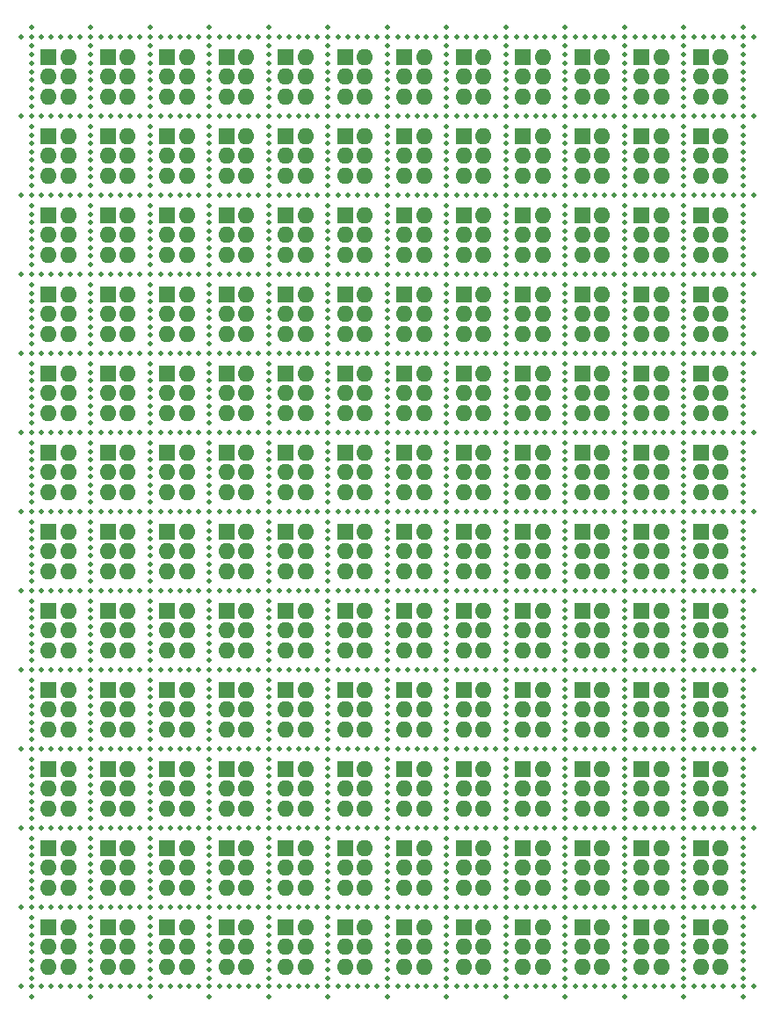
<source format=gbr>
%TF.GenerationSoftware,KiCad,Pcbnew,(6.0.10-0)*%
%TF.CreationDate,2023-11-17T22:44:04+01:00*%
%TF.ProjectId,test sensor panelized,74657374-2073-4656-9e73-6f722070616e,rev?*%
%TF.SameCoordinates,Original*%
%TF.FileFunction,Soldermask,Bot*%
%TF.FilePolarity,Negative*%
%FSLAX46Y46*%
G04 Gerber Fmt 4.6, Leading zero omitted, Abs format (unit mm)*
G04 Created by KiCad (PCBNEW (6.0.10-0)) date 2023-11-17 22:44:04*
%MOMM*%
%LPD*%
G01*
G04 APERTURE LIST*
%ADD10C,0.500000*%
%ADD11R,1.600000X1.600000*%
%ADD12O,1.600000X1.600000*%
G04 APERTURE END LIST*
D10*
%TO.C,REF\u002A\u002A*%
X141785000Y-103200000D03*
%TD*%
%TO.C,REF\u002A\u002A*%
X125640000Y-66100000D03*
%TD*%
%TO.C,REF\u002A\u002A*%
X176075000Y-110820000D03*
%TD*%
%TO.C,REF\u002A\u002A*%
X131355000Y-58480000D03*
%TD*%
%TO.C,REF\u002A\u002A*%
X155215000Y-49860000D03*
%TD*%
%TO.C,REF\u002A\u002A*%
X150428750Y-110820000D03*
%TD*%
%TO.C,REF\u002A\u002A*%
X171360000Y-88960000D03*
%TD*%
%TO.C,REF\u002A\u002A*%
X171360000Y-77734285D03*
%TD*%
%TO.C,REF\u002A\u002A*%
X182790000Y-110820000D03*
%TD*%
%TO.C,REF\u002A\u002A*%
X121853750Y-80340000D03*
%TD*%
%TO.C,REF\u002A\u002A*%
X137070000Y-70114285D03*
%TD*%
%TO.C,REF\u002A\u002A*%
X182790000Y-58480000D03*
%TD*%
%TO.C,REF\u002A\u002A*%
X182790000Y-100594285D03*
%TD*%
%TO.C,REF\u002A\u002A*%
X159930000Y-70917142D03*
%TD*%
%TO.C,REF\u002A\u002A*%
X159930000Y-103200000D03*
%TD*%
%TO.C,REF\u002A\u002A*%
X137070000Y-53268571D03*
%TD*%
%TO.C,REF\u002A\u002A*%
X177075000Y-61691428D03*
%TD*%
%TO.C,REF\u002A\u002A*%
X159930000Y-66100000D03*
%TD*%
%TO.C,REF\u002A\u002A*%
X125640000Y-40437142D03*
%TD*%
%TO.C,REF\u002A\u002A*%
X142785000Y-95580000D03*
%TD*%
%TO.C,REF\u002A\u002A*%
X138070000Y-27000000D03*
%TD*%
%TO.C,REF\u002A\u002A*%
X137070000Y-42240000D03*
%TD*%
%TO.C,REF\u002A\u002A*%
X138998750Y-65100000D03*
%TD*%
%TO.C,REF\u002A\u002A*%
X114210000Y-81340000D03*
%TD*%
%TO.C,REF\u002A\u002A*%
X125640000Y-110820000D03*
%TD*%
%TO.C,REF\u002A\u002A*%
X182790000Y-49860000D03*
%TD*%
%TO.C,REF\u002A\u002A*%
X123711250Y-57480000D03*
%TD*%
%TO.C,REF\u002A\u002A*%
X148500000Y-58480000D03*
%TD*%
%TO.C,REF\u002A\u002A*%
X118925000Y-95580000D03*
%TD*%
%TO.C,REF\u002A\u002A*%
X182790000Y-80340000D03*
%TD*%
%TO.C,REF\u002A\u002A*%
X159930000Y-98185714D03*
%TD*%
%TO.C,REF\u002A\u002A*%
X142785000Y-32792500D03*
%TD*%
%TO.C,REF\u002A\u002A*%
X149500000Y-80340000D03*
%TD*%
%TO.C,REF\u002A\u002A*%
X148500000Y-29482500D03*
%TD*%
%TO.C,REF\u002A\u002A*%
X165645000Y-28655000D03*
%TD*%
%TO.C,REF\u002A\u002A*%
X148500000Y-119440000D03*
%TD*%
%TO.C,REF\u002A\u002A*%
X171360000Y-42240000D03*
%TD*%
%TO.C,REF\u002A\u002A*%
X176075000Y-72720000D03*
%TD*%
%TO.C,REF\u002A\u002A*%
X140856250Y-65100000D03*
%TD*%
%TO.C,REF\u002A\u002A*%
X130355000Y-103200000D03*
%TD*%
%TO.C,REF\u002A\u002A*%
X137070000Y-35620000D03*
%TD*%
%TO.C,REF\u002A\u002A*%
X171360000Y-31965000D03*
%TD*%
%TO.C,REF\u002A\u002A*%
X151357500Y-103200000D03*
%TD*%
%TO.C,REF\u002A\u002A*%
X165645000Y-102200000D03*
%TD*%
%TO.C,REF\u002A\u002A*%
X114210000Y-103200000D03*
%TD*%
%TO.C,REF\u002A\u002A*%
X119925000Y-72720000D03*
%TD*%
%TO.C,REF\u002A\u002A*%
X136070000Y-42240000D03*
%TD*%
%TO.C,REF\u002A\u002A*%
X137070000Y-86960000D03*
%TD*%
%TO.C,REF\u002A\u002A*%
X182790000Y-88960000D03*
%TD*%
%TO.C,REF\u002A\u002A*%
X165645000Y-54071428D03*
%TD*%
%TO.C,REF\u002A\u002A*%
X177075000Y-48860000D03*
%TD*%
%TO.C,REF\u002A\u002A*%
X132355000Y-34620000D03*
%TD*%
%TO.C,REF\u002A\u002A*%
X142785000Y-71720000D03*
%TD*%
%TO.C,REF\u002A\u002A*%
X138070000Y-87960000D03*
%TD*%
%TO.C,REF\u002A\u002A*%
X119925000Y-110820000D03*
%TD*%
%TO.C,REF\u002A\u002A*%
X142785000Y-28655000D03*
%TD*%
%TO.C,REF\u002A\u002A*%
X142785000Y-94580000D03*
%TD*%
%TO.C,REF\u002A\u002A*%
X149500000Y-103200000D03*
%TD*%
%TO.C,REF\u002A\u002A*%
X171360000Y-27000000D03*
%TD*%
%TO.C,REF\u002A\u002A*%
X131355000Y-60888571D03*
%TD*%
%TO.C,REF\u002A\u002A*%
X139927500Y-42240000D03*
%TD*%
%TO.C,REF\u002A\u002A*%
X131355000Y-94580000D03*
%TD*%
%TO.C,REF\u002A\u002A*%
X114210000Y-31965000D03*
%TD*%
%TO.C,REF\u002A\u002A*%
X120925000Y-80340000D03*
%TD*%
%TO.C,REF\u002A\u002A*%
X142785000Y-61691428D03*
%TD*%
%TO.C,REF\u002A\u002A*%
X147500000Y-65100000D03*
%TD*%
%TO.C,REF\u002A\u002A*%
X119925000Y-87960000D03*
%TD*%
%TO.C,REF\u002A\u002A*%
X179018000Y-87960000D03*
%TD*%
%TO.C,REF\u002A\u002A*%
X149500000Y-110820000D03*
%TD*%
%TO.C,REF\u002A\u002A*%
X180904000Y-110820000D03*
%TD*%
%TO.C,REF\u002A\u002A*%
X159930000Y-119440000D03*
%TD*%
%TO.C,REF\u002A\u002A*%
X165645000Y-75325714D03*
%TD*%
%TO.C,REF\u002A\u002A*%
X131355000Y-65100000D03*
%TD*%
%TO.C,REF\u002A\u002A*%
X114210000Y-89762857D03*
%TD*%
%TO.C,REF\u002A\u002A*%
X125640000Y-27000000D03*
%TD*%
%TO.C,REF\u002A\u002A*%
X171360000Y-81340000D03*
%TD*%
%TO.C,REF\u002A\u002A*%
X182790000Y-44042857D03*
%TD*%
%TO.C,REF\u002A\u002A*%
X142785000Y-38028571D03*
%TD*%
%TO.C,REF\u002A\u002A*%
X159930000Y-80340000D03*
%TD*%
%TO.C,REF\u002A\u002A*%
X159930000Y-49860000D03*
%TD*%
%TO.C,REF\u002A\u002A*%
X131355000Y-111820000D03*
%TD*%
%TO.C,REF\u002A\u002A*%
X165645000Y-56480000D03*
%TD*%
%TO.C,REF\u002A\u002A*%
X131355000Y-95580000D03*
%TD*%
%TO.C,REF\u002A\u002A*%
X119925000Y-33620000D03*
%TD*%
%TO.C,REF\u002A\u002A*%
X118925000Y-65100000D03*
%TD*%
%TO.C,REF\u002A\u002A*%
X114210000Y-45648571D03*
%TD*%
%TO.C,REF\u002A\u002A*%
X127568750Y-42240000D03*
%TD*%
%TO.C,REF\u002A\u002A*%
X177075000Y-113475000D03*
%TD*%
%TO.C,REF\u002A\u002A*%
X119925000Y-110820000D03*
%TD*%
%TO.C,REF\u002A\u002A*%
X142785000Y-52465714D03*
%TD*%
%TO.C,REF\u002A\u002A*%
X142785000Y-87960000D03*
%TD*%
%TO.C,REF\u002A\u002A*%
X127568750Y-65100000D03*
%TD*%
%TO.C,REF\u002A\u002A*%
X143785000Y-118440000D03*
%TD*%
%TO.C,REF\u002A\u002A*%
X170360000Y-80340000D03*
%TD*%
%TO.C,REF\u002A\u002A*%
X177075000Y-36422857D03*
%TD*%
%TO.C,REF\u002A\u002A*%
X131355000Y-67705714D03*
%TD*%
%TO.C,REF\u002A\u002A*%
X171360000Y-87960000D03*
%TD*%
%TO.C,REF\u002A\u002A*%
X133283750Y-27000000D03*
%TD*%
%TO.C,REF\u002A\u002A*%
X165645000Y-65100000D03*
%TD*%
%TO.C,REF\u002A\u002A*%
X171360000Y-49860000D03*
%TD*%
D11*
%TO.C,SW1*%
X150130000Y-59385000D03*
D12*
X150130000Y-61290000D03*
X150130000Y-63195000D03*
X152035000Y-63195000D03*
X152035000Y-61290000D03*
X152035000Y-59385000D03*
%TD*%
D10*
%TO.C,REF\u002A\u002A*%
X142785000Y-53268571D03*
%TD*%
D11*
%TO.C,SW1*%
X127270000Y-112725000D03*
D12*
X127270000Y-114630000D03*
X127270000Y-116535000D03*
X129175000Y-116535000D03*
X129175000Y-114630000D03*
X129175000Y-112725000D03*
%TD*%
D10*
%TO.C,REF\u002A\u002A*%
X159930000Y-35620000D03*
%TD*%
%TO.C,REF\u002A\u002A*%
X131355000Y-57480000D03*
%TD*%
%TO.C,REF\u002A\u002A*%
X182790000Y-118440000D03*
%TD*%
%TO.C,REF\u002A\u002A*%
X158001250Y-80340000D03*
%TD*%
%TO.C,REF\u002A\u002A*%
X165645000Y-44845714D03*
%TD*%
%TO.C,REF\u002A\u002A*%
X155215000Y-42240000D03*
%TD*%
%TO.C,REF\u002A\u002A*%
X170360000Y-72720000D03*
%TD*%
%TO.C,REF\u002A\u002A*%
X119925000Y-51662857D03*
%TD*%
%TO.C,REF\u002A\u002A*%
X117039000Y-34620000D03*
%TD*%
%TO.C,REF\u002A\u002A*%
X182790000Y-101397142D03*
%TD*%
%TO.C,REF\u002A\u002A*%
X177075000Y-49860000D03*
%TD*%
%TO.C,REF\u002A\u002A*%
X137070000Y-98185714D03*
%TD*%
%TO.C,REF\u002A\u002A*%
X140856250Y-72720000D03*
%TD*%
%TO.C,REF\u002A\u002A*%
X130355000Y-72720000D03*
%TD*%
%TO.C,REF\u002A\u002A*%
X159930000Y-64100000D03*
%TD*%
%TO.C,REF\u002A\u002A*%
X143785000Y-27000000D03*
%TD*%
%TO.C,REF\u002A\u002A*%
X137070000Y-56480000D03*
%TD*%
%TO.C,REF\u002A\u002A*%
X130355000Y-42240000D03*
%TD*%
%TO.C,REF\u002A\u002A*%
X142785000Y-54071428D03*
%TD*%
%TO.C,REF\u002A\u002A*%
X179961000Y-95580000D03*
%TD*%
%TO.C,REF\u002A\u002A*%
X119925000Y-69311428D03*
%TD*%
%TO.C,REF\u002A\u002A*%
X125640000Y-103200000D03*
%TD*%
%TO.C,REF\u002A\u002A*%
X159930000Y-99791428D03*
%TD*%
D11*
%TO.C,SW1*%
X138700000Y-28905000D03*
D12*
X138700000Y-30810000D03*
X138700000Y-32715000D03*
X140605000Y-32715000D03*
X140605000Y-30810000D03*
X140605000Y-28905000D03*
%TD*%
D10*
%TO.C,REF\u002A\u002A*%
X120925000Y-103200000D03*
%TD*%
%TO.C,REF\u002A\u002A*%
X151357500Y-72720000D03*
%TD*%
%TO.C,REF\u002A\u002A*%
X125640000Y-86157142D03*
%TD*%
%TO.C,REF\u002A\u002A*%
X114210000Y-34620000D03*
%TD*%
%TO.C,REF\u002A\u002A*%
X131355000Y-76128571D03*
%TD*%
%TO.C,REF\u002A\u002A*%
X143785000Y-110820000D03*
%TD*%
%TO.C,REF\u002A\u002A*%
X165645000Y-106608571D03*
%TD*%
%TO.C,REF\u002A\u002A*%
X148500000Y-102200000D03*
%TD*%
%TO.C,REF\u002A\u002A*%
X158001250Y-72720000D03*
%TD*%
%TO.C,REF\u002A\u002A*%
X171360000Y-68508571D03*
%TD*%
%TO.C,REF\u002A\u002A*%
X165645000Y-42240000D03*
%TD*%
%TO.C,REF\u002A\u002A*%
X182790000Y-61691428D03*
%TD*%
%TO.C,REF\u002A\u002A*%
X148500000Y-71720000D03*
%TD*%
%TO.C,REF\u002A\u002A*%
X182790000Y-65100000D03*
%TD*%
%TO.C,REF\u002A\u002A*%
X131355000Y-46451428D03*
%TD*%
%TO.C,REF\u002A\u002A*%
X148500000Y-27827500D03*
%TD*%
%TO.C,REF\u002A\u002A*%
X154215000Y-114302500D03*
%TD*%
%TO.C,REF\u002A\u002A*%
X182790000Y-115130000D03*
%TD*%
%TO.C,REF\u002A\u002A*%
X157072500Y-95580000D03*
%TD*%
%TO.C,REF\u002A\u002A*%
X162787500Y-110820000D03*
%TD*%
%TO.C,REF\u002A\u002A*%
X132355000Y-110820000D03*
%TD*%
%TO.C,REF\u002A\u002A*%
X137070000Y-60888571D03*
%TD*%
%TO.C,REF\u002A\u002A*%
X147500000Y-49860000D03*
%TD*%
%TO.C,REF\u002A\u002A*%
X156143750Y-118440000D03*
%TD*%
%TO.C,REF\u002A\u002A*%
X159930000Y-107411428D03*
%TD*%
%TO.C,REF\u002A\u002A*%
X179018000Y-95580000D03*
%TD*%
%TO.C,REF\u002A\u002A*%
X174217500Y-57480000D03*
%TD*%
%TO.C,REF\u002A\u002A*%
X119925000Y-48860000D03*
%TD*%
%TO.C,REF\u002A\u002A*%
X155215000Y-57480000D03*
%TD*%
%TO.C,REF\u002A\u002A*%
X182790000Y-88960000D03*
%TD*%
%TO.C,REF\u002A\u002A*%
X119925000Y-75325714D03*
%TD*%
%TO.C,REF\u002A\u002A*%
X159930000Y-34620000D03*
%TD*%
%TO.C,REF\u002A\u002A*%
X175146250Y-72720000D03*
%TD*%
%TO.C,REF\u002A\u002A*%
X177075000Y-92974285D03*
%TD*%
%TO.C,REF\u002A\u002A*%
X150428750Y-72720000D03*
%TD*%
%TO.C,REF\u002A\u002A*%
X171360000Y-104200000D03*
%TD*%
%TO.C,REF\u002A\u002A*%
X119925000Y-113475000D03*
%TD*%
%TO.C,REF\u002A\u002A*%
X125640000Y-79340000D03*
%TD*%
%TO.C,REF\u002A\u002A*%
X136070000Y-103200000D03*
%TD*%
%TO.C,REF\u002A\u002A*%
X166645000Y-65100000D03*
%TD*%
%TO.C,REF\u002A\u002A*%
X165645000Y-60085714D03*
%TD*%
%TO.C,REF\u002A\u002A*%
X152286250Y-80340000D03*
%TD*%
%TO.C,REF\u002A\u002A*%
X177075000Y-94580000D03*
%TD*%
%TO.C,REF\u002A\u002A*%
X159930000Y-80340000D03*
%TD*%
%TO.C,REF\u002A\u002A*%
X131355000Y-95580000D03*
%TD*%
%TO.C,REF\u002A\u002A*%
X154215000Y-98988571D03*
%TD*%
%TO.C,REF\u002A\u002A*%
X171360000Y-76128571D03*
%TD*%
%TO.C,REF\u002A\u002A*%
X154215000Y-78537142D03*
%TD*%
%TO.C,REF\u002A\u002A*%
X125640000Y-109820000D03*
%TD*%
%TO.C,REF\u002A\u002A*%
X125640000Y-50860000D03*
%TD*%
%TO.C,REF\u002A\u002A*%
X118925000Y-27000000D03*
%TD*%
%TO.C,REF\u002A\u002A*%
X160930000Y-118440000D03*
%TD*%
%TO.C,REF\u002A\u002A*%
X114210000Y-51662857D03*
%TD*%
%TO.C,REF\u002A\u002A*%
X159930000Y-112647500D03*
%TD*%
%TO.C,REF\u002A\u002A*%
X131355000Y-86157142D03*
%TD*%
%TO.C,REF\u002A\u002A*%
X155215000Y-118440000D03*
%TD*%
%TO.C,REF\u002A\u002A*%
X177075000Y-88960000D03*
%TD*%
%TO.C,REF\u002A\u002A*%
X178075000Y-87960000D03*
%TD*%
%TO.C,REF\u002A\u002A*%
X123711250Y-118440000D03*
%TD*%
%TO.C,REF\u002A\u002A*%
X119925000Y-48057142D03*
%TD*%
%TO.C,REF\u002A\u002A*%
X148500000Y-39634285D03*
%TD*%
%TO.C,REF\u002A\u002A*%
X154215000Y-80340000D03*
%TD*%
%TO.C,REF\u002A\u002A*%
X177075000Y-101397142D03*
%TD*%
%TO.C,REF\u002A\u002A*%
X179018000Y-72720000D03*
%TD*%
%TO.C,REF\u002A\u002A*%
X114210000Y-34620000D03*
%TD*%
D11*
%TO.C,SW1*%
X144415000Y-97485000D03*
D12*
X144415000Y-99390000D03*
X144415000Y-101295000D03*
X146320000Y-101295000D03*
X146320000Y-99390000D03*
X146320000Y-97485000D03*
%TD*%
D10*
%TO.C,REF\u002A\u002A*%
X148500000Y-98185714D03*
%TD*%
%TO.C,REF\u002A\u002A*%
X129426250Y-110820000D03*
%TD*%
%TO.C,REF\u002A\u002A*%
X132355000Y-65100000D03*
%TD*%
%TO.C,REF\u002A\u002A*%
X159930000Y-82945714D03*
%TD*%
%TO.C,REF\u002A\u002A*%
X171360000Y-71720000D03*
%TD*%
%TO.C,REF\u002A\u002A*%
X159930000Y-87960000D03*
%TD*%
%TO.C,REF\u002A\u002A*%
X159930000Y-41240000D03*
%TD*%
%TO.C,REF\u002A\u002A*%
X137070000Y-118440000D03*
%TD*%
%TO.C,REF\u002A\u002A*%
X142785000Y-57480000D03*
%TD*%
%TO.C,REF\u002A\u002A*%
X127568750Y-110820000D03*
%TD*%
%TO.C,REF\u002A\u002A*%
X148500000Y-60888571D03*
%TD*%
%TO.C,REF\u002A\u002A*%
X135141250Y-72720000D03*
%TD*%
%TO.C,REF\u002A\u002A*%
X119925000Y-102200000D03*
%TD*%
%TO.C,REF\u002A\u002A*%
X154215000Y-52465714D03*
%TD*%
%TO.C,REF\u002A\u002A*%
X114210000Y-54071428D03*
%TD*%
%TO.C,REF\u002A\u002A*%
X125640000Y-109017142D03*
%TD*%
%TO.C,REF\u002A\u002A*%
X130355000Y-118440000D03*
%TD*%
%TO.C,REF\u002A\u002A*%
X116096000Y-110820000D03*
%TD*%
%TO.C,REF\u002A\u002A*%
X152286250Y-87960000D03*
%TD*%
%TO.C,REF\u002A\u002A*%
X176075000Y-72720000D03*
%TD*%
%TO.C,REF\u002A\u002A*%
X179961000Y-80340000D03*
%TD*%
%TO.C,REF\u002A\u002A*%
X119925000Y-78537142D03*
%TD*%
%TO.C,REF\u002A\u002A*%
X138070000Y-34620000D03*
%TD*%
%TO.C,REF\u002A\u002A*%
X119925000Y-60085714D03*
%TD*%
%TO.C,REF\u002A\u002A*%
X165645000Y-44042857D03*
%TD*%
%TO.C,REF\u002A\u002A*%
X159930000Y-115957500D03*
%TD*%
%TO.C,REF\u002A\u002A*%
X137070000Y-115130000D03*
%TD*%
%TO.C,REF\u002A\u002A*%
X167573750Y-34620000D03*
%TD*%
%TO.C,REF\u002A\u002A*%
X118925000Y-80340000D03*
%TD*%
%TO.C,REF\u002A\u002A*%
X182790000Y-50860000D03*
%TD*%
%TO.C,REF\u002A\u002A*%
X114210000Y-41240000D03*
%TD*%
%TO.C,REF\u002A\u002A*%
X171360000Y-34620000D03*
%TD*%
%TO.C,REF\u002A\u002A*%
X182790000Y-65100000D03*
%TD*%
%TO.C,REF\u002A\u002A*%
X142785000Y-71720000D03*
%TD*%
%TO.C,REF\u002A\u002A*%
X139927500Y-57480000D03*
%TD*%
%TO.C,REF\u002A\u002A*%
X165645000Y-92171428D03*
%TD*%
%TO.C,REF\u002A\u002A*%
X182790000Y-32792500D03*
%TD*%
%TO.C,REF\u002A\u002A*%
X114210000Y-98185714D03*
%TD*%
%TO.C,REF\u002A\u002A*%
X123711250Y-110820000D03*
%TD*%
%TO.C,REF\u002A\u002A*%
X178075000Y-118440000D03*
%TD*%
%TO.C,REF\u002A\u002A*%
X177075000Y-115130000D03*
%TD*%
%TO.C,REF\u002A\u002A*%
X125640000Y-66902857D03*
%TD*%
%TO.C,REF\u002A\u002A*%
X162787500Y-87960000D03*
%TD*%
D11*
%TO.C,SW1*%
X155845000Y-36525000D03*
D12*
X155845000Y-38430000D03*
X155845000Y-40335000D03*
X157750000Y-40335000D03*
X157750000Y-38430000D03*
X157750000Y-36525000D03*
%TD*%
D10*
%TO.C,REF\u002A\u002A*%
X137070000Y-96580000D03*
%TD*%
%TO.C,REF\u002A\u002A*%
X177075000Y-119440000D03*
%TD*%
%TO.C,REF\u002A\u002A*%
X131355000Y-101397142D03*
%TD*%
%TO.C,REF\u002A\u002A*%
X154215000Y-94580000D03*
%TD*%
%TO.C,REF\u002A\u002A*%
X173288750Y-87960000D03*
%TD*%
%TO.C,REF\u002A\u002A*%
X178075000Y-42240000D03*
%TD*%
%TO.C,REF\u002A\u002A*%
X182790000Y-34620000D03*
%TD*%
%TO.C,REF\u002A\u002A*%
X165645000Y-70917142D03*
%TD*%
%TO.C,REF\u002A\u002A*%
X154215000Y-47254285D03*
%TD*%
%TO.C,REF\u002A\u002A*%
X138070000Y-80340000D03*
%TD*%
%TO.C,REF\u002A\u002A*%
X127568750Y-103200000D03*
%TD*%
%TO.C,REF\u002A\u002A*%
X142785000Y-37225714D03*
%TD*%
%TO.C,REF\u002A\u002A*%
X114210000Y-56480000D03*
%TD*%
%TO.C,REF\u002A\u002A*%
X148500000Y-96580000D03*
%TD*%
%TO.C,REF\u002A\u002A*%
X147500000Y-80340000D03*
%TD*%
%TO.C,REF\u002A\u002A*%
X125640000Y-57480000D03*
%TD*%
%TO.C,REF\u002A\u002A*%
X131355000Y-118440000D03*
%TD*%
%TO.C,REF\u002A\u002A*%
X154215000Y-101397142D03*
%TD*%
%TO.C,REF\u002A\u002A*%
X125640000Y-68508571D03*
%TD*%
%TO.C,REF\u002A\u002A*%
X131355000Y-117612500D03*
%TD*%
%TO.C,REF\u002A\u002A*%
X165645000Y-110820000D03*
%TD*%
%TO.C,REF\u002A\u002A*%
X137070000Y-103200000D03*
%TD*%
%TO.C,REF\u002A\u002A*%
X120925000Y-65100000D03*
%TD*%
%TO.C,REF\u002A\u002A*%
X130355000Y-65100000D03*
%TD*%
%TO.C,REF\u002A\u002A*%
X114210000Y-48860000D03*
%TD*%
%TO.C,REF\u002A\u002A*%
X177075000Y-53268571D03*
%TD*%
D11*
%TO.C,SW1*%
X150130000Y-67005000D03*
D12*
X150130000Y-68910000D03*
X150130000Y-70815000D03*
X152035000Y-70815000D03*
X152035000Y-68910000D03*
X152035000Y-67005000D03*
%TD*%
D10*
%TO.C,REF\u002A\u002A*%
X156143750Y-65100000D03*
%TD*%
%TO.C,REF\u002A\u002A*%
X171360000Y-82142857D03*
%TD*%
%TO.C,REF\u002A\u002A*%
X167573750Y-87960000D03*
%TD*%
%TO.C,REF\u002A\u002A*%
X119925000Y-28655000D03*
%TD*%
%TO.C,REF\u002A\u002A*%
X142785000Y-81340000D03*
%TD*%
%TO.C,REF\u002A\u002A*%
X179018000Y-34620000D03*
%TD*%
%TO.C,REF\u002A\u002A*%
X134212500Y-110820000D03*
%TD*%
%TO.C,REF\u002A\u002A*%
X164645000Y-34620000D03*
%TD*%
%TO.C,REF\u002A\u002A*%
X126640000Y-49860000D03*
%TD*%
%TO.C,REF\u002A\u002A*%
X159930000Y-31137500D03*
%TD*%
%TO.C,REF\u002A\u002A*%
X115153000Y-72720000D03*
%TD*%
%TO.C,REF\u002A\u002A*%
X171360000Y-60888571D03*
%TD*%
%TO.C,REF\u002A\u002A*%
X143785000Y-42240000D03*
%TD*%
%TO.C,REF\u002A\u002A*%
X142785000Y-65100000D03*
%TD*%
%TO.C,REF\u002A\u002A*%
X142785000Y-72720000D03*
%TD*%
%TO.C,REF\u002A\u002A*%
X182790000Y-60085714D03*
%TD*%
%TO.C,REF\u002A\u002A*%
X171360000Y-50860000D03*
%TD*%
%TO.C,REF\u002A\u002A*%
X143785000Y-80340000D03*
%TD*%
%TO.C,REF\u002A\u002A*%
X138070000Y-118440000D03*
%TD*%
%TO.C,REF\u002A\u002A*%
X136070000Y-118440000D03*
%TD*%
%TO.C,REF\u002A\u002A*%
X137070000Y-95580000D03*
%TD*%
%TO.C,REF\u002A\u002A*%
X114210000Y-65100000D03*
%TD*%
%TO.C,REF\u002A\u002A*%
X152286250Y-118440000D03*
%TD*%
%TO.C,REF\u002A\u002A*%
X114210000Y-61691428D03*
%TD*%
%TO.C,REF\u002A\u002A*%
X152286250Y-27000000D03*
%TD*%
%TO.C,REF\u002A\u002A*%
X130355000Y-87960000D03*
%TD*%
%TO.C,REF\u002A\u002A*%
X165645000Y-86960000D03*
%TD*%
%TO.C,REF\u002A\u002A*%
X160930000Y-34620000D03*
%TD*%
%TO.C,REF\u002A\u002A*%
X159930000Y-43240000D03*
%TD*%
%TO.C,REF\u002A\u002A*%
X154215000Y-48860000D03*
%TD*%
%TO.C,REF\u002A\u002A*%
X120925000Y-42240000D03*
%TD*%
%TO.C,REF\u002A\u002A*%
X117982000Y-57480000D03*
%TD*%
%TO.C,REF\u002A\u002A*%
X119925000Y-83748571D03*
%TD*%
%TO.C,REF\u002A\u002A*%
X177075000Y-37225714D03*
%TD*%
%TO.C,REF\u002A\u002A*%
X159930000Y-44845714D03*
%TD*%
%TO.C,REF\u002A\u002A*%
X148500000Y-88960000D03*
%TD*%
%TO.C,REF\u002A\u002A*%
X165645000Y-27000000D03*
%TD*%
%TO.C,REF\u002A\u002A*%
X155215000Y-103200000D03*
%TD*%
%TO.C,REF\u002A\u002A*%
X169431250Y-49860000D03*
%TD*%
D11*
%TO.C,SW1*%
X155845000Y-74625000D03*
D12*
X155845000Y-76530000D03*
X155845000Y-78435000D03*
X157750000Y-78435000D03*
X157750000Y-76530000D03*
X157750000Y-74625000D03*
%TD*%
D10*
%TO.C,REF\u002A\u002A*%
X159930000Y-70114285D03*
%TD*%
%TO.C,REF\u002A\u002A*%
X171360000Y-72720000D03*
%TD*%
%TO.C,REF\u002A\u002A*%
X153215000Y-27000000D03*
%TD*%
%TO.C,REF\u002A\u002A*%
X137070000Y-86157142D03*
%TD*%
%TO.C,REF\u002A\u002A*%
X149500000Y-27000000D03*
%TD*%
%TO.C,REF\u002A\u002A*%
X157072500Y-110820000D03*
%TD*%
%TO.C,REF\u002A\u002A*%
X159930000Y-46451428D03*
%TD*%
%TO.C,REF\u002A\u002A*%
X126640000Y-72720000D03*
%TD*%
%TO.C,REF\u002A\u002A*%
X183790000Y-80340000D03*
%TD*%
%TO.C,REF\u002A\u002A*%
X115153000Y-87960000D03*
%TD*%
%TO.C,REF\u002A\u002A*%
X119925000Y-54071428D03*
%TD*%
%TO.C,REF\u002A\u002A*%
X176075000Y-118440000D03*
%TD*%
%TO.C,REF\u002A\u002A*%
X125640000Y-57480000D03*
%TD*%
%TO.C,REF\u002A\u002A*%
X164645000Y-57480000D03*
%TD*%
%TO.C,REF\u002A\u002A*%
X157072500Y-57480000D03*
%TD*%
%TO.C,REF\u002A\u002A*%
X177075000Y-84551428D03*
%TD*%
%TO.C,REF\u002A\u002A*%
X131355000Y-71720000D03*
%TD*%
%TO.C,REF\u002A\u002A*%
X159930000Y-47254285D03*
%TD*%
D11*
%TO.C,SW1*%
X172990000Y-89865000D03*
D12*
X172990000Y-91770000D03*
X172990000Y-93675000D03*
X174895000Y-93675000D03*
X174895000Y-91770000D03*
X174895000Y-89865000D03*
%TD*%
D10*
%TO.C,REF\u002A\u002A*%
X147500000Y-87960000D03*
%TD*%
%TO.C,REF\u002A\u002A*%
X177075000Y-38831428D03*
%TD*%
%TO.C,REF\u002A\u002A*%
X179961000Y-72720000D03*
%TD*%
%TO.C,REF\u002A\u002A*%
X132355000Y-34620000D03*
%TD*%
%TO.C,REF\u002A\u002A*%
X179961000Y-49860000D03*
%TD*%
%TO.C,REF\u002A\u002A*%
X179018000Y-118440000D03*
%TD*%
%TO.C,REF\u002A\u002A*%
X171360000Y-73720000D03*
%TD*%
%TO.C,REF\u002A\u002A*%
X171360000Y-44845714D03*
%TD*%
%TO.C,REF\u002A\u002A*%
X182790000Y-105002857D03*
%TD*%
%TO.C,REF\u002A\u002A*%
X125640000Y-45648571D03*
%TD*%
%TO.C,REF\u002A\u002A*%
X177075000Y-66100000D03*
%TD*%
%TO.C,REF\u002A\u002A*%
X114210000Y-80340000D03*
%TD*%
%TO.C,REF\u002A\u002A*%
X179961000Y-27000000D03*
%TD*%
%TO.C,REF\u002A\u002A*%
X131355000Y-109820000D03*
%TD*%
%TO.C,REF\u002A\u002A*%
X175146250Y-95580000D03*
%TD*%
D11*
%TO.C,SW1*%
X144415000Y-44145000D03*
D12*
X144415000Y-46050000D03*
X144415000Y-47955000D03*
X146320000Y-47955000D03*
X146320000Y-46050000D03*
X146320000Y-44145000D03*
%TD*%
D10*
%TO.C,REF\u002A\u002A*%
X155215000Y-72720000D03*
%TD*%
%TO.C,REF\u002A\u002A*%
X165645000Y-110820000D03*
%TD*%
%TO.C,REF\u002A\u002A*%
X122782500Y-65100000D03*
%TD*%
%TO.C,REF\u002A\u002A*%
X114210000Y-93777142D03*
%TD*%
%TO.C,REF\u002A\u002A*%
X119925000Y-38028571D03*
%TD*%
D11*
%TO.C,SW1*%
X178705000Y-82245000D03*
D12*
X178705000Y-84150000D03*
X178705000Y-86055000D03*
X180610000Y-86055000D03*
X180610000Y-84150000D03*
X180610000Y-82245000D03*
%TD*%
D10*
%TO.C,REF\u002A\u002A*%
X154215000Y-50860000D03*
%TD*%
%TO.C,REF\u002A\u002A*%
X164645000Y-87960000D03*
%TD*%
%TO.C,REF\u002A\u002A*%
X182790000Y-50860000D03*
%TD*%
%TO.C,REF\u002A\u002A*%
X177075000Y-56480000D03*
%TD*%
%TO.C,REF\u002A\u002A*%
X159930000Y-33620000D03*
%TD*%
%TO.C,REF\u002A\u002A*%
X153215000Y-34620000D03*
%TD*%
%TO.C,REF\u002A\u002A*%
X157072500Y-103200000D03*
%TD*%
%TO.C,REF\u002A\u002A*%
X152286250Y-49860000D03*
%TD*%
D11*
%TO.C,SW1*%
X132985000Y-97485000D03*
D12*
X132985000Y-99390000D03*
X132985000Y-101295000D03*
X134890000Y-101295000D03*
X134890000Y-99390000D03*
X134890000Y-97485000D03*
%TD*%
D10*
%TO.C,REF\u002A\u002A*%
X148500000Y-41240000D03*
%TD*%
%TO.C,REF\u002A\u002A*%
X138998750Y-87960000D03*
%TD*%
%TO.C,REF\u002A\u002A*%
X167573750Y-42240000D03*
%TD*%
%TO.C,REF\u002A\u002A*%
X170360000Y-49860000D03*
%TD*%
%TO.C,REF\u002A\u002A*%
X132355000Y-103200000D03*
%TD*%
%TO.C,REF\u002A\u002A*%
X141785000Y-80340000D03*
%TD*%
%TO.C,REF\u002A\u002A*%
X117039000Y-49860000D03*
%TD*%
%TO.C,REF\u002A\u002A*%
X125640000Y-109820000D03*
%TD*%
%TO.C,REF\u002A\u002A*%
X137070000Y-95580000D03*
%TD*%
%TO.C,REF\u002A\u002A*%
X114210000Y-27000000D03*
%TD*%
%TO.C,REF\u002A\u002A*%
X165645000Y-104200000D03*
%TD*%
%TO.C,REF\u002A\u002A*%
X148500000Y-105805714D03*
%TD*%
%TO.C,REF\u002A\u002A*%
X148500000Y-95580000D03*
%TD*%
%TO.C,REF\u002A\u002A*%
X125640000Y-105002857D03*
%TD*%
%TO.C,REF\u002A\u002A*%
X124640000Y-95580000D03*
%TD*%
%TO.C,REF\u002A\u002A*%
X182790000Y-27000000D03*
%TD*%
%TO.C,REF\u002A\u002A*%
X142785000Y-109820000D03*
%TD*%
%TO.C,REF\u002A\u002A*%
X140856250Y-110820000D03*
%TD*%
%TO.C,REF\u002A\u002A*%
X124640000Y-34620000D03*
%TD*%
%TO.C,REF\u002A\u002A*%
X159930000Y-114302500D03*
%TD*%
%TO.C,REF\u002A\u002A*%
X132355000Y-42240000D03*
%TD*%
%TO.C,REF\u002A\u002A*%
X159930000Y-60085714D03*
%TD*%
%TO.C,REF\u002A\u002A*%
X148500000Y-72720000D03*
%TD*%
%TO.C,REF\u002A\u002A*%
X180904000Y-103200000D03*
%TD*%
%TO.C,REF\u002A\u002A*%
X168502500Y-57480000D03*
%TD*%
%TO.C,REF\u002A\u002A*%
X177075000Y-41240000D03*
%TD*%
%TO.C,REF\u002A\u002A*%
X170360000Y-34620000D03*
%TD*%
%TO.C,REF\u002A\u002A*%
X118925000Y-118440000D03*
%TD*%
%TO.C,REF\u002A\u002A*%
X142785000Y-62494285D03*
%TD*%
%TO.C,REF\u002A\u002A*%
X126640000Y-80340000D03*
%TD*%
%TO.C,REF\u002A\u002A*%
X171360000Y-41240000D03*
%TD*%
%TO.C,REF\u002A\u002A*%
X148500000Y-109820000D03*
%TD*%
%TO.C,REF\u002A\u002A*%
X137070000Y-61691428D03*
%TD*%
%TO.C,REF\u002A\u002A*%
X125640000Y-70917142D03*
%TD*%
%TO.C,REF\u002A\u002A*%
X118925000Y-110820000D03*
%TD*%
%TO.C,REF\u002A\u002A*%
X159930000Y-92974285D03*
%TD*%
%TO.C,REF\u002A\u002A*%
X114210000Y-49860000D03*
%TD*%
%TO.C,REF\u002A\u002A*%
X141785000Y-95580000D03*
%TD*%
%TO.C,REF\u002A\u002A*%
X177075000Y-52465714D03*
%TD*%
%TO.C,REF\u002A\u002A*%
X168502500Y-80340000D03*
%TD*%
%TO.C,REF\u002A\u002A*%
X142785000Y-45648571D03*
%TD*%
%TO.C,REF\u002A\u002A*%
X155215000Y-110820000D03*
%TD*%
%TO.C,REF\u002A\u002A*%
X138998750Y-118440000D03*
%TD*%
%TO.C,REF\u002A\u002A*%
X142785000Y-91368571D03*
%TD*%
%TO.C,REF\u002A\u002A*%
X125640000Y-108214285D03*
%TD*%
%TO.C,REF\u002A\u002A*%
X182790000Y-42240000D03*
%TD*%
%TO.C,REF\u002A\u002A*%
X131355000Y-83748571D03*
%TD*%
%TO.C,REF\u002A\u002A*%
X142785000Y-42240000D03*
%TD*%
%TO.C,REF\u002A\u002A*%
X171360000Y-76931428D03*
%TD*%
%TO.C,REF\u002A\u002A*%
X171360000Y-102200000D03*
%TD*%
%TO.C,REF\u002A\u002A*%
X125640000Y-52465714D03*
%TD*%
%TO.C,REF\u002A\u002A*%
X125640000Y-67705714D03*
%TD*%
%TO.C,REF\u002A\u002A*%
X159930000Y-118440000D03*
%TD*%
%TO.C,REF\u002A\u002A*%
X170360000Y-65100000D03*
%TD*%
%TO.C,REF\u002A\u002A*%
X182790000Y-91368571D03*
%TD*%
%TO.C,REF\u002A\u002A*%
X128497500Y-110820000D03*
%TD*%
%TO.C,REF\u002A\u002A*%
X145642500Y-34620000D03*
%TD*%
%TO.C,REF\u002A\u002A*%
X125640000Y-28655000D03*
%TD*%
%TO.C,REF\u002A\u002A*%
X132355000Y-110820000D03*
%TD*%
%TO.C,REF\u002A\u002A*%
X137070000Y-82945714D03*
%TD*%
%TO.C,REF\u002A\u002A*%
X159930000Y-68508571D03*
%TD*%
D11*
%TO.C,SW1*%
X155845000Y-51765000D03*
D12*
X155845000Y-53670000D03*
X155845000Y-55575000D03*
X157750000Y-55575000D03*
X157750000Y-53670000D03*
X157750000Y-51765000D03*
%TD*%
D10*
%TO.C,REF\u002A\u002A*%
X133283750Y-42240000D03*
%TD*%
%TO.C,REF\u002A\u002A*%
X154215000Y-44042857D03*
%TD*%
%TO.C,REF\u002A\u002A*%
X114210000Y-35620000D03*
%TD*%
%TO.C,REF\u002A\u002A*%
X154215000Y-102200000D03*
%TD*%
%TO.C,REF\u002A\u002A*%
X154215000Y-94580000D03*
%TD*%
%TO.C,REF\u002A\u002A*%
X181847000Y-34620000D03*
%TD*%
%TO.C,REF\u002A\u002A*%
X119925000Y-109017142D03*
%TD*%
%TO.C,REF\u002A\u002A*%
X132355000Y-27000000D03*
%TD*%
%TO.C,REF\u002A\u002A*%
X137070000Y-58480000D03*
%TD*%
%TO.C,REF\u002A\u002A*%
X119925000Y-106608571D03*
%TD*%
%TO.C,REF\u002A\u002A*%
X179018000Y-42240000D03*
%TD*%
%TO.C,REF\u002A\u002A*%
X137070000Y-103200000D03*
%TD*%
%TO.C,REF\u002A\u002A*%
X178075000Y-72720000D03*
%TD*%
%TO.C,REF\u002A\u002A*%
X158930000Y-87960000D03*
%TD*%
%TO.C,REF\u002A\u002A*%
X182790000Y-48860000D03*
%TD*%
%TO.C,REF\u002A\u002A*%
X154215000Y-42240000D03*
%TD*%
D11*
%TO.C,SW1*%
X155845000Y-82245000D03*
D12*
X155845000Y-84150000D03*
X155845000Y-86055000D03*
X157750000Y-86055000D03*
X157750000Y-84150000D03*
X157750000Y-82245000D03*
%TD*%
D10*
%TO.C,REF\u002A\u002A*%
X144713750Y-95580000D03*
%TD*%
D11*
%TO.C,SW1*%
X115840000Y-36525000D03*
D12*
X115840000Y-38430000D03*
X115840000Y-40335000D03*
X117745000Y-40335000D03*
X117745000Y-38430000D03*
X117745000Y-36525000D03*
%TD*%
D10*
%TO.C,REF\u002A\u002A*%
X131355000Y-64100000D03*
%TD*%
%TO.C,REF\u002A\u002A*%
X119925000Y-27000000D03*
%TD*%
%TO.C,REF\u002A\u002A*%
X147500000Y-103200000D03*
%TD*%
%TO.C,REF\u002A\u002A*%
X171360000Y-97382857D03*
%TD*%
%TO.C,REF\u002A\u002A*%
X169431250Y-72720000D03*
%TD*%
%TO.C,REF\u002A\u002A*%
X154215000Y-35620000D03*
%TD*%
%TO.C,REF\u002A\u002A*%
X171360000Y-65100000D03*
%TD*%
%TO.C,REF\u002A\u002A*%
X176075000Y-65100000D03*
%TD*%
%TO.C,REF\u002A\u002A*%
X119925000Y-95580000D03*
%TD*%
%TO.C,REF\u002A\u002A*%
X167573750Y-110820000D03*
%TD*%
%TO.C,REF\u002A\u002A*%
X179961000Y-65100000D03*
%TD*%
%TO.C,REF\u002A\u002A*%
X142785000Y-50860000D03*
%TD*%
%TO.C,REF\u002A\u002A*%
X166645000Y-80340000D03*
%TD*%
%TO.C,REF\u002A\u002A*%
X165645000Y-89762857D03*
%TD*%
%TO.C,REF\u002A\u002A*%
X165645000Y-105805714D03*
%TD*%
%TO.C,REF\u002A\u002A*%
X119925000Y-67705714D03*
%TD*%
D11*
%TO.C,SW1*%
X155845000Y-59385000D03*
D12*
X155845000Y-61290000D03*
X155845000Y-63195000D03*
X157750000Y-63195000D03*
X157750000Y-61290000D03*
X157750000Y-59385000D03*
%TD*%
D11*
%TO.C,SW1*%
X172990000Y-82245000D03*
D12*
X172990000Y-84150000D03*
X172990000Y-86055000D03*
X174895000Y-86055000D03*
X174895000Y-84150000D03*
X174895000Y-82245000D03*
%TD*%
D10*
%TO.C,REF\u002A\u002A*%
X179018000Y-49860000D03*
%TD*%
%TO.C,REF\u002A\u002A*%
X148500000Y-34620000D03*
%TD*%
%TO.C,REF\u002A\u002A*%
X142785000Y-51662857D03*
%TD*%
%TO.C,REF\u002A\u002A*%
X131355000Y-92171428D03*
%TD*%
%TO.C,REF\u002A\u002A*%
X174217500Y-49860000D03*
%TD*%
%TO.C,REF\u002A\u002A*%
X119925000Y-49860000D03*
%TD*%
%TO.C,REF\u002A\u002A*%
X159930000Y-111820000D03*
%TD*%
%TO.C,REF\u002A\u002A*%
X140856250Y-57480000D03*
%TD*%
%TO.C,REF\u002A\u002A*%
X123711250Y-95580000D03*
%TD*%
%TO.C,REF\u002A\u002A*%
X126640000Y-34620000D03*
%TD*%
%TO.C,REF\u002A\u002A*%
X125640000Y-95580000D03*
%TD*%
%TO.C,REF\u002A\u002A*%
X114210000Y-87960000D03*
%TD*%
D11*
%TO.C,SW1*%
X167275000Y-74625000D03*
D12*
X167275000Y-76530000D03*
X167275000Y-78435000D03*
X169180000Y-78435000D03*
X169180000Y-76530000D03*
X169180000Y-74625000D03*
%TD*%
D10*
%TO.C,REF\u002A\u002A*%
X171360000Y-36422857D03*
%TD*%
%TO.C,REF\u002A\u002A*%
X130355000Y-34620000D03*
%TD*%
%TO.C,REF\u002A\u002A*%
X159930000Y-42240000D03*
%TD*%
%TO.C,REF\u002A\u002A*%
X165645000Y-65100000D03*
%TD*%
%TO.C,REF\u002A\u002A*%
X117039000Y-27000000D03*
%TD*%
%TO.C,REF\u002A\u002A*%
X148500000Y-80340000D03*
%TD*%
%TO.C,REF\u002A\u002A*%
X136070000Y-118440000D03*
%TD*%
%TO.C,REF\u002A\u002A*%
X177075000Y-78537142D03*
%TD*%
%TO.C,REF\u002A\u002A*%
X159930000Y-95580000D03*
%TD*%
%TO.C,REF\u002A\u002A*%
X177075000Y-98185714D03*
%TD*%
%TO.C,REF\u002A\u002A*%
X149500000Y-34620000D03*
%TD*%
%TO.C,REF\u002A\u002A*%
X165645000Y-58480000D03*
%TD*%
%TO.C,REF\u002A\u002A*%
X137070000Y-58480000D03*
%TD*%
%TO.C,REF\u002A\u002A*%
X166645000Y-27000000D03*
%TD*%
%TO.C,REF\u002A\u002A*%
X159930000Y-100594285D03*
%TD*%
%TO.C,REF\u002A\u002A*%
X124640000Y-80340000D03*
%TD*%
%TO.C,REF\u002A\u002A*%
X171360000Y-74522857D03*
%TD*%
%TO.C,REF\u002A\u002A*%
X154215000Y-57480000D03*
%TD*%
%TO.C,REF\u002A\u002A*%
X164645000Y-27000000D03*
%TD*%
%TO.C,REF\u002A\u002A*%
X165645000Y-49860000D03*
%TD*%
%TO.C,REF\u002A\u002A*%
X148500000Y-104200000D03*
%TD*%
%TO.C,REF\u002A\u002A*%
X157072500Y-118440000D03*
%TD*%
%TO.C,REF\u002A\u002A*%
X141785000Y-72720000D03*
%TD*%
%TO.C,REF\u002A\u002A*%
X125640000Y-96580000D03*
%TD*%
%TO.C,REF\u002A\u002A*%
X177075000Y-45648571D03*
%TD*%
%TO.C,REF\u002A\u002A*%
X148500000Y-105002857D03*
%TD*%
%TO.C,REF\u002A\u002A*%
X119925000Y-73720000D03*
%TD*%
%TO.C,REF\u002A\u002A*%
X114210000Y-105002857D03*
%TD*%
%TO.C,REF\u002A\u002A*%
X131355000Y-33620000D03*
%TD*%
%TO.C,REF\u002A\u002A*%
X140856250Y-27000000D03*
%TD*%
%TO.C,REF\u002A\u002A*%
X113210000Y-34620000D03*
%TD*%
%TO.C,REF\u002A\u002A*%
X125640000Y-103200000D03*
%TD*%
%TO.C,REF\u002A\u002A*%
X154215000Y-108214285D03*
%TD*%
%TO.C,REF\u002A\u002A*%
X137070000Y-109017142D03*
%TD*%
%TO.C,REF\u002A\u002A*%
X177075000Y-31965000D03*
%TD*%
%TO.C,REF\u002A\u002A*%
X147500000Y-49860000D03*
%TD*%
%TO.C,REF\u002A\u002A*%
X114210000Y-118440000D03*
%TD*%
%TO.C,REF\u002A\u002A*%
X141785000Y-80340000D03*
%TD*%
%TO.C,REF\u002A\u002A*%
X151357500Y-65100000D03*
%TD*%
%TO.C,REF\u002A\u002A*%
X154215000Y-60085714D03*
%TD*%
%TO.C,REF\u002A\u002A*%
X163716250Y-72720000D03*
%TD*%
%TO.C,REF\u002A\u002A*%
X137070000Y-97382857D03*
%TD*%
%TO.C,REF\u002A\u002A*%
X165645000Y-34620000D03*
%TD*%
%TO.C,REF\u002A\u002A*%
X171360000Y-88960000D03*
%TD*%
%TO.C,REF\u002A\u002A*%
X160930000Y-49860000D03*
%TD*%
%TO.C,REF\u002A\u002A*%
X148500000Y-106608571D03*
%TD*%
%TO.C,REF\u002A\u002A*%
X119925000Y-57480000D03*
%TD*%
%TO.C,REF\u002A\u002A*%
X159930000Y-63297142D03*
%TD*%
%TO.C,REF\u002A\u002A*%
X135141250Y-103200000D03*
%TD*%
%TO.C,REF\u002A\u002A*%
X125640000Y-94580000D03*
%TD*%
%TO.C,REF\u002A\u002A*%
X171360000Y-49860000D03*
%TD*%
%TO.C,REF\u002A\u002A*%
X177075000Y-54071428D03*
%TD*%
%TO.C,REF\u002A\u002A*%
X165645000Y-48860000D03*
%TD*%
%TO.C,REF\u002A\u002A*%
X114210000Y-103200000D03*
%TD*%
%TO.C,REF\u002A\u002A*%
X142785000Y-101397142D03*
%TD*%
%TO.C,REF\u002A\u002A*%
X139927500Y-87960000D03*
%TD*%
%TO.C,REF\u002A\u002A*%
X171360000Y-67705714D03*
%TD*%
%TO.C,REF\u002A\u002A*%
X124640000Y-95580000D03*
%TD*%
%TO.C,REF\u002A\u002A*%
X158930000Y-103200000D03*
%TD*%
%TO.C,REF\u002A\u002A*%
X148500000Y-78537142D03*
%TD*%
%TO.C,REF\u002A\u002A*%
X131355000Y-31137500D03*
%TD*%
%TO.C,REF\u002A\u002A*%
X148500000Y-87960000D03*
%TD*%
%TO.C,REF\u002A\u002A*%
X177075000Y-105002857D03*
%TD*%
%TO.C,REF\u002A\u002A*%
X142785000Y-114302500D03*
%TD*%
%TO.C,REF\u002A\u002A*%
X121853750Y-34620000D03*
%TD*%
%TO.C,REF\u002A\u002A*%
X154215000Y-96580000D03*
%TD*%
%TO.C,REF\u002A\u002A*%
X132355000Y-57480000D03*
%TD*%
%TO.C,REF\u002A\u002A*%
X177075000Y-34620000D03*
%TD*%
%TO.C,REF\u002A\u002A*%
X141785000Y-34620000D03*
%TD*%
%TO.C,REF\u002A\u002A*%
X171360000Y-111820000D03*
%TD*%
%TO.C,REF\u002A\u002A*%
X132355000Y-65100000D03*
%TD*%
%TO.C,REF\u002A\u002A*%
X114210000Y-107411428D03*
%TD*%
%TO.C,REF\u002A\u002A*%
X177075000Y-76128571D03*
%TD*%
%TO.C,REF\u002A\u002A*%
X119925000Y-73720000D03*
%TD*%
%TO.C,REF\u002A\u002A*%
X182790000Y-34620000D03*
%TD*%
%TO.C,REF\u002A\u002A*%
X114210000Y-110820000D03*
%TD*%
%TO.C,REF\u002A\u002A*%
X119925000Y-105002857D03*
%TD*%
%TO.C,REF\u002A\u002A*%
X165645000Y-60888571D03*
%TD*%
%TO.C,REF\u002A\u002A*%
X176075000Y-42240000D03*
%TD*%
%TO.C,REF\u002A\u002A*%
X162787500Y-42240000D03*
%TD*%
%TO.C,REF\u002A\u002A*%
X182790000Y-56480000D03*
%TD*%
%TO.C,REF\u002A\u002A*%
X121853750Y-72720000D03*
%TD*%
%TO.C,REF\u002A\u002A*%
X139927500Y-34620000D03*
%TD*%
%TO.C,REF\u002A\u002A*%
X173288750Y-95580000D03*
%TD*%
D11*
%TO.C,SW1*%
X167275000Y-105105000D03*
D12*
X167275000Y-107010000D03*
X167275000Y-108915000D03*
X169180000Y-108915000D03*
X169180000Y-107010000D03*
X169180000Y-105105000D03*
%TD*%
D10*
%TO.C,REF\u002A\u002A*%
X130355000Y-72720000D03*
%TD*%
%TO.C,REF\u002A\u002A*%
X131355000Y-103200000D03*
%TD*%
%TO.C,REF\u002A\u002A*%
X159930000Y-94580000D03*
%TD*%
%TO.C,REF\u002A\u002A*%
X171360000Y-92171428D03*
%TD*%
%TO.C,REF\u002A\u002A*%
X123711250Y-49860000D03*
%TD*%
%TO.C,REF\u002A\u002A*%
X160930000Y-95580000D03*
%TD*%
%TO.C,REF\u002A\u002A*%
X125640000Y-41240000D03*
%TD*%
%TO.C,REF\u002A\u002A*%
X131355000Y-41240000D03*
%TD*%
%TO.C,REF\u002A\u002A*%
X137070000Y-50860000D03*
%TD*%
%TO.C,REF\u002A\u002A*%
X114210000Y-83748571D03*
%TD*%
%TO.C,REF\u002A\u002A*%
X146571250Y-65100000D03*
%TD*%
%TO.C,REF\u002A\u002A*%
X114210000Y-65100000D03*
%TD*%
%TO.C,REF\u002A\u002A*%
X125640000Y-39634285D03*
%TD*%
%TO.C,REF\u002A\u002A*%
X182790000Y-87960000D03*
%TD*%
%TO.C,REF\u002A\u002A*%
X148500000Y-44845714D03*
%TD*%
%TO.C,REF\u002A\u002A*%
X114210000Y-32792500D03*
%TD*%
D11*
%TO.C,SW1*%
X127270000Y-89865000D03*
D12*
X127270000Y-91770000D03*
X127270000Y-93675000D03*
X129175000Y-93675000D03*
X129175000Y-91770000D03*
X129175000Y-89865000D03*
%TD*%
D10*
%TO.C,REF\u002A\u002A*%
X142785000Y-89762857D03*
%TD*%
%TO.C,REF\u002A\u002A*%
X137070000Y-48860000D03*
%TD*%
%TO.C,REF\u002A\u002A*%
X159930000Y-49860000D03*
%TD*%
%TO.C,REF\u002A\u002A*%
X154215000Y-90565714D03*
%TD*%
%TO.C,REF\u002A\u002A*%
X119925000Y-107411428D03*
%TD*%
%TO.C,REF\u002A\u002A*%
X120925000Y-34620000D03*
%TD*%
%TO.C,REF\u002A\u002A*%
X113210000Y-87960000D03*
%TD*%
%TO.C,REF\u002A\u002A*%
X177075000Y-90565714D03*
%TD*%
%TO.C,REF\u002A\u002A*%
X131355000Y-110820000D03*
%TD*%
D11*
%TO.C,SW1*%
X115840000Y-89865000D03*
D12*
X115840000Y-91770000D03*
X115840000Y-93675000D03*
X117745000Y-93675000D03*
X117745000Y-91770000D03*
X117745000Y-89865000D03*
%TD*%
D10*
%TO.C,REF\u002A\u002A*%
X142785000Y-34620000D03*
%TD*%
%TO.C,REF\u002A\u002A*%
X114210000Y-116785000D03*
%TD*%
%TO.C,REF\u002A\u002A*%
X183790000Y-118440000D03*
%TD*%
D11*
%TO.C,SW1*%
X138700000Y-36525000D03*
D12*
X138700000Y-38430000D03*
X138700000Y-40335000D03*
X140605000Y-40335000D03*
X140605000Y-38430000D03*
X140605000Y-36525000D03*
%TD*%
D10*
%TO.C,REF\u002A\u002A*%
X137070000Y-60085714D03*
%TD*%
%TO.C,REF\u002A\u002A*%
X131355000Y-66100000D03*
%TD*%
%TO.C,REF\u002A\u002A*%
X154215000Y-27000000D03*
%TD*%
%TO.C,REF\u002A\u002A*%
X177075000Y-70917142D03*
%TD*%
%TO.C,REF\u002A\u002A*%
X131355000Y-119440000D03*
%TD*%
%TO.C,REF\u002A\u002A*%
X137070000Y-62494285D03*
%TD*%
%TO.C,REF\u002A\u002A*%
X126640000Y-57480000D03*
%TD*%
%TO.C,REF\u002A\u002A*%
X171360000Y-66100000D03*
%TD*%
%TO.C,REF\u002A\u002A*%
X182790000Y-119440000D03*
%TD*%
%TO.C,REF\u002A\u002A*%
X142785000Y-50860000D03*
%TD*%
%TO.C,REF\u002A\u002A*%
X182790000Y-102200000D03*
%TD*%
%TO.C,REF\u002A\u002A*%
X125640000Y-86960000D03*
%TD*%
%TO.C,REF\u002A\u002A*%
X131355000Y-49860000D03*
%TD*%
%TO.C,REF\u002A\u002A*%
X176075000Y-87960000D03*
%TD*%
%TO.C,REF\u002A\u002A*%
X120925000Y-110820000D03*
%TD*%
%TO.C,REF\u002A\u002A*%
X131355000Y-64100000D03*
%TD*%
%TO.C,REF\u002A\u002A*%
X125640000Y-87960000D03*
%TD*%
%TO.C,REF\u002A\u002A*%
X142785000Y-65100000D03*
%TD*%
%TO.C,REF\u002A\u002A*%
X148500000Y-77734285D03*
%TD*%
%TO.C,REF\u002A\u002A*%
X165645000Y-42240000D03*
%TD*%
%TO.C,REF\u002A\u002A*%
X159930000Y-95580000D03*
%TD*%
%TO.C,REF\u002A\u002A*%
X131355000Y-27000000D03*
%TD*%
%TO.C,REF\u002A\u002A*%
X167573750Y-95580000D03*
%TD*%
%TO.C,REF\u002A\u002A*%
X119925000Y-74522857D03*
%TD*%
%TO.C,REF\u002A\u002A*%
X142785000Y-60888571D03*
%TD*%
%TO.C,REF\u002A\u002A*%
X155215000Y-95580000D03*
%TD*%
%TO.C,REF\u002A\u002A*%
X113210000Y-80340000D03*
%TD*%
%TO.C,REF\u002A\u002A*%
X178075000Y-49860000D03*
%TD*%
%TO.C,REF\u002A\u002A*%
X182790000Y-66100000D03*
%TD*%
%TO.C,REF\u002A\u002A*%
X117039000Y-103200000D03*
%TD*%
%TO.C,REF\u002A\u002A*%
X168502500Y-27000000D03*
%TD*%
%TO.C,REF\u002A\u002A*%
X125640000Y-85354285D03*
%TD*%
%TO.C,REF\u002A\u002A*%
X148500000Y-110820000D03*
%TD*%
%TO.C,REF\u002A\u002A*%
X177075000Y-34620000D03*
%TD*%
%TO.C,REF\u002A\u002A*%
X177075000Y-32792500D03*
%TD*%
%TO.C,REF\u002A\u002A*%
X154215000Y-27827500D03*
%TD*%
%TO.C,REF\u002A\u002A*%
X182790000Y-57480000D03*
%TD*%
%TO.C,REF\u002A\u002A*%
X181847000Y-87960000D03*
%TD*%
%TO.C,REF\u002A\u002A*%
X131355000Y-114302500D03*
%TD*%
D11*
%TO.C,SW1*%
X150130000Y-28905000D03*
D12*
X150130000Y-30810000D03*
X150130000Y-32715000D03*
X152035000Y-32715000D03*
X152035000Y-30810000D03*
X152035000Y-28905000D03*
%TD*%
D10*
%TO.C,REF\u002A\u002A*%
X178075000Y-72720000D03*
%TD*%
%TO.C,REF\u002A\u002A*%
X148500000Y-75325714D03*
%TD*%
%TO.C,REF\u002A\u002A*%
X127568750Y-27000000D03*
%TD*%
%TO.C,REF\u002A\u002A*%
X137070000Y-82142857D03*
%TD*%
%TO.C,REF\u002A\u002A*%
X143785000Y-34620000D03*
%TD*%
%TO.C,REF\u002A\u002A*%
X171360000Y-86960000D03*
%TD*%
%TO.C,REF\u002A\u002A*%
X129426250Y-34620000D03*
%TD*%
%TO.C,REF\u002A\u002A*%
X145642500Y-42240000D03*
%TD*%
%TO.C,REF\u002A\u002A*%
X182790000Y-47254285D03*
%TD*%
%TO.C,REF\u002A\u002A*%
X176075000Y-42240000D03*
%TD*%
%TO.C,REF\u002A\u002A*%
X138070000Y-80340000D03*
%TD*%
%TO.C,REF\u002A\u002A*%
X177075000Y-70114285D03*
%TD*%
%TO.C,REF\u002A\u002A*%
X131355000Y-113475000D03*
%TD*%
%TO.C,REF\u002A\u002A*%
X153215000Y-72720000D03*
%TD*%
%TO.C,REF\u002A\u002A*%
X171360000Y-28655000D03*
%TD*%
%TO.C,REF\u002A\u002A*%
X160930000Y-72720000D03*
%TD*%
%TO.C,REF\u002A\u002A*%
X158001250Y-49860000D03*
%TD*%
%TO.C,REF\u002A\u002A*%
X114210000Y-112647500D03*
%TD*%
%TO.C,REF\u002A\u002A*%
X182790000Y-81340000D03*
%TD*%
%TO.C,REF\u002A\u002A*%
X165645000Y-35620000D03*
%TD*%
%TO.C,REF\u002A\u002A*%
X114210000Y-66100000D03*
%TD*%
%TO.C,REF\u002A\u002A*%
X182790000Y-107411428D03*
%TD*%
%TO.C,REF\u002A\u002A*%
X171360000Y-60085714D03*
%TD*%
%TO.C,REF\u002A\u002A*%
X142785000Y-57480000D03*
%TD*%
%TO.C,REF\u002A\u002A*%
X131355000Y-66100000D03*
%TD*%
D11*
%TO.C,SW1*%
X144415000Y-82245000D03*
D12*
X144415000Y-84150000D03*
X144415000Y-86055000D03*
X146320000Y-86055000D03*
X146320000Y-84150000D03*
X146320000Y-82245000D03*
%TD*%
D10*
%TO.C,REF\u002A\u002A*%
X119925000Y-94580000D03*
%TD*%
%TO.C,REF\u002A\u002A*%
X165645000Y-93777142D03*
%TD*%
%TO.C,REF\u002A\u002A*%
X136070000Y-87960000D03*
%TD*%
%TO.C,REF\u002A\u002A*%
X153215000Y-42240000D03*
%TD*%
%TO.C,REF\u002A\u002A*%
X165645000Y-73720000D03*
%TD*%
%TO.C,REF\u002A\u002A*%
X142785000Y-92171428D03*
%TD*%
%TO.C,REF\u002A\u002A*%
X135141250Y-27000000D03*
%TD*%
%TO.C,REF\u002A\u002A*%
X125640000Y-30310000D03*
%TD*%
D11*
%TO.C,SW1*%
X127270000Y-105105000D03*
D12*
X127270000Y-107010000D03*
X127270000Y-108915000D03*
X129175000Y-108915000D03*
X129175000Y-107010000D03*
X129175000Y-105105000D03*
%TD*%
D10*
%TO.C,REF\u002A\u002A*%
X171360000Y-53268571D03*
%TD*%
%TO.C,REF\u002A\u002A*%
X165645000Y-77734285D03*
%TD*%
%TO.C,REF\u002A\u002A*%
X125640000Y-72720000D03*
%TD*%
%TO.C,REF\u002A\u002A*%
X142785000Y-76128571D03*
%TD*%
D11*
%TO.C,SW1*%
X172990000Y-28905000D03*
D12*
X172990000Y-30810000D03*
X172990000Y-32715000D03*
X174895000Y-32715000D03*
X174895000Y-30810000D03*
X174895000Y-28905000D03*
%TD*%
D10*
%TO.C,REF\u002A\u002A*%
X165645000Y-108214285D03*
%TD*%
%TO.C,REF\u002A\u002A*%
X125640000Y-112647500D03*
%TD*%
%TO.C,REF\u002A\u002A*%
X150428750Y-118440000D03*
%TD*%
%TO.C,REF\u002A\u002A*%
X148500000Y-82945714D03*
%TD*%
%TO.C,REF\u002A\u002A*%
X178075000Y-49860000D03*
%TD*%
%TO.C,REF\u002A\u002A*%
X115153000Y-34620000D03*
%TD*%
%TO.C,REF\u002A\u002A*%
X154215000Y-40437142D03*
%TD*%
%TO.C,REF\u002A\u002A*%
X177075000Y-80340000D03*
%TD*%
%TO.C,REF\u002A\u002A*%
X119925000Y-85354285D03*
%TD*%
%TO.C,REF\u002A\u002A*%
X146571250Y-103200000D03*
%TD*%
%TO.C,REF\u002A\u002A*%
X177075000Y-109820000D03*
%TD*%
%TO.C,REF\u002A\u002A*%
X157072500Y-49860000D03*
%TD*%
D11*
%TO.C,SW1*%
X121555000Y-51765000D03*
D12*
X121555000Y-53670000D03*
X121555000Y-55575000D03*
X123460000Y-55575000D03*
X123460000Y-53670000D03*
X123460000Y-51765000D03*
%TD*%
D10*
%TO.C,REF\u002A\u002A*%
X152286250Y-42240000D03*
%TD*%
%TO.C,REF\u002A\u002A*%
X130355000Y-118440000D03*
%TD*%
%TO.C,REF\u002A\u002A*%
X119925000Y-79340000D03*
%TD*%
%TO.C,REF\u002A\u002A*%
X171360000Y-52465714D03*
%TD*%
%TO.C,REF\u002A\u002A*%
X142785000Y-38831428D03*
%TD*%
%TO.C,REF\u002A\u002A*%
X142785000Y-80340000D03*
%TD*%
%TO.C,REF\u002A\u002A*%
X177075000Y-44845714D03*
%TD*%
%TO.C,REF\u002A\u002A*%
X136070000Y-27000000D03*
%TD*%
%TO.C,REF\u002A\u002A*%
X125640000Y-47254285D03*
%TD*%
%TO.C,REF\u002A\u002A*%
X154215000Y-112647500D03*
%TD*%
%TO.C,REF\u002A\u002A*%
X177075000Y-65100000D03*
%TD*%
%TO.C,REF\u002A\u002A*%
X118925000Y-95580000D03*
%TD*%
%TO.C,REF\u002A\u002A*%
X131355000Y-108214285D03*
%TD*%
%TO.C,REF\u002A\u002A*%
X171360000Y-34620000D03*
%TD*%
%TO.C,REF\u002A\u002A*%
X149500000Y-42240000D03*
%TD*%
%TO.C,REF\u002A\u002A*%
X159930000Y-49860000D03*
%TD*%
%TO.C,REF\u002A\u002A*%
X148500000Y-27000000D03*
%TD*%
%TO.C,REF\u002A\u002A*%
X154215000Y-111820000D03*
%TD*%
%TO.C,REF\u002A\u002A*%
X137070000Y-115957500D03*
%TD*%
%TO.C,REF\u002A\u002A*%
X125640000Y-82142857D03*
%TD*%
%TO.C,REF\u002A\u002A*%
X119925000Y-118440000D03*
%TD*%
%TO.C,REF\u002A\u002A*%
X154215000Y-56480000D03*
%TD*%
%TO.C,REF\u002A\u002A*%
X127568750Y-87960000D03*
%TD*%
%TO.C,REF\u002A\u002A*%
X114210000Y-58480000D03*
%TD*%
D11*
%TO.C,SW1*%
X167275000Y-67005000D03*
D12*
X167275000Y-68910000D03*
X167275000Y-70815000D03*
X169180000Y-70815000D03*
X169180000Y-68910000D03*
X169180000Y-67005000D03*
%TD*%
D10*
%TO.C,REF\u002A\u002A*%
X113210000Y-27000000D03*
%TD*%
%TO.C,REF\u002A\u002A*%
X171360000Y-101397142D03*
%TD*%
%TO.C,REF\u002A\u002A*%
X120925000Y-118440000D03*
%TD*%
%TO.C,REF\u002A\u002A*%
X148500000Y-52465714D03*
%TD*%
%TO.C,REF\u002A\u002A*%
X141785000Y-110820000D03*
%TD*%
%TO.C,REF\u002A\u002A*%
X153215000Y-57480000D03*
%TD*%
%TO.C,REF\u002A\u002A*%
X142785000Y-118440000D03*
%TD*%
%TO.C,REF\u002A\u002A*%
X148500000Y-86960000D03*
%TD*%
%TO.C,REF\u002A\u002A*%
X148500000Y-32792500D03*
%TD*%
%TO.C,REF\u002A\u002A*%
X154215000Y-118440000D03*
%TD*%
%TO.C,REF\u002A\u002A*%
X176075000Y-65100000D03*
%TD*%
%TO.C,REF\u002A\u002A*%
X177075000Y-81340000D03*
%TD*%
D11*
%TO.C,SW1*%
X127270000Y-67005000D03*
D12*
X127270000Y-68910000D03*
X127270000Y-70815000D03*
X129175000Y-70815000D03*
X129175000Y-68910000D03*
X129175000Y-67005000D03*
%TD*%
D10*
%TO.C,REF\u002A\u002A*%
X154215000Y-116785000D03*
%TD*%
D11*
%TO.C,SW1*%
X172990000Y-67005000D03*
D12*
X172990000Y-68910000D03*
X172990000Y-70815000D03*
X174895000Y-70815000D03*
X174895000Y-68910000D03*
X174895000Y-67005000D03*
%TD*%
D10*
%TO.C,REF\u002A\u002A*%
X131355000Y-29482500D03*
%TD*%
%TO.C,REF\u002A\u002A*%
X165645000Y-76128571D03*
%TD*%
%TO.C,REF\u002A\u002A*%
X148500000Y-59282857D03*
%TD*%
%TO.C,REF\u002A\u002A*%
X158930000Y-118440000D03*
%TD*%
%TO.C,REF\u002A\u002A*%
X156143750Y-110820000D03*
%TD*%
%TO.C,REF\u002A\u002A*%
X152286250Y-57480000D03*
%TD*%
%TO.C,REF\u002A\u002A*%
X114210000Y-48057142D03*
%TD*%
%TO.C,REF\u002A\u002A*%
X144713750Y-57480000D03*
%TD*%
%TO.C,REF\u002A\u002A*%
X177075000Y-68508571D03*
%TD*%
%TO.C,REF\u002A\u002A*%
X125640000Y-80340000D03*
%TD*%
%TO.C,REF\u002A\u002A*%
X148500000Y-102200000D03*
%TD*%
%TO.C,REF\u002A\u002A*%
X142785000Y-88960000D03*
%TD*%
%TO.C,REF\u002A\u002A*%
X176075000Y-49860000D03*
%TD*%
%TO.C,REF\u002A\u002A*%
X168502500Y-72720000D03*
%TD*%
%TO.C,REF\u002A\u002A*%
X182790000Y-33620000D03*
%TD*%
%TO.C,REF\u002A\u002A*%
X148500000Y-70114285D03*
%TD*%
%TO.C,REF\u002A\u002A*%
X124640000Y-27000000D03*
%TD*%
%TO.C,REF\u002A\u002A*%
X114210000Y-39634285D03*
%TD*%
%TO.C,REF\u002A\u002A*%
X147500000Y-87960000D03*
%TD*%
%TO.C,REF\u002A\u002A*%
X177075000Y-27000000D03*
%TD*%
%TO.C,REF\u002A\u002A*%
X167573750Y-80340000D03*
%TD*%
%TO.C,REF\u002A\u002A*%
X159930000Y-54874285D03*
%TD*%
%TO.C,REF\u002A\u002A*%
X154215000Y-110820000D03*
%TD*%
%TO.C,REF\u002A\u002A*%
X125640000Y-73720000D03*
%TD*%
%TO.C,REF\u002A\u002A*%
X159930000Y-57480000D03*
%TD*%
%TO.C,REF\u002A\u002A*%
X159930000Y-102200000D03*
%TD*%
%TO.C,REF\u002A\u002A*%
X171360000Y-50860000D03*
%TD*%
%TO.C,REF\u002A\u002A*%
X148500000Y-36422857D03*
%TD*%
%TO.C,REF\u002A\u002A*%
X171360000Y-115130000D03*
%TD*%
%TO.C,REF\u002A\u002A*%
X171360000Y-118440000D03*
%TD*%
%TO.C,REF\u002A\u002A*%
X178075000Y-80340000D03*
%TD*%
%TO.C,REF\u002A\u002A*%
X159930000Y-65100000D03*
%TD*%
%TO.C,REF\u002A\u002A*%
X154215000Y-107411428D03*
%TD*%
%TO.C,REF\u002A\u002A*%
X182790000Y-106608571D03*
%TD*%
%TO.C,REF\u002A\u002A*%
X154215000Y-64100000D03*
%TD*%
%TO.C,REF\u002A\u002A*%
X137070000Y-89762857D03*
%TD*%
%TO.C,REF\u002A\u002A*%
X171360000Y-70114285D03*
%TD*%
%TO.C,REF\u002A\u002A*%
X130355000Y-110820000D03*
%TD*%
%TO.C,REF\u002A\u002A*%
X150428750Y-87960000D03*
%TD*%
%TO.C,REF\u002A\u002A*%
X142785000Y-110820000D03*
%TD*%
%TO.C,REF\u002A\u002A*%
X158930000Y-110820000D03*
%TD*%
%TO.C,REF\u002A\u002A*%
X154215000Y-34620000D03*
%TD*%
%TO.C,REF\u002A\u002A*%
X154215000Y-118440000D03*
%TD*%
%TO.C,REF\u002A\u002A*%
X142785000Y-47254285D03*
%TD*%
%TO.C,REF\u002A\u002A*%
X177075000Y-27000000D03*
%TD*%
%TO.C,REF\u002A\u002A*%
X125640000Y-60085714D03*
%TD*%
%TO.C,REF\u002A\u002A*%
X154215000Y-103200000D03*
%TD*%
%TO.C,REF\u002A\u002A*%
X149500000Y-27000000D03*
%TD*%
%TO.C,REF\u002A\u002A*%
X143785000Y-34620000D03*
%TD*%
%TO.C,REF\u002A\u002A*%
X114210000Y-102200000D03*
%TD*%
%TO.C,REF\u002A\u002A*%
X148500000Y-101397142D03*
%TD*%
%TO.C,REF\u002A\u002A*%
X126640000Y-80340000D03*
%TD*%
%TO.C,REF\u002A\u002A*%
X171360000Y-38831428D03*
%TD*%
%TO.C,REF\u002A\u002A*%
X159930000Y-86157142D03*
%TD*%
%TO.C,REF\u002A\u002A*%
X122782500Y-118440000D03*
%TD*%
%TO.C,REF\u002A\u002A*%
X114210000Y-73720000D03*
%TD*%
%TO.C,REF\u002A\u002A*%
X143785000Y-80340000D03*
%TD*%
%TO.C,REF\u002A\u002A*%
X165645000Y-57480000D03*
%TD*%
%TO.C,REF\u002A\u002A*%
X124640000Y-87960000D03*
%TD*%
%TO.C,REF\u002A\u002A*%
X121853750Y-118440000D03*
%TD*%
%TO.C,REF\u002A\u002A*%
X114210000Y-53268571D03*
%TD*%
%TO.C,REF\u002A\u002A*%
X133283750Y-87960000D03*
%TD*%
%TO.C,REF\u002A\u002A*%
X114210000Y-36422857D03*
%TD*%
%TO.C,REF\u002A\u002A*%
X119925000Y-92171428D03*
%TD*%
%TO.C,REF\u002A\u002A*%
X154215000Y-109820000D03*
%TD*%
%TO.C,REF\u002A\u002A*%
X125640000Y-117612500D03*
%TD*%
%TO.C,REF\u002A\u002A*%
X131355000Y-107411428D03*
%TD*%
%TO.C,REF\u002A\u002A*%
X114210000Y-31137500D03*
%TD*%
%TO.C,REF\u002A\u002A*%
X148500000Y-50860000D03*
%TD*%
%TO.C,REF\u002A\u002A*%
X125640000Y-87960000D03*
%TD*%
%TO.C,REF\u002A\u002A*%
X131355000Y-27827500D03*
%TD*%
%TO.C,REF\u002A\u002A*%
X119925000Y-101397142D03*
%TD*%
%TO.C,REF\u002A\u002A*%
X164645000Y-95580000D03*
%TD*%
%TO.C,REF\u002A\u002A*%
X137070000Y-38831428D03*
%TD*%
%TO.C,REF\u002A\u002A*%
X177075000Y-47254285D03*
%TD*%
%TO.C,REF\u002A\u002A*%
X175146250Y-110820000D03*
%TD*%
%TO.C,REF\u002A\u002A*%
X117982000Y-95580000D03*
%TD*%
%TO.C,REF\u002A\u002A*%
X162787500Y-118440000D03*
%TD*%
%TO.C,REF\u002A\u002A*%
X142785000Y-109820000D03*
%TD*%
%TO.C,REF\u002A\u002A*%
X114210000Y-80340000D03*
%TD*%
D11*
%TO.C,SW1*%
X144415000Y-36525000D03*
D12*
X144415000Y-38430000D03*
X144415000Y-40335000D03*
X146320000Y-40335000D03*
X146320000Y-38430000D03*
X146320000Y-36525000D03*
%TD*%
D10*
%TO.C,REF\u002A\u002A*%
X180904000Y-87960000D03*
%TD*%
%TO.C,REF\u002A\u002A*%
X159930000Y-31965000D03*
%TD*%
%TO.C,REF\u002A\u002A*%
X149500000Y-57480000D03*
%TD*%
D11*
%TO.C,SW1*%
X132985000Y-67005000D03*
D12*
X132985000Y-68910000D03*
X132985000Y-70815000D03*
X134890000Y-70815000D03*
X134890000Y-68910000D03*
X134890000Y-67005000D03*
%TD*%
D10*
%TO.C,REF\u002A\u002A*%
X154215000Y-31137500D03*
%TD*%
%TO.C,REF\u002A\u002A*%
X142785000Y-33620000D03*
%TD*%
%TO.C,REF\u002A\u002A*%
X137070000Y-51662857D03*
%TD*%
%TO.C,REF\u002A\u002A*%
X180904000Y-49860000D03*
%TD*%
%TO.C,REF\u002A\u002A*%
X148500000Y-118440000D03*
%TD*%
%TO.C,REF\u002A\u002A*%
X125640000Y-80340000D03*
%TD*%
D11*
%TO.C,SW1*%
X144415000Y-67005000D03*
D12*
X144415000Y-68910000D03*
X144415000Y-70815000D03*
X146320000Y-70815000D03*
X146320000Y-68910000D03*
X146320000Y-67005000D03*
%TD*%
D10*
%TO.C,REF\u002A\u002A*%
X142785000Y-87960000D03*
%TD*%
%TO.C,REF\u002A\u002A*%
X171360000Y-56480000D03*
%TD*%
%TO.C,REF\u002A\u002A*%
X155215000Y-27000000D03*
%TD*%
%TO.C,REF\u002A\u002A*%
X118925000Y-27000000D03*
%TD*%
%TO.C,REF\u002A\u002A*%
X142785000Y-70917142D03*
%TD*%
%TO.C,REF\u002A\u002A*%
X116096000Y-34620000D03*
%TD*%
%TO.C,REF\u002A\u002A*%
X142785000Y-80340000D03*
%TD*%
%TO.C,REF\u002A\u002A*%
X175146250Y-49860000D03*
%TD*%
%TO.C,REF\u002A\u002A*%
X148500000Y-60085714D03*
%TD*%
%TO.C,REF\u002A\u002A*%
X179961000Y-34620000D03*
%TD*%
%TO.C,REF\u002A\u002A*%
X182790000Y-76931428D03*
%TD*%
%TO.C,REF\u002A\u002A*%
X138070000Y-42240000D03*
%TD*%
%TO.C,REF\u002A\u002A*%
X131355000Y-57480000D03*
%TD*%
%TO.C,REF\u002A\u002A*%
X177075000Y-102200000D03*
%TD*%
%TO.C,REF\u002A\u002A*%
X125640000Y-115130000D03*
%TD*%
%TO.C,REF\u002A\u002A*%
X136070000Y-110820000D03*
%TD*%
%TO.C,REF\u002A\u002A*%
X148500000Y-61691428D03*
%TD*%
%TO.C,REF\u002A\u002A*%
X125640000Y-35620000D03*
%TD*%
%TO.C,REF\u002A\u002A*%
X119925000Y-56480000D03*
%TD*%
%TO.C,REF\u002A\u002A*%
X177075000Y-27000000D03*
%TD*%
%TO.C,REF\u002A\u002A*%
X137070000Y-45648571D03*
%TD*%
%TO.C,REF\u002A\u002A*%
X148500000Y-71720000D03*
%TD*%
%TO.C,REF\u002A\u002A*%
X141785000Y-110820000D03*
%TD*%
%TO.C,REF\u002A\u002A*%
X171360000Y-96580000D03*
%TD*%
%TO.C,REF\u002A\u002A*%
X142785000Y-110820000D03*
%TD*%
%TO.C,REF\u002A\u002A*%
X154215000Y-28655000D03*
%TD*%
%TO.C,REF\u002A\u002A*%
X131355000Y-78537142D03*
%TD*%
%TO.C,REF\u002A\u002A*%
X125640000Y-46451428D03*
%TD*%
%TO.C,REF\u002A\u002A*%
X149500000Y-72720000D03*
%TD*%
%TO.C,REF\u002A\u002A*%
X182790000Y-56480000D03*
%TD*%
%TO.C,REF\u002A\u002A*%
X131355000Y-87960000D03*
%TD*%
%TO.C,REF\u002A\u002A*%
X119925000Y-103200000D03*
%TD*%
%TO.C,REF\u002A\u002A*%
X125640000Y-88960000D03*
%TD*%
%TO.C,REF\u002A\u002A*%
X137070000Y-94580000D03*
%TD*%
D11*
%TO.C,SW1*%
X115840000Y-112725000D03*
D12*
X115840000Y-114630000D03*
X115840000Y-116535000D03*
X117745000Y-116535000D03*
X117745000Y-114630000D03*
X117745000Y-112725000D03*
%TD*%
D10*
%TO.C,REF\u002A\u002A*%
X131355000Y-90565714D03*
%TD*%
%TO.C,REF\u002A\u002A*%
X119925000Y-38831428D03*
%TD*%
%TO.C,REF\u002A\u002A*%
X143785000Y-72720000D03*
%TD*%
%TO.C,REF\u002A\u002A*%
X142785000Y-49860000D03*
%TD*%
%TO.C,REF\u002A\u002A*%
X182790000Y-79340000D03*
%TD*%
%TO.C,REF\u002A\u002A*%
X148500000Y-114302500D03*
%TD*%
%TO.C,REF\u002A\u002A*%
X154215000Y-71720000D03*
%TD*%
%TO.C,REF\u002A\u002A*%
X148500000Y-100594285D03*
%TD*%
%TO.C,REF\u002A\u002A*%
X119925000Y-58480000D03*
%TD*%
%TO.C,REF\u002A\u002A*%
X118925000Y-118440000D03*
%TD*%
%TO.C,REF\u002A\u002A*%
X171360000Y-94580000D03*
%TD*%
%TO.C,REF\u002A\u002A*%
X159930000Y-73720000D03*
%TD*%
%TO.C,REF\u002A\u002A*%
X177075000Y-33620000D03*
%TD*%
%TO.C,REF\u002A\u002A*%
X153215000Y-34620000D03*
%TD*%
%TO.C,REF\u002A\u002A*%
X131355000Y-109017142D03*
%TD*%
%TO.C,REF\u002A\u002A*%
X177075000Y-41240000D03*
%TD*%
%TO.C,REF\u002A\u002A*%
X163716250Y-57480000D03*
%TD*%
%TO.C,REF\u002A\u002A*%
X154215000Y-91368571D03*
%TD*%
%TO.C,REF\u002A\u002A*%
X114210000Y-105805714D03*
%TD*%
%TO.C,REF\u002A\u002A*%
X165645000Y-48057142D03*
%TD*%
%TO.C,REF\u002A\u002A*%
X142785000Y-115957500D03*
%TD*%
%TO.C,REF\u002A\u002A*%
X142785000Y-33620000D03*
%TD*%
%TO.C,REF\u002A\u002A*%
X114210000Y-119440000D03*
%TD*%
%TO.C,REF\u002A\u002A*%
X173288750Y-65100000D03*
%TD*%
%TO.C,REF\u002A\u002A*%
X177075000Y-95580000D03*
%TD*%
%TO.C,REF\u002A\u002A*%
X125640000Y-113475000D03*
%TD*%
%TO.C,REF\u002A\u002A*%
X159930000Y-86960000D03*
%TD*%
%TO.C,REF\u002A\u002A*%
X118925000Y-42240000D03*
%TD*%
%TO.C,REF\u002A\u002A*%
X165645000Y-40437142D03*
%TD*%
%TO.C,REF\u002A\u002A*%
X131355000Y-103200000D03*
%TD*%
%TO.C,REF\u002A\u002A*%
X174217500Y-103200000D03*
%TD*%
%TO.C,REF\u002A\u002A*%
X154215000Y-63297142D03*
%TD*%
%TO.C,REF\u002A\u002A*%
X114210000Y-102200000D03*
%TD*%
%TO.C,REF\u002A\u002A*%
X154215000Y-104200000D03*
%TD*%
%TO.C,REF\u002A\u002A*%
X142785000Y-65100000D03*
%TD*%
%TO.C,REF\u002A\u002A*%
X142785000Y-73720000D03*
%TD*%
%TO.C,REF\u002A\u002A*%
X118925000Y-42240000D03*
%TD*%
%TO.C,REF\u002A\u002A*%
X142785000Y-95580000D03*
%TD*%
%TO.C,REF\u002A\u002A*%
X142785000Y-82142857D03*
%TD*%
%TO.C,REF\u002A\u002A*%
X148500000Y-27000000D03*
%TD*%
%TO.C,REF\u002A\u002A*%
X146571250Y-95580000D03*
%TD*%
%TO.C,REF\u002A\u002A*%
X125640000Y-48860000D03*
%TD*%
%TO.C,REF\u002A\u002A*%
X137070000Y-101397142D03*
%TD*%
%TO.C,REF\u002A\u002A*%
X177075000Y-59282857D03*
%TD*%
%TO.C,REF\u002A\u002A*%
X138070000Y-87960000D03*
%TD*%
%TO.C,REF\u002A\u002A*%
X177075000Y-71720000D03*
%TD*%
%TO.C,REF\u002A\u002A*%
X113210000Y-42240000D03*
%TD*%
%TO.C,REF\u002A\u002A*%
X137070000Y-31137500D03*
%TD*%
%TO.C,REF\u002A\u002A*%
X114210000Y-27827500D03*
%TD*%
%TO.C,REF\u002A\u002A*%
X159930000Y-98988571D03*
%TD*%
%TO.C,REF\u002A\u002A*%
X137070000Y-74522857D03*
%TD*%
%TO.C,REF\u002A\u002A*%
X132355000Y-95580000D03*
%TD*%
%TO.C,REF\u002A\u002A*%
X159930000Y-37225714D03*
%TD*%
%TO.C,REF\u002A\u002A*%
X177075000Y-112647500D03*
%TD*%
D11*
%TO.C,SW1*%
X132985000Y-112725000D03*
D12*
X132985000Y-114630000D03*
X132985000Y-116535000D03*
X134890000Y-116535000D03*
X134890000Y-114630000D03*
X134890000Y-112725000D03*
%TD*%
D10*
%TO.C,REF\u002A\u002A*%
X165645000Y-56480000D03*
%TD*%
%TO.C,REF\u002A\u002A*%
X149500000Y-95580000D03*
%TD*%
%TO.C,REF\u002A\u002A*%
X159930000Y-44042857D03*
%TD*%
%TO.C,REF\u002A\u002A*%
X159930000Y-85354285D03*
%TD*%
%TO.C,REF\u002A\u002A*%
X182790000Y-110820000D03*
%TD*%
%TO.C,REF\u002A\u002A*%
X182790000Y-104200000D03*
%TD*%
%TO.C,REF\u002A\u002A*%
X135141250Y-65100000D03*
%TD*%
%TO.C,REF\u002A\u002A*%
X114210000Y-111820000D03*
%TD*%
%TO.C,REF\u002A\u002A*%
X131355000Y-27000000D03*
%TD*%
%TO.C,REF\u002A\u002A*%
X126640000Y-57480000D03*
%TD*%
%TO.C,REF\u002A\u002A*%
X171360000Y-39634285D03*
%TD*%
%TO.C,REF\u002A\u002A*%
X165645000Y-74522857D03*
%TD*%
%TO.C,REF\u002A\u002A*%
X114210000Y-79340000D03*
%TD*%
%TO.C,REF\u002A\u002A*%
X142785000Y-81340000D03*
%TD*%
D11*
%TO.C,SW1*%
X161560000Y-67005000D03*
D12*
X161560000Y-68910000D03*
X161560000Y-70815000D03*
X163465000Y-70815000D03*
X163465000Y-68910000D03*
X163465000Y-67005000D03*
%TD*%
D10*
%TO.C,REF\u002A\u002A*%
X121853750Y-49860000D03*
%TD*%
%TO.C,REF\u002A\u002A*%
X129426250Y-87960000D03*
%TD*%
%TO.C,REF\u002A\u002A*%
X171360000Y-115957500D03*
%TD*%
D11*
%TO.C,SW1*%
X150130000Y-44145000D03*
D12*
X150130000Y-46050000D03*
X150130000Y-47955000D03*
X152035000Y-47955000D03*
X152035000Y-46050000D03*
X152035000Y-44145000D03*
%TD*%
D10*
%TO.C,REF\u002A\u002A*%
X131355000Y-110820000D03*
%TD*%
%TO.C,REF\u002A\u002A*%
X148500000Y-48860000D03*
%TD*%
%TO.C,REF\u002A\u002A*%
X182790000Y-80340000D03*
%TD*%
%TO.C,REF\u002A\u002A*%
X119925000Y-80340000D03*
%TD*%
%TO.C,REF\u002A\u002A*%
X165645000Y-98185714D03*
%TD*%
%TO.C,REF\u002A\u002A*%
X128497500Y-72720000D03*
%TD*%
%TO.C,REF\u002A\u002A*%
X125640000Y-27000000D03*
%TD*%
%TO.C,REF\u002A\u002A*%
X159930000Y-42240000D03*
%TD*%
%TO.C,REF\u002A\u002A*%
X159930000Y-118440000D03*
%TD*%
%TO.C,REF\u002A\u002A*%
X124640000Y-110820000D03*
%TD*%
%TO.C,REF\u002A\u002A*%
X142785000Y-70114285D03*
%TD*%
%TO.C,REF\u002A\u002A*%
X171360000Y-112647500D03*
%TD*%
%TO.C,REF\u002A\u002A*%
X171360000Y-114302500D03*
%TD*%
%TO.C,REF\u002A\u002A*%
X181847000Y-72720000D03*
%TD*%
%TO.C,REF\u002A\u002A*%
X114210000Y-97382857D03*
%TD*%
%TO.C,REF\u002A\u002A*%
X159930000Y-103200000D03*
%TD*%
%TO.C,REF\u002A\u002A*%
X168502500Y-110820000D03*
%TD*%
%TO.C,REF\u002A\u002A*%
X159930000Y-57480000D03*
%TD*%
%TO.C,REF\u002A\u002A*%
X144713750Y-80340000D03*
%TD*%
%TO.C,REF\u002A\u002A*%
X125640000Y-119440000D03*
%TD*%
%TO.C,REF\u002A\u002A*%
X165645000Y-63297142D03*
%TD*%
%TO.C,REF\u002A\u002A*%
X131355000Y-63297142D03*
%TD*%
%TO.C,REF\u002A\u002A*%
X177075000Y-42240000D03*
%TD*%
%TO.C,REF\u002A\u002A*%
X182790000Y-116785000D03*
%TD*%
%TO.C,REF\u002A\u002A*%
X119925000Y-26000000D03*
%TD*%
%TO.C,REF\u002A\u002A*%
X154215000Y-38028571D03*
%TD*%
%TO.C,REF\u002A\u002A*%
X114210000Y-30310000D03*
%TD*%
%TO.C,REF\u002A\u002A*%
X119925000Y-104200000D03*
%TD*%
%TO.C,REF\u002A\u002A*%
X119925000Y-49860000D03*
%TD*%
%TO.C,REF\u002A\u002A*%
X114210000Y-57480000D03*
%TD*%
%TO.C,REF\u002A\u002A*%
X131355000Y-44845714D03*
%TD*%
%TO.C,REF\u002A\u002A*%
X171360000Y-72720000D03*
%TD*%
%TO.C,REF\u002A\u002A*%
X158930000Y-110820000D03*
%TD*%
%TO.C,REF\u002A\u002A*%
X148500000Y-42240000D03*
%TD*%
%TO.C,REF\u002A\u002A*%
X164645000Y-72720000D03*
%TD*%
%TO.C,REF\u002A\u002A*%
X165645000Y-61691428D03*
%TD*%
%TO.C,REF\u002A\u002A*%
X159930000Y-48860000D03*
%TD*%
%TO.C,REF\u002A\u002A*%
X142785000Y-72720000D03*
%TD*%
%TO.C,REF\u002A\u002A*%
X114210000Y-88960000D03*
%TD*%
%TO.C,REF\u002A\u002A*%
X114210000Y-60085714D03*
%TD*%
%TO.C,REF\u002A\u002A*%
X124640000Y-34620000D03*
%TD*%
%TO.C,REF\u002A\u002A*%
X125640000Y-103200000D03*
%TD*%
%TO.C,REF\u002A\u002A*%
X173288750Y-42240000D03*
%TD*%
%TO.C,REF\u002A\u002A*%
X164645000Y-65100000D03*
%TD*%
%TO.C,REF\u002A\u002A*%
X143785000Y-72720000D03*
%TD*%
D11*
%TO.C,SW1*%
X167275000Y-59385000D03*
D12*
X167275000Y-61290000D03*
X167275000Y-63195000D03*
X169180000Y-63195000D03*
X169180000Y-61290000D03*
X169180000Y-59385000D03*
%TD*%
D10*
%TO.C,REF\u002A\u002A*%
X119925000Y-62494285D03*
%TD*%
%TO.C,REF\u002A\u002A*%
X173288750Y-103200000D03*
%TD*%
%TO.C,REF\u002A\u002A*%
X143785000Y-57480000D03*
%TD*%
%TO.C,REF\u002A\u002A*%
X165645000Y-116785000D03*
%TD*%
%TO.C,REF\u002A\u002A*%
X142785000Y-46451428D03*
%TD*%
%TO.C,REF\u002A\u002A*%
X113210000Y-49860000D03*
%TD*%
%TO.C,REF\u002A\u002A*%
X119925000Y-35620000D03*
%TD*%
%TO.C,REF\u002A\u002A*%
X114210000Y-118440000D03*
%TD*%
%TO.C,REF\u002A\u002A*%
X158930000Y-49860000D03*
%TD*%
%TO.C,REF\u002A\u002A*%
X177075000Y-74522857D03*
%TD*%
%TO.C,REF\u002A\u002A*%
X165645000Y-47254285D03*
%TD*%
%TO.C,REF\u002A\u002A*%
X122782500Y-49860000D03*
%TD*%
%TO.C,REF\u002A\u002A*%
X116096000Y-80340000D03*
%TD*%
%TO.C,REF\u002A\u002A*%
X171360000Y-42240000D03*
%TD*%
%TO.C,REF\u002A\u002A*%
X136070000Y-49860000D03*
%TD*%
%TO.C,REF\u002A\u002A*%
X168502500Y-42240000D03*
%TD*%
%TO.C,REF\u002A\u002A*%
X130355000Y-42240000D03*
%TD*%
%TO.C,REF\u002A\u002A*%
X149500000Y-80340000D03*
%TD*%
%TO.C,REF\u002A\u002A*%
X117982000Y-49860000D03*
%TD*%
%TO.C,REF\u002A\u002A*%
X114210000Y-100594285D03*
%TD*%
%TO.C,REF\u002A\u002A*%
X138070000Y-49860000D03*
%TD*%
%TO.C,REF\u002A\u002A*%
X138070000Y-65100000D03*
%TD*%
%TO.C,REF\u002A\u002A*%
X131355000Y-42240000D03*
%TD*%
%TO.C,REF\u002A\u002A*%
X159930000Y-80340000D03*
%TD*%
%TO.C,REF\u002A\u002A*%
X165645000Y-52465714D03*
%TD*%
%TO.C,REF\u002A\u002A*%
X147500000Y-95580000D03*
%TD*%
%TO.C,REF\u002A\u002A*%
X148500000Y-99791428D03*
%TD*%
%TO.C,REF\u002A\u002A*%
X148500000Y-37225714D03*
%TD*%
%TO.C,REF\u002A\u002A*%
X155215000Y-95580000D03*
%TD*%
D11*
%TO.C,SW1*%
X138700000Y-51765000D03*
D12*
X138700000Y-53670000D03*
X138700000Y-55575000D03*
X140605000Y-55575000D03*
X140605000Y-53670000D03*
X140605000Y-51765000D03*
%TD*%
D10*
%TO.C,REF\u002A\u002A*%
X168502500Y-95580000D03*
%TD*%
%TO.C,REF\u002A\u002A*%
X114210000Y-41240000D03*
%TD*%
%TO.C,REF\u002A\u002A*%
X177075000Y-51662857D03*
%TD*%
%TO.C,REF\u002A\u002A*%
X128497500Y-87960000D03*
%TD*%
%TO.C,REF\u002A\u002A*%
X171360000Y-65100000D03*
%TD*%
%TO.C,REF\u002A\u002A*%
X154215000Y-88960000D03*
%TD*%
D11*
%TO.C,SW1*%
X144415000Y-112725000D03*
D12*
X144415000Y-114630000D03*
X144415000Y-116535000D03*
X146320000Y-116535000D03*
X146320000Y-114630000D03*
X146320000Y-112725000D03*
%TD*%
D10*
%TO.C,REF\u002A\u002A*%
X137070000Y-78537142D03*
%TD*%
%TO.C,REF\u002A\u002A*%
X114210000Y-82945714D03*
%TD*%
%TO.C,REF\u002A\u002A*%
X177075000Y-49860000D03*
%TD*%
%TO.C,REF\u002A\u002A*%
X143785000Y-103200000D03*
%TD*%
%TO.C,REF\u002A\u002A*%
X169431250Y-87960000D03*
%TD*%
%TO.C,REF\u002A\u002A*%
X159930000Y-105002857D03*
%TD*%
%TO.C,REF\u002A\u002A*%
X143785000Y-95580000D03*
%TD*%
%TO.C,REF\u002A\u002A*%
X182790000Y-73720000D03*
%TD*%
%TO.C,REF\u002A\u002A*%
X129426250Y-72720000D03*
%TD*%
%TO.C,REF\u002A\u002A*%
X154215000Y-41240000D03*
%TD*%
%TO.C,REF\u002A\u002A*%
X119925000Y-58480000D03*
%TD*%
%TO.C,REF\u002A\u002A*%
X182790000Y-66902857D03*
%TD*%
%TO.C,REF\u002A\u002A*%
X153215000Y-110820000D03*
%TD*%
%TO.C,REF\u002A\u002A*%
X142785000Y-30310000D03*
%TD*%
%TO.C,REF\u002A\u002A*%
X132355000Y-118440000D03*
%TD*%
%TO.C,REF\u002A\u002A*%
X148500000Y-47254285D03*
%TD*%
%TO.C,REF\u002A\u002A*%
X125640000Y-99791428D03*
%TD*%
%TO.C,REF\u002A\u002A*%
X177075000Y-34620000D03*
%TD*%
%TO.C,REF\u002A\u002A*%
X180904000Y-42240000D03*
%TD*%
%TO.C,REF\u002A\u002A*%
X161858750Y-27000000D03*
%TD*%
%TO.C,REF\u002A\u002A*%
X125640000Y-105805714D03*
%TD*%
%TO.C,REF\u002A\u002A*%
X177075000Y-30310000D03*
%TD*%
%TO.C,REF\u002A\u002A*%
X177075000Y-31137500D03*
%TD*%
%TO.C,REF\u002A\u002A*%
X120925000Y-27000000D03*
%TD*%
%TO.C,REF\u002A\u002A*%
X162787500Y-65100000D03*
%TD*%
%TO.C,REF\u002A\u002A*%
X149500000Y-49860000D03*
%TD*%
%TO.C,REF\u002A\u002A*%
X136070000Y-95580000D03*
%TD*%
%TO.C,REF\u002A\u002A*%
X170360000Y-103200000D03*
%TD*%
%TO.C,REF\u002A\u002A*%
X114210000Y-65100000D03*
%TD*%
%TO.C,REF\u002A\u002A*%
X178075000Y-42240000D03*
%TD*%
%TO.C,REF\u002A\u002A*%
X142785000Y-88960000D03*
%TD*%
%TO.C,REF\u002A\u002A*%
X125640000Y-32792500D03*
%TD*%
%TO.C,REF\u002A\u002A*%
X141785000Y-49860000D03*
%TD*%
%TO.C,REF\u002A\u002A*%
X126640000Y-34620000D03*
%TD*%
%TO.C,REF\u002A\u002A*%
X154215000Y-56480000D03*
%TD*%
%TO.C,REF\u002A\u002A*%
X177075000Y-79340000D03*
%TD*%
%TO.C,REF\u002A\u002A*%
X119925000Y-110820000D03*
%TD*%
%TO.C,REF\u002A\u002A*%
X158001250Y-65100000D03*
%TD*%
%TO.C,REF\u002A\u002A*%
X154215000Y-110820000D03*
%TD*%
%TO.C,REF\u002A\u002A*%
X134212500Y-103200000D03*
%TD*%
%TO.C,REF\u002A\u002A*%
X126640000Y-72720000D03*
%TD*%
%TO.C,REF\u002A\u002A*%
X178075000Y-27000000D03*
%TD*%
%TO.C,REF\u002A\u002A*%
X166645000Y-118440000D03*
%TD*%
%TO.C,REF\u002A\u002A*%
X164645000Y-118440000D03*
%TD*%
%TO.C,REF\u002A\u002A*%
X129426250Y-42240000D03*
%TD*%
%TO.C,REF\u002A\u002A*%
X131355000Y-98185714D03*
%TD*%
%TO.C,REF\u002A\u002A*%
X140856250Y-80340000D03*
%TD*%
%TO.C,REF\u002A\u002A*%
X165645000Y-43240000D03*
%TD*%
%TO.C,REF\u002A\u002A*%
X154215000Y-104200000D03*
%TD*%
%TO.C,REF\u002A\u002A*%
X160930000Y-49860000D03*
%TD*%
D11*
%TO.C,SW1*%
X172990000Y-51765000D03*
D12*
X172990000Y-53670000D03*
X172990000Y-55575000D03*
X174895000Y-55575000D03*
X174895000Y-53670000D03*
X174895000Y-51765000D03*
%TD*%
D10*
%TO.C,REF\u002A\u002A*%
X179018000Y-27000000D03*
%TD*%
%TO.C,REF\u002A\u002A*%
X159930000Y-65100000D03*
%TD*%
%TO.C,REF\u002A\u002A*%
X171360000Y-103200000D03*
%TD*%
%TO.C,REF\u002A\u002A*%
X125640000Y-72720000D03*
%TD*%
%TO.C,REF\u002A\u002A*%
X171360000Y-48860000D03*
%TD*%
%TO.C,REF\u002A\u002A*%
X148500000Y-95580000D03*
%TD*%
D11*
%TO.C,SW1*%
X150130000Y-97485000D03*
D12*
X150130000Y-99390000D03*
X150130000Y-101295000D03*
X152035000Y-101295000D03*
X152035000Y-99390000D03*
X152035000Y-97485000D03*
%TD*%
D10*
%TO.C,REF\u002A\u002A*%
X117982000Y-110820000D03*
%TD*%
%TO.C,REF\u002A\u002A*%
X142785000Y-26000000D03*
%TD*%
%TO.C,REF\u002A\u002A*%
X114210000Y-110820000D03*
%TD*%
%TO.C,REF\u002A\u002A*%
X120925000Y-34620000D03*
%TD*%
%TO.C,REF\u002A\u002A*%
X177075000Y-69311428D03*
%TD*%
%TO.C,REF\u002A\u002A*%
X152286250Y-95580000D03*
%TD*%
%TO.C,REF\u002A\u002A*%
X182790000Y-38028571D03*
%TD*%
%TO.C,REF\u002A\u002A*%
X159930000Y-39634285D03*
%TD*%
D11*
%TO.C,SW1*%
X127270000Y-36525000D03*
D12*
X127270000Y-38430000D03*
X127270000Y-40335000D03*
X129175000Y-40335000D03*
X129175000Y-38430000D03*
X129175000Y-36525000D03*
%TD*%
D10*
%TO.C,REF\u002A\u002A*%
X118925000Y-72720000D03*
%TD*%
D11*
%TO.C,SW1*%
X144415000Y-74625000D03*
D12*
X144415000Y-76530000D03*
X144415000Y-78435000D03*
X146320000Y-78435000D03*
X146320000Y-76530000D03*
X146320000Y-74625000D03*
%TD*%
D10*
%TO.C,REF\u002A\u002A*%
X136070000Y-42240000D03*
%TD*%
%TO.C,REF\u002A\u002A*%
X171360000Y-58480000D03*
%TD*%
%TO.C,REF\u002A\u002A*%
X148500000Y-82142857D03*
%TD*%
%TO.C,REF\u002A\u002A*%
X121853750Y-42240000D03*
%TD*%
D11*
%TO.C,SW1*%
X155845000Y-28905000D03*
D12*
X155845000Y-30810000D03*
X155845000Y-32715000D03*
X157750000Y-32715000D03*
X157750000Y-30810000D03*
X157750000Y-28905000D03*
%TD*%
D10*
%TO.C,REF\u002A\u002A*%
X119925000Y-33620000D03*
%TD*%
%TO.C,REF\u002A\u002A*%
X125640000Y-92974285D03*
%TD*%
%TO.C,REF\u002A\u002A*%
X147500000Y-72720000D03*
%TD*%
%TO.C,REF\u002A\u002A*%
X154215000Y-42240000D03*
%TD*%
%TO.C,REF\u002A\u002A*%
X119925000Y-118440000D03*
%TD*%
%TO.C,REF\u002A\u002A*%
X182790000Y-96580000D03*
%TD*%
%TO.C,REF\u002A\u002A*%
X154215000Y-60888571D03*
%TD*%
%TO.C,REF\u002A\u002A*%
X165645000Y-79340000D03*
%TD*%
%TO.C,REF\u002A\u002A*%
X164645000Y-80340000D03*
%TD*%
%TO.C,REF\u002A\u002A*%
X114210000Y-87960000D03*
%TD*%
%TO.C,REF\u002A\u002A*%
X125640000Y-71720000D03*
%TD*%
%TO.C,REF\u002A\u002A*%
X165645000Y-66100000D03*
%TD*%
%TO.C,REF\u002A\u002A*%
X165645000Y-62494285D03*
%TD*%
%TO.C,REF\u002A\u002A*%
X154215000Y-87960000D03*
%TD*%
%TO.C,REF\u002A\u002A*%
X159930000Y-109820000D03*
%TD*%
%TO.C,REF\u002A\u002A*%
X114210000Y-90565714D03*
%TD*%
%TO.C,REF\u002A\u002A*%
X177075000Y-50860000D03*
%TD*%
%TO.C,REF\u002A\u002A*%
X137070000Y-107411428D03*
%TD*%
%TO.C,REF\u002A\u002A*%
X148500000Y-90565714D03*
%TD*%
%TO.C,REF\u002A\u002A*%
X125640000Y-93777142D03*
%TD*%
%TO.C,REF\u002A\u002A*%
X171360000Y-92974285D03*
%TD*%
%TO.C,REF\u002A\u002A*%
X177075000Y-103200000D03*
%TD*%
%TO.C,REF\u002A\u002A*%
X159930000Y-52465714D03*
%TD*%
%TO.C,REF\u002A\u002A*%
X159930000Y-53268571D03*
%TD*%
%TO.C,REF\u002A\u002A*%
X148500000Y-44042857D03*
%TD*%
%TO.C,REF\u002A\u002A*%
X182790000Y-48860000D03*
%TD*%
%TO.C,REF\u002A\u002A*%
X165645000Y-113475000D03*
%TD*%
%TO.C,REF\u002A\u002A*%
X137070000Y-43240000D03*
%TD*%
%TO.C,REF\u002A\u002A*%
X159930000Y-97382857D03*
%TD*%
%TO.C,REF\u002A\u002A*%
X114210000Y-72720000D03*
%TD*%
D11*
%TO.C,SW1*%
X167275000Y-28905000D03*
D12*
X167275000Y-30810000D03*
X167275000Y-32715000D03*
X169180000Y-32715000D03*
X169180000Y-30810000D03*
X169180000Y-28905000D03*
%TD*%
D10*
%TO.C,REF\u002A\u002A*%
X127568750Y-57480000D03*
%TD*%
%TO.C,REF\u002A\u002A*%
X122782500Y-42240000D03*
%TD*%
%TO.C,REF\u002A\u002A*%
X119925000Y-81340000D03*
%TD*%
%TO.C,REF\u002A\u002A*%
X142785000Y-57480000D03*
%TD*%
%TO.C,REF\u002A\u002A*%
X154215000Y-68508571D03*
%TD*%
%TO.C,REF\u002A\u002A*%
X145642500Y-87960000D03*
%TD*%
%TO.C,REF\u002A\u002A*%
X182790000Y-102200000D03*
%TD*%
%TO.C,REF\u002A\u002A*%
X145642500Y-57480000D03*
%TD*%
%TO.C,REF\u002A\u002A*%
X122782500Y-95580000D03*
%TD*%
%TO.C,REF\u002A\u002A*%
X148500000Y-54874285D03*
%TD*%
%TO.C,REF\u002A\u002A*%
X131355000Y-88960000D03*
%TD*%
%TO.C,REF\u002A\u002A*%
X158930000Y-87960000D03*
%TD*%
%TO.C,REF\u002A\u002A*%
X123711250Y-80340000D03*
%TD*%
%TO.C,REF\u002A\u002A*%
X115153000Y-42240000D03*
%TD*%
%TO.C,REF\u002A\u002A*%
X154215000Y-99791428D03*
%TD*%
%TO.C,REF\u002A\u002A*%
X137070000Y-76128571D03*
%TD*%
%TO.C,REF\u002A\u002A*%
X148500000Y-118440000D03*
%TD*%
%TO.C,REF\u002A\u002A*%
X157072500Y-87960000D03*
%TD*%
%TO.C,REF\u002A\u002A*%
X115153000Y-65100000D03*
%TD*%
%TO.C,REF\u002A\u002A*%
X131355000Y-80340000D03*
%TD*%
%TO.C,REF\u002A\u002A*%
X177075000Y-48057142D03*
%TD*%
%TO.C,REF\u002A\u002A*%
X145642500Y-65100000D03*
%TD*%
%TO.C,REF\u002A\u002A*%
X165645000Y-95580000D03*
%TD*%
%TO.C,REF\u002A\u002A*%
X171360000Y-110820000D03*
%TD*%
%TO.C,REF\u002A\u002A*%
X165645000Y-82945714D03*
%TD*%
%TO.C,REF\u002A\u002A*%
X131355000Y-60085714D03*
%TD*%
%TO.C,REF\u002A\u002A*%
X119925000Y-37225714D03*
%TD*%
%TO.C,REF\u002A\u002A*%
X166645000Y-87960000D03*
%TD*%
%TO.C,REF\u002A\u002A*%
X137070000Y-66100000D03*
%TD*%
%TO.C,REF\u002A\u002A*%
X177075000Y-92171428D03*
%TD*%
%TO.C,REF\u002A\u002A*%
X124640000Y-42240000D03*
%TD*%
%TO.C,REF\u002A\u002A*%
X171360000Y-27000000D03*
%TD*%
%TO.C,REF\u002A\u002A*%
X171360000Y-98988571D03*
%TD*%
%TO.C,REF\u002A\u002A*%
X171360000Y-83748571D03*
%TD*%
%TO.C,REF\u002A\u002A*%
X159930000Y-111820000D03*
%TD*%
%TO.C,REF\u002A\u002A*%
X177075000Y-72720000D03*
%TD*%
%TO.C,REF\u002A\u002A*%
X137070000Y-42240000D03*
%TD*%
%TO.C,REF\u002A\u002A*%
X163716250Y-118440000D03*
%TD*%
%TO.C,REF\u002A\u002A*%
X166645000Y-34620000D03*
%TD*%
%TO.C,REF\u002A\u002A*%
X113210000Y-110820000D03*
%TD*%
%TO.C,REF\u002A\u002A*%
X137070000Y-65100000D03*
%TD*%
%TO.C,REF\u002A\u002A*%
X182790000Y-104200000D03*
%TD*%
%TO.C,REF\u002A\u002A*%
X171360000Y-113475000D03*
%TD*%
%TO.C,REF\u002A\u002A*%
X175146250Y-27000000D03*
%TD*%
%TO.C,REF\u002A\u002A*%
X148500000Y-87960000D03*
%TD*%
%TO.C,REF\u002A\u002A*%
X154215000Y-82945714D03*
%TD*%
%TO.C,REF\u002A\u002A*%
X119925000Y-98185714D03*
%TD*%
%TO.C,REF\u002A\u002A*%
X119925000Y-57480000D03*
%TD*%
%TO.C,REF\u002A\u002A*%
X148500000Y-65100000D03*
%TD*%
%TO.C,REF\u002A\u002A*%
X163716250Y-87960000D03*
%TD*%
%TO.C,REF\u002A\u002A*%
X159930000Y-32792500D03*
%TD*%
%TO.C,REF\u002A\u002A*%
X119925000Y-95580000D03*
%TD*%
%TO.C,REF\u002A\u002A*%
X114210000Y-88960000D03*
%TD*%
%TO.C,REF\u002A\u002A*%
X124640000Y-49860000D03*
%TD*%
%TO.C,REF\u002A\u002A*%
X137070000Y-79340000D03*
%TD*%
%TO.C,REF\u002A\u002A*%
X119925000Y-95580000D03*
%TD*%
%TO.C,REF\u002A\u002A*%
X149500000Y-110820000D03*
%TD*%
%TO.C,REF\u002A\u002A*%
X123711250Y-34620000D03*
%TD*%
%TO.C,REF\u002A\u002A*%
X159930000Y-95580000D03*
%TD*%
%TO.C,REF\u002A\u002A*%
X142785000Y-113475000D03*
%TD*%
%TO.C,REF\u002A\u002A*%
X142785000Y-96580000D03*
%TD*%
%TO.C,REF\u002A\u002A*%
X156143750Y-95580000D03*
%TD*%
%TO.C,REF\u002A\u002A*%
X178075000Y-103200000D03*
%TD*%
%TO.C,REF\u002A\u002A*%
X159930000Y-58480000D03*
%TD*%
%TO.C,REF\u002A\u002A*%
X131355000Y-112647500D03*
%TD*%
%TO.C,REF\u002A\u002A*%
X142785000Y-106608571D03*
%TD*%
%TO.C,REF\u002A\u002A*%
X131355000Y-111820000D03*
%TD*%
%TO.C,REF\u002A\u002A*%
X165645000Y-97382857D03*
%TD*%
%TO.C,REF\u002A\u002A*%
X160930000Y-65100000D03*
%TD*%
%TO.C,REF\u002A\u002A*%
X177075000Y-27000000D03*
%TD*%
%TO.C,REF\u002A\u002A*%
X170360000Y-110820000D03*
%TD*%
D11*
%TO.C,SW1*%
X172990000Y-112725000D03*
D12*
X172990000Y-114630000D03*
X172990000Y-116535000D03*
X174895000Y-116535000D03*
X174895000Y-114630000D03*
X174895000Y-112725000D03*
%TD*%
D10*
%TO.C,REF\u002A\u002A*%
X180904000Y-57480000D03*
%TD*%
%TO.C,REF\u002A\u002A*%
X182790000Y-31965000D03*
%TD*%
%TO.C,REF\u002A\u002A*%
X148500000Y-28655000D03*
%TD*%
%TO.C,REF\u002A\u002A*%
X154215000Y-103200000D03*
%TD*%
D11*
%TO.C,SW1*%
X115840000Y-74625000D03*
D12*
X115840000Y-76530000D03*
X115840000Y-78435000D03*
X117745000Y-78435000D03*
X117745000Y-76530000D03*
X117745000Y-74625000D03*
%TD*%
D10*
%TO.C,REF\u002A\u002A*%
X126640000Y-110820000D03*
%TD*%
D11*
%TO.C,SW1*%
X121555000Y-97485000D03*
D12*
X121555000Y-99390000D03*
X121555000Y-101295000D03*
X123460000Y-101295000D03*
X123460000Y-99390000D03*
X123460000Y-97485000D03*
%TD*%
D10*
%TO.C,REF\u002A\u002A*%
X137070000Y-43240000D03*
%TD*%
%TO.C,REF\u002A\u002A*%
X114210000Y-109017142D03*
%TD*%
%TO.C,REF\u002A\u002A*%
X114210000Y-92171428D03*
%TD*%
%TO.C,REF\u002A\u002A*%
X171360000Y-95580000D03*
%TD*%
%TO.C,REF\u002A\u002A*%
X114210000Y-115957500D03*
%TD*%
D11*
%TO.C,SW1*%
X132985000Y-74625000D03*
D12*
X132985000Y-76530000D03*
X132985000Y-78435000D03*
X134890000Y-78435000D03*
X134890000Y-76530000D03*
X134890000Y-74625000D03*
%TD*%
D10*
%TO.C,REF\u002A\u002A*%
X172360000Y-118440000D03*
%TD*%
%TO.C,REF\u002A\u002A*%
X121853750Y-57480000D03*
%TD*%
%TO.C,REF\u002A\u002A*%
X137070000Y-66902857D03*
%TD*%
D11*
%TO.C,SW1*%
X132985000Y-51765000D03*
D12*
X132985000Y-53670000D03*
X132985000Y-55575000D03*
X134890000Y-55575000D03*
X134890000Y-53670000D03*
X134890000Y-51765000D03*
%TD*%
D10*
%TO.C,REF\u002A\u002A*%
X131355000Y-105805714D03*
%TD*%
%TO.C,REF\u002A\u002A*%
X142785000Y-64100000D03*
%TD*%
%TO.C,REF\u002A\u002A*%
X113210000Y-72720000D03*
%TD*%
%TO.C,REF\u002A\u002A*%
X154215000Y-92974285D03*
%TD*%
%TO.C,REF\u002A\u002A*%
X154215000Y-71720000D03*
%TD*%
%TO.C,REF\u002A\u002A*%
X166645000Y-42240000D03*
%TD*%
%TO.C,REF\u002A\u002A*%
X114210000Y-42240000D03*
%TD*%
D11*
%TO.C,SW1*%
X132985000Y-89865000D03*
D12*
X132985000Y-91770000D03*
X132985000Y-93675000D03*
X134890000Y-93675000D03*
X134890000Y-91770000D03*
X134890000Y-89865000D03*
%TD*%
D10*
%TO.C,REF\u002A\u002A*%
X125640000Y-107411428D03*
%TD*%
%TO.C,REF\u002A\u002A*%
X117039000Y-80340000D03*
%TD*%
%TO.C,REF\u002A\u002A*%
X142785000Y-77734285D03*
%TD*%
%TO.C,REF\u002A\u002A*%
X130355000Y-27000000D03*
%TD*%
%TO.C,REF\u002A\u002A*%
X137070000Y-57480000D03*
%TD*%
%TO.C,REF\u002A\u002A*%
X153215000Y-95580000D03*
%TD*%
%TO.C,REF\u002A\u002A*%
X165645000Y-118440000D03*
%TD*%
%TO.C,REF\u002A\u002A*%
X157072500Y-65100000D03*
%TD*%
%TO.C,REF\u002A\u002A*%
X131355000Y-87960000D03*
%TD*%
%TO.C,REF\u002A\u002A*%
X134212500Y-42240000D03*
%TD*%
%TO.C,REF\u002A\u002A*%
X149500000Y-57480000D03*
%TD*%
%TO.C,REF\u002A\u002A*%
X114210000Y-33620000D03*
%TD*%
%TO.C,REF\u002A\u002A*%
X134212500Y-57480000D03*
%TD*%
%TO.C,REF\u002A\u002A*%
X137070000Y-119440000D03*
%TD*%
%TO.C,REF\u002A\u002A*%
X137070000Y-118440000D03*
%TD*%
%TO.C,REF\u002A\u002A*%
X125640000Y-34620000D03*
%TD*%
%TO.C,REF\u002A\u002A*%
X147500000Y-34620000D03*
%TD*%
%TO.C,REF\u002A\u002A*%
X154215000Y-65100000D03*
%TD*%
%TO.C,REF\u002A\u002A*%
X182790000Y-99791428D03*
%TD*%
%TO.C,REF\u002A\u002A*%
X177075000Y-110820000D03*
%TD*%
%TO.C,REF\u002A\u002A*%
X125640000Y-65100000D03*
%TD*%
%TO.C,REF\u002A\u002A*%
X182790000Y-92171428D03*
%TD*%
%TO.C,REF\u002A\u002A*%
X170360000Y-95580000D03*
%TD*%
%TO.C,REF\u002A\u002A*%
X182790000Y-35620000D03*
%TD*%
%TO.C,REF\u002A\u002A*%
X159930000Y-79340000D03*
%TD*%
%TO.C,REF\u002A\u002A*%
X182790000Y-82945714D03*
%TD*%
%TO.C,REF\u002A\u002A*%
X138070000Y-49860000D03*
%TD*%
%TO.C,REF\u002A\u002A*%
X182790000Y-41240000D03*
%TD*%
%TO.C,REF\u002A\u002A*%
X119925000Y-91368571D03*
%TD*%
%TO.C,REF\u002A\u002A*%
X137070000Y-57480000D03*
%TD*%
%TO.C,REF\u002A\u002A*%
X165645000Y-49860000D03*
%TD*%
%TO.C,REF\u002A\u002A*%
X119925000Y-57480000D03*
%TD*%
%TO.C,REF\u002A\u002A*%
X154215000Y-92171428D03*
%TD*%
%TO.C,REF\u002A\u002A*%
X134212500Y-65100000D03*
%TD*%
%TO.C,REF\u002A\u002A*%
X121853750Y-27000000D03*
%TD*%
%TO.C,REF\u002A\u002A*%
X119925000Y-82142857D03*
%TD*%
%TO.C,REF\u002A\u002A*%
X119925000Y-42240000D03*
%TD*%
%TO.C,REF\u002A\u002A*%
X180904000Y-118440000D03*
%TD*%
%TO.C,REF\u002A\u002A*%
X131355000Y-110820000D03*
%TD*%
%TO.C,REF\u002A\u002A*%
X139927500Y-80340000D03*
%TD*%
%TO.C,REF\u002A\u002A*%
X144713750Y-72720000D03*
%TD*%
%TO.C,REF\u002A\u002A*%
X139927500Y-110820000D03*
%TD*%
%TO.C,REF\u002A\u002A*%
X119925000Y-118440000D03*
%TD*%
%TO.C,REF\u002A\u002A*%
X114210000Y-92974285D03*
%TD*%
%TO.C,REF\u002A\u002A*%
X140856250Y-87960000D03*
%TD*%
%TO.C,REF\u002A\u002A*%
X165645000Y-111820000D03*
%TD*%
%TO.C,REF\u002A\u002A*%
X177075000Y-75325714D03*
%TD*%
%TO.C,REF\u002A\u002A*%
X137070000Y-59282857D03*
%TD*%
%TO.C,REF\u002A\u002A*%
X129426250Y-65100000D03*
%TD*%
%TO.C,REF\u002A\u002A*%
X165645000Y-84551428D03*
%TD*%
%TO.C,REF\u002A\u002A*%
X171360000Y-62494285D03*
%TD*%
%TO.C,REF\u002A\u002A*%
X148500000Y-38831428D03*
%TD*%
%TO.C,REF\u002A\u002A*%
X147500000Y-110820000D03*
%TD*%
%TO.C,REF\u002A\u002A*%
X137070000Y-69311428D03*
%TD*%
%TO.C,REF\u002A\u002A*%
X166645000Y-72720000D03*
%TD*%
%TO.C,REF\u002A\u002A*%
X170360000Y-27000000D03*
%TD*%
%TO.C,REF\u002A\u002A*%
X119925000Y-114302500D03*
%TD*%
%TO.C,REF\u002A\u002A*%
X137070000Y-111820000D03*
%TD*%
%TO.C,REF\u002A\u002A*%
X137070000Y-27000000D03*
%TD*%
%TO.C,REF\u002A\u002A*%
X125640000Y-95580000D03*
%TD*%
%TO.C,REF\u002A\u002A*%
X138998750Y-42240000D03*
%TD*%
%TO.C,REF\u002A\u002A*%
X167573750Y-72720000D03*
%TD*%
%TO.C,REF\u002A\u002A*%
X131355000Y-96580000D03*
%TD*%
%TO.C,REF\u002A\u002A*%
X135141250Y-49860000D03*
%TD*%
%TO.C,REF\u002A\u002A*%
X170360000Y-34620000D03*
%TD*%
%TO.C,REF\u002A\u002A*%
X125640000Y-33620000D03*
%TD*%
%TO.C,REF\u002A\u002A*%
X165645000Y-37225714D03*
%TD*%
%TO.C,REF\u002A\u002A*%
X168502500Y-49860000D03*
%TD*%
%TO.C,REF\u002A\u002A*%
X115153000Y-27000000D03*
%TD*%
%TO.C,REF\u002A\u002A*%
X177075000Y-96580000D03*
%TD*%
%TO.C,REF\u002A\u002A*%
X156143750Y-42240000D03*
%TD*%
%TO.C,REF\u002A\u002A*%
X138070000Y-110820000D03*
%TD*%
%TO.C,REF\u002A\u002A*%
X174217500Y-87960000D03*
%TD*%
%TO.C,REF\u002A\u002A*%
X132355000Y-80340000D03*
%TD*%
%TO.C,REF\u002A\u002A*%
X137070000Y-52465714D03*
%TD*%
%TO.C,REF\u002A\u002A*%
X154215000Y-95580000D03*
%TD*%
%TO.C,REF\u002A\u002A*%
X159930000Y-27000000D03*
%TD*%
%TO.C,REF\u002A\u002A*%
X142785000Y-102200000D03*
%TD*%
%TO.C,REF\u002A\u002A*%
X125640000Y-66100000D03*
%TD*%
%TO.C,REF\u002A\u002A*%
X142785000Y-49860000D03*
%TD*%
%TO.C,REF\u002A\u002A*%
X150428750Y-65100000D03*
%TD*%
%TO.C,REF\u002A\u002A*%
X172360000Y-103200000D03*
%TD*%
D11*
%TO.C,SW1*%
X167275000Y-97485000D03*
D12*
X167275000Y-99390000D03*
X167275000Y-101295000D03*
X169180000Y-101295000D03*
X169180000Y-99390000D03*
X169180000Y-97485000D03*
%TD*%
D10*
%TO.C,REF\u002A\u002A*%
X117039000Y-87960000D03*
%TD*%
%TO.C,REF\u002A\u002A*%
X131355000Y-102200000D03*
%TD*%
%TO.C,REF\u002A\u002A*%
X157072500Y-42240000D03*
%TD*%
%TO.C,REF\u002A\u002A*%
X149500000Y-65100000D03*
%TD*%
%TO.C,REF\u002A\u002A*%
X154215000Y-110820000D03*
%TD*%
%TO.C,REF\u002A\u002A*%
X147500000Y-95580000D03*
%TD*%
%TO.C,REF\u002A\u002A*%
X131355000Y-96580000D03*
%TD*%
%TO.C,REF\u002A\u002A*%
X114210000Y-57480000D03*
%TD*%
%TO.C,REF\u002A\u002A*%
X119925000Y-50860000D03*
%TD*%
%TO.C,REF\u002A\u002A*%
X119925000Y-102200000D03*
%TD*%
%TO.C,REF\u002A\u002A*%
X165645000Y-117612500D03*
%TD*%
%TO.C,REF\u002A\u002A*%
X153215000Y-118440000D03*
%TD*%
%TO.C,REF\u002A\u002A*%
X146571250Y-49860000D03*
%TD*%
%TO.C,REF\u002A\u002A*%
X173288750Y-118440000D03*
%TD*%
%TO.C,REF\u002A\u002A*%
X177075000Y-104200000D03*
%TD*%
%TO.C,REF\u002A\u002A*%
X169431250Y-80340000D03*
%TD*%
%TO.C,REF\u002A\u002A*%
X165645000Y-58480000D03*
%TD*%
%TO.C,REF\u002A\u002A*%
X133283750Y-34620000D03*
%TD*%
%TO.C,REF\u002A\u002A*%
X166645000Y-42240000D03*
%TD*%
%TO.C,REF\u002A\u002A*%
X119925000Y-48860000D03*
%TD*%
%TO.C,REF\u002A\u002A*%
X177075000Y-72720000D03*
%TD*%
%TO.C,REF\u002A\u002A*%
X142785000Y-111820000D03*
%TD*%
%TO.C,REF\u002A\u002A*%
X177075000Y-42240000D03*
%TD*%
%TO.C,REF\u002A\u002A*%
X125640000Y-33620000D03*
%TD*%
%TO.C,REF\u002A\u002A*%
X159930000Y-49860000D03*
%TD*%
%TO.C,REF\u002A\u002A*%
X142785000Y-29482500D03*
%TD*%
%TO.C,REF\u002A\u002A*%
X153215000Y-49860000D03*
%TD*%
%TO.C,REF\u002A\u002A*%
X119925000Y-108214285D03*
%TD*%
D11*
%TO.C,SW1*%
X167275000Y-82245000D03*
D12*
X167275000Y-84150000D03*
X167275000Y-86055000D03*
X169180000Y-86055000D03*
X169180000Y-84150000D03*
X169180000Y-82245000D03*
%TD*%
D10*
%TO.C,REF\u002A\u002A*%
X131355000Y-66902857D03*
%TD*%
D11*
%TO.C,SW1*%
X144415000Y-51765000D03*
D12*
X144415000Y-53670000D03*
X144415000Y-55575000D03*
X146320000Y-55575000D03*
X146320000Y-53670000D03*
X146320000Y-51765000D03*
%TD*%
D10*
%TO.C,REF\u002A\u002A*%
X154215000Y-75325714D03*
%TD*%
%TO.C,REF\u002A\u002A*%
X132355000Y-103200000D03*
%TD*%
%TO.C,REF\u002A\u002A*%
X131355000Y-34620000D03*
%TD*%
%TO.C,REF\u002A\u002A*%
X125640000Y-48057142D03*
%TD*%
%TO.C,REF\u002A\u002A*%
X143785000Y-95580000D03*
%TD*%
%TO.C,REF\u002A\u002A*%
X148500000Y-103200000D03*
%TD*%
%TO.C,REF\u002A\u002A*%
X131355000Y-98988571D03*
%TD*%
%TO.C,REF\u002A\u002A*%
X119925000Y-109820000D03*
%TD*%
%TO.C,REF\u002A\u002A*%
X182790000Y-57480000D03*
%TD*%
%TO.C,REF\u002A\u002A*%
X142785000Y-60085714D03*
%TD*%
%TO.C,REF\u002A\u002A*%
X165645000Y-85354285D03*
%TD*%
%TO.C,REF\u002A\u002A*%
X154215000Y-85354285D03*
%TD*%
%TO.C,REF\u002A\u002A*%
X148500000Y-72720000D03*
%TD*%
%TO.C,REF\u002A\u002A*%
X142785000Y-54874285D03*
%TD*%
%TO.C,REF\u002A\u002A*%
X173288750Y-27000000D03*
%TD*%
%TO.C,REF\u002A\u002A*%
X125640000Y-98988571D03*
%TD*%
%TO.C,REF\u002A\u002A*%
X114210000Y-95580000D03*
%TD*%
%TO.C,REF\u002A\u002A*%
X159930000Y-27827500D03*
%TD*%
%TO.C,REF\u002A\u002A*%
X171360000Y-30310000D03*
%TD*%
%TO.C,REF\u002A\u002A*%
X154215000Y-95580000D03*
%TD*%
%TO.C,REF\u002A\u002A*%
X148500000Y-80340000D03*
%TD*%
%TO.C,REF\u002A\u002A*%
X114210000Y-46451428D03*
%TD*%
%TO.C,REF\u002A\u002A*%
X177075000Y-54874285D03*
%TD*%
%TO.C,REF\u002A\u002A*%
X115153000Y-110820000D03*
%TD*%
%TO.C,REF\u002A\u002A*%
X155215000Y-103200000D03*
%TD*%
%TO.C,REF\u002A\u002A*%
X177075000Y-49860000D03*
%TD*%
%TO.C,REF\u002A\u002A*%
X171360000Y-87960000D03*
%TD*%
%TO.C,REF\u002A\u002A*%
X159930000Y-34620000D03*
%TD*%
%TO.C,REF\u002A\u002A*%
X139927500Y-118440000D03*
%TD*%
%TO.C,REF\u002A\u002A*%
X142785000Y-76931428D03*
%TD*%
%TO.C,REF\u002A\u002A*%
X182790000Y-94580000D03*
%TD*%
%TO.C,REF\u002A\u002A*%
X171360000Y-44042857D03*
%TD*%
%TO.C,REF\u002A\u002A*%
X114210000Y-55677142D03*
%TD*%
%TO.C,REF\u002A\u002A*%
X182790000Y-66100000D03*
%TD*%
%TO.C,REF\u002A\u002A*%
X165645000Y-71720000D03*
%TD*%
%TO.C,REF\u002A\u002A*%
X182790000Y-103200000D03*
%TD*%
%TO.C,REF\u002A\u002A*%
X119925000Y-34620000D03*
%TD*%
%TO.C,REF\u002A\u002A*%
X142785000Y-93777142D03*
%TD*%
%TO.C,REF\u002A\u002A*%
X182790000Y-57480000D03*
%TD*%
%TO.C,REF\u002A\u002A*%
X131355000Y-70114285D03*
%TD*%
%TO.C,REF\u002A\u002A*%
X119925000Y-81340000D03*
%TD*%
%TO.C,REF\u002A\u002A*%
X142785000Y-103200000D03*
%TD*%
%TO.C,REF\u002A\u002A*%
X130355000Y-110820000D03*
%TD*%
%TO.C,REF\u002A\u002A*%
X120925000Y-57480000D03*
%TD*%
%TO.C,REF\u002A\u002A*%
X125640000Y-111820000D03*
%TD*%
%TO.C,REF\u002A\u002A*%
X171360000Y-100594285D03*
%TD*%
%TO.C,REF\u002A\u002A*%
X142785000Y-48057142D03*
%TD*%
%TO.C,REF\u002A\u002A*%
X148500000Y-95580000D03*
%TD*%
%TO.C,REF\u002A\u002A*%
X165645000Y-83748571D03*
%TD*%
%TO.C,REF\u002A\u002A*%
X142785000Y-58480000D03*
%TD*%
%TO.C,REF\u002A\u002A*%
X124640000Y-57480000D03*
%TD*%
D11*
%TO.C,SW1*%
X115840000Y-51765000D03*
D12*
X115840000Y-53670000D03*
X115840000Y-55575000D03*
X117745000Y-55575000D03*
X117745000Y-53670000D03*
X117745000Y-51765000D03*
%TD*%
D10*
%TO.C,REF\u002A\u002A*%
X148500000Y-67705714D03*
%TD*%
%TO.C,REF\u002A\u002A*%
X125640000Y-58480000D03*
%TD*%
%TO.C,REF\u002A\u002A*%
X182790000Y-84551428D03*
%TD*%
%TO.C,REF\u002A\u002A*%
X131355000Y-27000000D03*
%TD*%
%TO.C,REF\u002A\u002A*%
X176075000Y-95580000D03*
%TD*%
%TO.C,REF\u002A\u002A*%
X176075000Y-118440000D03*
%TD*%
%TO.C,REF\u002A\u002A*%
X149500000Y-49860000D03*
%TD*%
%TO.C,REF\u002A\u002A*%
X154215000Y-34620000D03*
%TD*%
%TO.C,REF\u002A\u002A*%
X154215000Y-57480000D03*
%TD*%
%TO.C,REF\u002A\u002A*%
X118925000Y-34620000D03*
%TD*%
%TO.C,REF\u002A\u002A*%
X142785000Y-41240000D03*
%TD*%
%TO.C,REF\u002A\u002A*%
X159930000Y-54071428D03*
%TD*%
%TO.C,REF\u002A\u002A*%
X128497500Y-27000000D03*
%TD*%
%TO.C,REF\u002A\u002A*%
X171360000Y-70917142D03*
%TD*%
%TO.C,REF\u002A\u002A*%
X158930000Y-95580000D03*
%TD*%
%TO.C,REF\u002A\u002A*%
X182790000Y-52465714D03*
%TD*%
%TO.C,REF\u002A\u002A*%
X137070000Y-27827500D03*
%TD*%
%TO.C,REF\u002A\u002A*%
X119925000Y-94580000D03*
%TD*%
%TO.C,REF\u002A\u002A*%
X171360000Y-69311428D03*
%TD*%
%TO.C,REF\u002A\u002A*%
X117039000Y-110820000D03*
%TD*%
%TO.C,REF\u002A\u002A*%
X125640000Y-34620000D03*
%TD*%
%TO.C,REF\u002A\u002A*%
X137070000Y-104200000D03*
%TD*%
%TO.C,REF\u002A\u002A*%
X114210000Y-75325714D03*
%TD*%
%TO.C,REF\u002A\u002A*%
X161858750Y-42240000D03*
%TD*%
%TO.C,REF\u002A\u002A*%
X182790000Y-92974285D03*
%TD*%
%TO.C,REF\u002A\u002A*%
X171360000Y-87960000D03*
%TD*%
%TO.C,REF\u002A\u002A*%
X114210000Y-108214285D03*
%TD*%
%TO.C,REF\u002A\u002A*%
X182790000Y-55677142D03*
%TD*%
%TO.C,REF\u002A\u002A*%
X131355000Y-50860000D03*
%TD*%
%TO.C,REF\u002A\u002A*%
X170360000Y-49860000D03*
%TD*%
%TO.C,REF\u002A\u002A*%
X150428750Y-57480000D03*
%TD*%
D11*
%TO.C,SW1*%
X121555000Y-36525000D03*
D12*
X121555000Y-38430000D03*
X121555000Y-40335000D03*
X123460000Y-40335000D03*
X123460000Y-38430000D03*
X123460000Y-36525000D03*
%TD*%
D10*
%TO.C,REF\u002A\u002A*%
X172360000Y-49860000D03*
%TD*%
%TO.C,REF\u002A\u002A*%
X159930000Y-93777142D03*
%TD*%
%TO.C,REF\u002A\u002A*%
X148500000Y-81340000D03*
%TD*%
%TO.C,REF\u002A\u002A*%
X165645000Y-38831428D03*
%TD*%
%TO.C,REF\u002A\u002A*%
X118925000Y-103200000D03*
%TD*%
%TO.C,REF\u002A\u002A*%
X125640000Y-115957500D03*
%TD*%
%TO.C,REF\u002A\u002A*%
X114210000Y-81340000D03*
%TD*%
%TO.C,REF\u002A\u002A*%
X124640000Y-87960000D03*
%TD*%
%TO.C,REF\u002A\u002A*%
X158930000Y-42240000D03*
%TD*%
%TO.C,REF\u002A\u002A*%
X131355000Y-118440000D03*
%TD*%
D11*
%TO.C,SW1*%
X178705000Y-89865000D03*
D12*
X178705000Y-91770000D03*
X178705000Y-93675000D03*
X180610000Y-93675000D03*
X180610000Y-91770000D03*
X180610000Y-89865000D03*
%TD*%
D10*
%TO.C,REF\u002A\u002A*%
X137070000Y-80340000D03*
%TD*%
%TO.C,REF\u002A\u002A*%
X154215000Y-31965000D03*
%TD*%
%TO.C,REF\u002A\u002A*%
X160930000Y-42240000D03*
%TD*%
%TO.C,REF\u002A\u002A*%
X125640000Y-42240000D03*
%TD*%
%TO.C,REF\u002A\u002A*%
X114210000Y-28655000D03*
%TD*%
%TO.C,REF\u002A\u002A*%
X154215000Y-44845714D03*
%TD*%
%TO.C,REF\u002A\u002A*%
X154215000Y-33620000D03*
%TD*%
%TO.C,REF\u002A\u002A*%
X130355000Y-80340000D03*
%TD*%
%TO.C,REF\u002A\u002A*%
X154215000Y-105805714D03*
%TD*%
%TO.C,REF\u002A\u002A*%
X171360000Y-72720000D03*
%TD*%
%TO.C,REF\u002A\u002A*%
X121853750Y-95580000D03*
%TD*%
%TO.C,REF\u002A\u002A*%
X119925000Y-86960000D03*
%TD*%
%TO.C,REF\u002A\u002A*%
X141785000Y-65100000D03*
%TD*%
%TO.C,REF\u002A\u002A*%
X181847000Y-27000000D03*
%TD*%
%TO.C,REF\u002A\u002A*%
X131355000Y-51662857D03*
%TD*%
%TO.C,REF\u002A\u002A*%
X171360000Y-46451428D03*
%TD*%
%TO.C,REF\u002A\u002A*%
X119925000Y-70917142D03*
%TD*%
%TO.C,REF\u002A\u002A*%
X116096000Y-42240000D03*
%TD*%
%TO.C,REF\u002A\u002A*%
X171360000Y-75325714D03*
%TD*%
%TO.C,REF\u002A\u002A*%
X137070000Y-76931428D03*
%TD*%
%TO.C,REF\u002A\u002A*%
X125640000Y-37225714D03*
%TD*%
%TO.C,REF\u002A\u002A*%
X131355000Y-104200000D03*
%TD*%
%TO.C,REF\u002A\u002A*%
X148500000Y-35620000D03*
%TD*%
%TO.C,REF\u002A\u002A*%
X182790000Y-37225714D03*
%TD*%
%TO.C,REF\u002A\u002A*%
X137070000Y-47254285D03*
%TD*%
%TO.C,REF\u002A\u002A*%
X165645000Y-109820000D03*
%TD*%
%TO.C,REF\u002A\u002A*%
X154215000Y-95580000D03*
%TD*%
%TO.C,REF\u002A\u002A*%
X159930000Y-89762857D03*
%TD*%
%TO.C,REF\u002A\u002A*%
X182790000Y-34620000D03*
%TD*%
%TO.C,REF\u002A\u002A*%
X177075000Y-82142857D03*
%TD*%
%TO.C,REF\u002A\u002A*%
X128497500Y-95580000D03*
%TD*%
%TO.C,REF\u002A\u002A*%
X182790000Y-80340000D03*
%TD*%
%TO.C,REF\u002A\u002A*%
X167573750Y-65100000D03*
%TD*%
%TO.C,REF\u002A\u002A*%
X172360000Y-42240000D03*
%TD*%
%TO.C,REF\u002A\u002A*%
X131355000Y-28655000D03*
%TD*%
%TO.C,REF\u002A\u002A*%
X137070000Y-71720000D03*
%TD*%
%TO.C,REF\u002A\u002A*%
X137070000Y-86960000D03*
%TD*%
%TO.C,REF\u002A\u002A*%
X159930000Y-64100000D03*
%TD*%
%TO.C,REF\u002A\u002A*%
X159930000Y-117612500D03*
%TD*%
%TO.C,REF\u002A\u002A*%
X182790000Y-98185714D03*
%TD*%
%TO.C,REF\u002A\u002A*%
X169431250Y-110820000D03*
%TD*%
%TO.C,REF\u002A\u002A*%
X137070000Y-80340000D03*
%TD*%
%TO.C,REF\u002A\u002A*%
X142785000Y-66902857D03*
%TD*%
%TO.C,REF\u002A\u002A*%
X131355000Y-69311428D03*
%TD*%
%TO.C,REF\u002A\u002A*%
X165645000Y-101397142D03*
%TD*%
%TO.C,REF\u002A\u002A*%
X177075000Y-66100000D03*
%TD*%
%TO.C,REF\u002A\u002A*%
X182790000Y-72720000D03*
%TD*%
%TO.C,REF\u002A\u002A*%
X142785000Y-68508571D03*
%TD*%
%TO.C,REF\u002A\u002A*%
X114210000Y-70114285D03*
%TD*%
%TO.C,REF\u002A\u002A*%
X130355000Y-95580000D03*
%TD*%
%TO.C,REF\u002A\u002A*%
X125640000Y-61691428D03*
%TD*%
%TO.C,REF\u002A\u002A*%
X115153000Y-57480000D03*
%TD*%
%TO.C,REF\u002A\u002A*%
X114210000Y-57480000D03*
%TD*%
%TO.C,REF\u002A\u002A*%
X171360000Y-80340000D03*
%TD*%
D11*
%TO.C,SW1*%
X132985000Y-44145000D03*
D12*
X132985000Y-46050000D03*
X132985000Y-47955000D03*
X134890000Y-47955000D03*
X134890000Y-46050000D03*
X134890000Y-44145000D03*
%TD*%
D10*
%TO.C,REF\u002A\u002A*%
X119925000Y-43240000D03*
%TD*%
%TO.C,REF\u002A\u002A*%
X125640000Y-91368571D03*
%TD*%
%TO.C,REF\u002A\u002A*%
X182790000Y-82142857D03*
%TD*%
%TO.C,REF\u002A\u002A*%
X131355000Y-81340000D03*
%TD*%
%TO.C,REF\u002A\u002A*%
X168502500Y-34620000D03*
%TD*%
%TO.C,REF\u002A\u002A*%
X154215000Y-72720000D03*
%TD*%
%TO.C,REF\u002A\u002A*%
X148500000Y-94580000D03*
%TD*%
%TO.C,REF\u002A\u002A*%
X119925000Y-31137500D03*
%TD*%
%TO.C,REF\u002A\u002A*%
X119925000Y-96580000D03*
%TD*%
%TO.C,REF\u002A\u002A*%
X148500000Y-43240000D03*
%TD*%
%TO.C,REF\u002A\u002A*%
X171360000Y-38028571D03*
%TD*%
%TO.C,REF\u002A\u002A*%
X137070000Y-92974285D03*
%TD*%
%TO.C,REF\u002A\u002A*%
X160930000Y-80340000D03*
%TD*%
%TO.C,REF\u002A\u002A*%
X165645000Y-46451428D03*
%TD*%
%TO.C,REF\u002A\u002A*%
X120925000Y-49860000D03*
%TD*%
%TO.C,REF\u002A\u002A*%
X121853750Y-103200000D03*
%TD*%
%TO.C,REF\u002A\u002A*%
X148500000Y-103200000D03*
%TD*%
%TO.C,REF\u002A\u002A*%
X119925000Y-61691428D03*
%TD*%
%TO.C,REF\u002A\u002A*%
X159930000Y-78537142D03*
%TD*%
%TO.C,REF\u002A\u002A*%
X164645000Y-57480000D03*
%TD*%
%TO.C,REF\u002A\u002A*%
X120925000Y-72720000D03*
%TD*%
%TO.C,REF\u002A\u002A*%
X177075000Y-114302500D03*
%TD*%
%TO.C,REF\u002A\u002A*%
X168502500Y-118440000D03*
%TD*%
%TO.C,REF\u002A\u002A*%
X170360000Y-27000000D03*
%TD*%
%TO.C,REF\u002A\u002A*%
X119925000Y-84551428D03*
%TD*%
%TO.C,REF\u002A\u002A*%
X148500000Y-89762857D03*
%TD*%
%TO.C,REF\u002A\u002A*%
X119925000Y-103200000D03*
%TD*%
%TO.C,REF\u002A\u002A*%
X178075000Y-110820000D03*
%TD*%
%TO.C,REF\u002A\u002A*%
X167573750Y-57480000D03*
%TD*%
%TO.C,REF\u002A\u002A*%
X131355000Y-86960000D03*
%TD*%
%TO.C,REF\u002A\u002A*%
X137070000Y-91368571D03*
%TD*%
%TO.C,REF\u002A\u002A*%
X131355000Y-54874285D03*
%TD*%
%TO.C,REF\u002A\u002A*%
X138070000Y-42240000D03*
%TD*%
%TO.C,REF\u002A\u002A*%
X114210000Y-27000000D03*
%TD*%
D11*
%TO.C,SW1*%
X178705000Y-74625000D03*
D12*
X178705000Y-76530000D03*
X178705000Y-78435000D03*
X180610000Y-78435000D03*
X180610000Y-76530000D03*
X180610000Y-74625000D03*
%TD*%
D10*
%TO.C,REF\u002A\u002A*%
X178075000Y-34620000D03*
%TD*%
D11*
%TO.C,SW1*%
X115840000Y-97485000D03*
D12*
X115840000Y-99390000D03*
X115840000Y-101295000D03*
X117745000Y-101295000D03*
X117745000Y-99390000D03*
X117745000Y-97485000D03*
%TD*%
D10*
%TO.C,REF\u002A\u002A*%
X171360000Y-35620000D03*
%TD*%
%TO.C,REF\u002A\u002A*%
X148500000Y-112647500D03*
%TD*%
%TO.C,REF\u002A\u002A*%
X115153000Y-49860000D03*
%TD*%
%TO.C,REF\u002A\u002A*%
X182790000Y-64100000D03*
%TD*%
%TO.C,REF\u002A\u002A*%
X123711250Y-42240000D03*
%TD*%
%TO.C,REF\u002A\u002A*%
X131355000Y-27000000D03*
%TD*%
%TO.C,REF\u002A\u002A*%
X171360000Y-27000000D03*
%TD*%
%TO.C,REF\u002A\u002A*%
X147500000Y-65100000D03*
%TD*%
D11*
%TO.C,SW1*%
X115840000Y-105105000D03*
D12*
X115840000Y-107010000D03*
X115840000Y-108915000D03*
X117745000Y-108915000D03*
X117745000Y-107010000D03*
X117745000Y-105105000D03*
%TD*%
D10*
%TO.C,REF\u002A\u002A*%
X171360000Y-43240000D03*
%TD*%
%TO.C,REF\u002A\u002A*%
X114210000Y-94580000D03*
%TD*%
%TO.C,REF\u002A\u002A*%
X177075000Y-118440000D03*
%TD*%
D11*
%TO.C,SW1*%
X161560000Y-105105000D03*
D12*
X161560000Y-107010000D03*
X161560000Y-108915000D03*
X163465000Y-108915000D03*
X163465000Y-107010000D03*
X163465000Y-105105000D03*
%TD*%
D10*
%TO.C,REF\u002A\u002A*%
X148500000Y-57480000D03*
%TD*%
%TO.C,REF\u002A\u002A*%
X142785000Y-82945714D03*
%TD*%
%TO.C,REF\u002A\u002A*%
X131355000Y-105002857D03*
%TD*%
%TO.C,REF\u002A\u002A*%
X160930000Y-42240000D03*
%TD*%
%TO.C,REF\u002A\u002A*%
X131355000Y-97382857D03*
%TD*%
%TO.C,REF\u002A\u002A*%
X125640000Y-34620000D03*
%TD*%
D11*
%TO.C,SW1*%
X161560000Y-97485000D03*
D12*
X161560000Y-99390000D03*
X161560000Y-101295000D03*
X163465000Y-101295000D03*
X163465000Y-99390000D03*
X163465000Y-97485000D03*
%TD*%
D10*
%TO.C,REF\u002A\u002A*%
X159930000Y-80340000D03*
%TD*%
%TO.C,REF\u002A\u002A*%
X182790000Y-97382857D03*
%TD*%
%TO.C,REF\u002A\u002A*%
X137070000Y-110820000D03*
%TD*%
%TO.C,REF\u002A\u002A*%
X136070000Y-87960000D03*
%TD*%
%TO.C,REF\u002A\u002A*%
X114210000Y-77734285D03*
%TD*%
%TO.C,REF\u002A\u002A*%
X138070000Y-72720000D03*
%TD*%
%TO.C,REF\u002A\u002A*%
X142785000Y-100594285D03*
%TD*%
%TO.C,REF\u002A\u002A*%
X149500000Y-42240000D03*
%TD*%
%TO.C,REF\u002A\u002A*%
X131355000Y-34620000D03*
%TD*%
%TO.C,REF\u002A\u002A*%
X154215000Y-93777142D03*
%TD*%
%TO.C,REF\u002A\u002A*%
X177075000Y-71720000D03*
%TD*%
%TO.C,REF\u002A\u002A*%
X165645000Y-105002857D03*
%TD*%
%TO.C,REF\u002A\u002A*%
X119925000Y-71720000D03*
%TD*%
%TO.C,REF\u002A\u002A*%
X182790000Y-44845714D03*
%TD*%
%TO.C,REF\u002A\u002A*%
X182790000Y-86960000D03*
%TD*%
%TO.C,REF\u002A\u002A*%
X173288750Y-49860000D03*
%TD*%
%TO.C,REF\u002A\u002A*%
X177075000Y-42240000D03*
%TD*%
%TO.C,REF\u002A\u002A*%
X179018000Y-65100000D03*
%TD*%
%TO.C,REF\u002A\u002A*%
X148500000Y-115957500D03*
%TD*%
%TO.C,REF\u002A\u002A*%
X123711250Y-87960000D03*
%TD*%
%TO.C,REF\u002A\u002A*%
X126640000Y-87960000D03*
%TD*%
%TO.C,REF\u002A\u002A*%
X181847000Y-65100000D03*
%TD*%
%TO.C,REF\u002A\u002A*%
X159930000Y-110820000D03*
%TD*%
%TO.C,REF\u002A\u002A*%
X154215000Y-80340000D03*
%TD*%
%TO.C,REF\u002A\u002A*%
X177075000Y-57480000D03*
%TD*%
%TO.C,REF\u002A\u002A*%
X114210000Y-71720000D03*
%TD*%
%TO.C,REF\u002A\u002A*%
X123711250Y-65100000D03*
%TD*%
%TO.C,REF\u002A\u002A*%
X161858750Y-87960000D03*
%TD*%
%TO.C,REF\u002A\u002A*%
X142785000Y-110820000D03*
%TD*%
%TO.C,REF\u002A\u002A*%
X128497500Y-65100000D03*
%TD*%
%TO.C,REF\u002A\u002A*%
X137070000Y-75325714D03*
%TD*%
%TO.C,REF\u002A\u002A*%
X182790000Y-68508571D03*
%TD*%
%TO.C,REF\u002A\u002A*%
X179961000Y-118440000D03*
%TD*%
%TO.C,REF\u002A\u002A*%
X145642500Y-95580000D03*
%TD*%
%TO.C,REF\u002A\u002A*%
X131355000Y-73720000D03*
%TD*%
%TO.C,REF\u002A\u002A*%
X148500000Y-50860000D03*
%TD*%
%TO.C,REF\u002A\u002A*%
X165645000Y-115957500D03*
%TD*%
%TO.C,REF\u002A\u002A*%
X171360000Y-105805714D03*
%TD*%
%TO.C,REF\u002A\u002A*%
X160930000Y-110820000D03*
%TD*%
%TO.C,REF\u002A\u002A*%
X154215000Y-81340000D03*
%TD*%
%TO.C,REF\u002A\u002A*%
X159930000Y-56480000D03*
%TD*%
%TO.C,REF\u002A\u002A*%
X116096000Y-118440000D03*
%TD*%
%TO.C,REF\u002A\u002A*%
X182790000Y-79340000D03*
%TD*%
%TO.C,REF\u002A\u002A*%
X179961000Y-103200000D03*
%TD*%
D11*
%TO.C,SW1*%
X161560000Y-112725000D03*
D12*
X161560000Y-114630000D03*
X161560000Y-116535000D03*
X163465000Y-116535000D03*
X163465000Y-114630000D03*
X163465000Y-112725000D03*
%TD*%
D10*
%TO.C,REF\u002A\u002A*%
X125640000Y-57480000D03*
%TD*%
%TO.C,REF\u002A\u002A*%
X165645000Y-53268571D03*
%TD*%
%TO.C,REF\u002A\u002A*%
X142785000Y-65100000D03*
%TD*%
%TO.C,REF\u002A\u002A*%
X114210000Y-72720000D03*
%TD*%
%TO.C,REF\u002A\u002A*%
X113210000Y-118440000D03*
%TD*%
%TO.C,REF\u002A\u002A*%
X177075000Y-110820000D03*
%TD*%
%TO.C,REF\u002A\u002A*%
X174217500Y-80340000D03*
%TD*%
%TO.C,REF\u002A\u002A*%
X142785000Y-117612500D03*
%TD*%
%TO.C,REF\u002A\u002A*%
X182790000Y-33620000D03*
%TD*%
D11*
%TO.C,SW1*%
X138700000Y-59385000D03*
D12*
X138700000Y-61290000D03*
X138700000Y-63195000D03*
X140605000Y-63195000D03*
X140605000Y-61290000D03*
X140605000Y-59385000D03*
%TD*%
D10*
%TO.C,REF\u002A\u002A*%
X142785000Y-64100000D03*
%TD*%
%TO.C,REF\u002A\u002A*%
X143785000Y-27000000D03*
%TD*%
%TO.C,REF\u002A\u002A*%
X165645000Y-67705714D03*
%TD*%
%TO.C,REF\u002A\u002A*%
X142785000Y-48860000D03*
%TD*%
%TO.C,REF\u002A\u002A*%
X156143750Y-80340000D03*
%TD*%
%TO.C,REF\u002A\u002A*%
X119925000Y-117612500D03*
%TD*%
%TO.C,REF\u002A\u002A*%
X120925000Y-57480000D03*
%TD*%
%TO.C,REF\u002A\u002A*%
X137070000Y-94580000D03*
%TD*%
%TO.C,REF\u002A\u002A*%
X151357500Y-49860000D03*
%TD*%
%TO.C,REF\u002A\u002A*%
X181847000Y-110820000D03*
%TD*%
%TO.C,REF\u002A\u002A*%
X159930000Y-28655000D03*
%TD*%
%TO.C,REF\u002A\u002A*%
X142785000Y-97382857D03*
%TD*%
%TO.C,REF\u002A\u002A*%
X125640000Y-75325714D03*
%TD*%
%TO.C,REF\u002A\u002A*%
X137070000Y-38028571D03*
%TD*%
%TO.C,REF\u002A\u002A*%
X114210000Y-27000000D03*
%TD*%
%TO.C,REF\u002A\u002A*%
X119925000Y-87960000D03*
%TD*%
%TO.C,REF\u002A\u002A*%
X165645000Y-27000000D03*
%TD*%
%TO.C,REF\u002A\u002A*%
X114210000Y-80340000D03*
%TD*%
%TO.C,REF\u002A\u002A*%
X154215000Y-73720000D03*
%TD*%
%TO.C,REF\u002A\u002A*%
X119925000Y-57480000D03*
%TD*%
%TO.C,REF\u002A\u002A*%
X165645000Y-42240000D03*
%TD*%
%TO.C,REF\u002A\u002A*%
X182790000Y-40437142D03*
%TD*%
%TO.C,REF\u002A\u002A*%
X148500000Y-69311428D03*
%TD*%
%TO.C,REF\u002A\u002A*%
X131355000Y-93777142D03*
%TD*%
%TO.C,REF\u002A\u002A*%
X148500000Y-58480000D03*
%TD*%
%TO.C,REF\u002A\u002A*%
X148500000Y-83748571D03*
%TD*%
%TO.C,REF\u002A\u002A*%
X158001250Y-95580000D03*
%TD*%
%TO.C,REF\u002A\u002A*%
X114210000Y-86960000D03*
%TD*%
%TO.C,REF\u002A\u002A*%
X131355000Y-118440000D03*
%TD*%
%TO.C,REF\u002A\u002A*%
X135141250Y-80340000D03*
%TD*%
%TO.C,REF\u002A\u002A*%
X159930000Y-110820000D03*
%TD*%
%TO.C,REF\u002A\u002A*%
X126640000Y-95580000D03*
%TD*%
%TO.C,REF\u002A\u002A*%
X165645000Y-92974285D03*
%TD*%
%TO.C,REF\u002A\u002A*%
X166645000Y-49860000D03*
%TD*%
%TO.C,REF\u002A\u002A*%
X156143750Y-27000000D03*
%TD*%
%TO.C,REF\u002A\u002A*%
X182790000Y-63297142D03*
%TD*%
%TO.C,REF\u002A\u002A*%
X177075000Y-80340000D03*
%TD*%
%TO.C,REF\u002A\u002A*%
X125640000Y-102200000D03*
%TD*%
%TO.C,REF\u002A\u002A*%
X159930000Y-51662857D03*
%TD*%
%TO.C,REF\u002A\u002A*%
X164645000Y-42240000D03*
%TD*%
%TO.C,REF\u002A\u002A*%
X170360000Y-65100000D03*
%TD*%
%TO.C,REF\u002A\u002A*%
X171360000Y-65100000D03*
%TD*%
%TO.C,REF\u002A\u002A*%
X152286250Y-34620000D03*
%TD*%
%TO.C,REF\u002A\u002A*%
X137070000Y-48057142D03*
%TD*%
%TO.C,REF\u002A\u002A*%
X148500000Y-57480000D03*
%TD*%
D11*
%TO.C,SW1*%
X138700000Y-44145000D03*
D12*
X138700000Y-46050000D03*
X138700000Y-47955000D03*
X140605000Y-47955000D03*
X140605000Y-46050000D03*
X140605000Y-44145000D03*
%TD*%
D10*
%TO.C,REF\u002A\u002A*%
X131355000Y-71720000D03*
%TD*%
%TO.C,REF\u002A\u002A*%
X114210000Y-95580000D03*
%TD*%
%TO.C,REF\u002A\u002A*%
X131355000Y-45648571D03*
%TD*%
%TO.C,REF\u002A\u002A*%
X183790000Y-34620000D03*
%TD*%
%TO.C,REF\u002A\u002A*%
X154215000Y-86157142D03*
%TD*%
%TO.C,REF\u002A\u002A*%
X179961000Y-57480000D03*
%TD*%
%TO.C,REF\u002A\u002A*%
X171360000Y-80340000D03*
%TD*%
%TO.C,REF\u002A\u002A*%
X137070000Y-34620000D03*
%TD*%
D11*
%TO.C,SW1*%
X161560000Y-51765000D03*
D12*
X161560000Y-53670000D03*
X161560000Y-55575000D03*
X163465000Y-55575000D03*
X163465000Y-53670000D03*
X163465000Y-51765000D03*
%TD*%
D10*
%TO.C,REF\u002A\u002A*%
X119925000Y-27000000D03*
%TD*%
%TO.C,REF\u002A\u002A*%
X138070000Y-103200000D03*
%TD*%
%TO.C,REF\u002A\u002A*%
X159930000Y-62494285D03*
%TD*%
%TO.C,REF\u002A\u002A*%
X139927500Y-103200000D03*
%TD*%
%TO.C,REF\u002A\u002A*%
X158930000Y-42240000D03*
%TD*%
%TO.C,REF\u002A\u002A*%
X142785000Y-108214285D03*
%TD*%
%TO.C,REF\u002A\u002A*%
X125640000Y-116785000D03*
%TD*%
%TO.C,REF\u002A\u002A*%
X154215000Y-109820000D03*
%TD*%
%TO.C,REF\u002A\u002A*%
X114210000Y-44845714D03*
%TD*%
%TO.C,REF\u002A\u002A*%
X177075000Y-35620000D03*
%TD*%
%TO.C,REF\u002A\u002A*%
X125640000Y-103200000D03*
%TD*%
%TO.C,REF\u002A\u002A*%
X171360000Y-109820000D03*
%TD*%
%TO.C,REF\u002A\u002A*%
X159930000Y-50860000D03*
%TD*%
%TO.C,REF\u002A\u002A*%
X182790000Y-70917142D03*
%TD*%
%TO.C,REF\u002A\u002A*%
X165645000Y-41240000D03*
%TD*%
%TO.C,REF\u002A\u002A*%
X124640000Y-65100000D03*
%TD*%
%TO.C,REF\u002A\u002A*%
X163716250Y-80340000D03*
%TD*%
%TO.C,REF\u002A\u002A*%
X171360000Y-43240000D03*
%TD*%
%TO.C,REF\u002A\u002A*%
X124640000Y-103200000D03*
%TD*%
%TO.C,REF\u002A\u002A*%
X154215000Y-98185714D03*
%TD*%
%TO.C,REF\u002A\u002A*%
X154215000Y-39634285D03*
%TD*%
D11*
%TO.C,SW1*%
X138700000Y-97485000D03*
D12*
X138700000Y-99390000D03*
X138700000Y-101295000D03*
X140605000Y-101295000D03*
X140605000Y-99390000D03*
X140605000Y-97485000D03*
%TD*%
D10*
%TO.C,REF\u002A\u002A*%
X125640000Y-71720000D03*
%TD*%
%TO.C,REF\u002A\u002A*%
X131355000Y-103200000D03*
%TD*%
%TO.C,REF\u002A\u002A*%
X146571250Y-110820000D03*
%TD*%
%TO.C,REF\u002A\u002A*%
X117039000Y-118440000D03*
%TD*%
%TO.C,REF\u002A\u002A*%
X119925000Y-46451428D03*
%TD*%
%TO.C,REF\u002A\u002A*%
X131355000Y-47254285D03*
%TD*%
%TO.C,REF\u002A\u002A*%
X177075000Y-87960000D03*
%TD*%
%TO.C,REF\u002A\u002A*%
X163716250Y-49860000D03*
%TD*%
%TO.C,REF\u002A\u002A*%
X154215000Y-76128571D03*
%TD*%
%TO.C,REF\u002A\u002A*%
X115153000Y-95580000D03*
%TD*%
%TO.C,REF\u002A\u002A*%
X120925000Y-72720000D03*
%TD*%
%TO.C,REF\u002A\u002A*%
X173288750Y-80340000D03*
%TD*%
%TO.C,REF\u002A\u002A*%
X182790000Y-28655000D03*
%TD*%
%TO.C,REF\u002A\u002A*%
X130355000Y-49860000D03*
%TD*%
%TO.C,REF\u002A\u002A*%
X158930000Y-103200000D03*
%TD*%
%TO.C,REF\u002A\u002A*%
X177075000Y-40437142D03*
%TD*%
%TO.C,REF\u002A\u002A*%
X171360000Y-80340000D03*
%TD*%
%TO.C,REF\u002A\u002A*%
X114210000Y-49860000D03*
%TD*%
%TO.C,REF\u002A\u002A*%
X124640000Y-72720000D03*
%TD*%
%TO.C,REF\u002A\u002A*%
X119925000Y-72720000D03*
%TD*%
%TO.C,REF\u002A\u002A*%
X136070000Y-65100000D03*
%TD*%
%TO.C,REF\u002A\u002A*%
X160930000Y-57480000D03*
%TD*%
%TO.C,REF\u002A\u002A*%
X166645000Y-80340000D03*
%TD*%
%TO.C,REF\u002A\u002A*%
X177075000Y-118440000D03*
%TD*%
%TO.C,REF\u002A\u002A*%
X172360000Y-110820000D03*
%TD*%
%TO.C,REF\u002A\u002A*%
X136070000Y-57480000D03*
%TD*%
%TO.C,REF\u002A\u002A*%
X165645000Y-34620000D03*
%TD*%
%TO.C,REF\u002A\u002A*%
X165645000Y-57480000D03*
%TD*%
%TO.C,REF\u002A\u002A*%
X171360000Y-55677142D03*
%TD*%
%TO.C,REF\u002A\u002A*%
X171360000Y-105002857D03*
%TD*%
%TO.C,REF\u002A\u002A*%
X141785000Y-118440000D03*
%TD*%
%TO.C,REF\u002A\u002A*%
X171360000Y-103200000D03*
%TD*%
%TO.C,REF\u002A\u002A*%
X148500000Y-57480000D03*
%TD*%
%TO.C,REF\u002A\u002A*%
X174217500Y-72720000D03*
%TD*%
%TO.C,REF\u002A\u002A*%
X154215000Y-87960000D03*
%TD*%
%TO.C,REF\u002A\u002A*%
X119925000Y-65100000D03*
%TD*%
%TO.C,REF\u002A\u002A*%
X159930000Y-67705714D03*
%TD*%
%TO.C,REF\u002A\u002A*%
X142785000Y-49860000D03*
%TD*%
%TO.C,REF\u002A\u002A*%
X176075000Y-87960000D03*
%TD*%
%TO.C,REF\u002A\u002A*%
X114210000Y-64100000D03*
%TD*%
%TO.C,REF\u002A\u002A*%
X119925000Y-87960000D03*
%TD*%
%TO.C,REF\u002A\u002A*%
X173288750Y-72720000D03*
%TD*%
%TO.C,REF\u002A\u002A*%
X159930000Y-103200000D03*
%TD*%
%TO.C,REF\u002A\u002A*%
X114210000Y-37225714D03*
%TD*%
%TO.C,REF\u002A\u002A*%
X154215000Y-43240000D03*
%TD*%
%TO.C,REF\u002A\u002A*%
X173288750Y-57480000D03*
%TD*%
%TO.C,REF\u002A\u002A*%
X131355000Y-100594285D03*
%TD*%
%TO.C,REF\u002A\u002A*%
X117039000Y-57480000D03*
%TD*%
%TO.C,REF\u002A\u002A*%
X182790000Y-86157142D03*
%TD*%
%TO.C,REF\u002A\u002A*%
X177075000Y-64100000D03*
%TD*%
%TO.C,REF\u002A\u002A*%
X165645000Y-50860000D03*
%TD*%
%TO.C,REF\u002A\u002A*%
X158001250Y-103200000D03*
%TD*%
%TO.C,REF\u002A\u002A*%
X171360000Y-118440000D03*
%TD*%
%TO.C,REF\u002A\u002A*%
X165645000Y-88960000D03*
%TD*%
%TO.C,REF\u002A\u002A*%
X182790000Y-117612500D03*
%TD*%
%TO.C,REF\u002A\u002A*%
X183790000Y-57480000D03*
%TD*%
%TO.C,REF\u002A\u002A*%
X182790000Y-26000000D03*
%TD*%
%TO.C,REF\u002A\u002A*%
X119925000Y-111820000D03*
%TD*%
%TO.C,REF\u002A\u002A*%
X177075000Y-33620000D03*
%TD*%
%TO.C,REF\u002A\u002A*%
X154215000Y-59282857D03*
%TD*%
%TO.C,REF\u002A\u002A*%
X120925000Y-95580000D03*
%TD*%
%TO.C,REF\u002A\u002A*%
X177075000Y-85354285D03*
%TD*%
%TO.C,REF\u002A\u002A*%
X120925000Y-110820000D03*
%TD*%
%TO.C,REF\u002A\u002A*%
X135141250Y-42240000D03*
%TD*%
%TO.C,REF\u002A\u002A*%
X182790000Y-87960000D03*
%TD*%
D11*
%TO.C,SW1*%
X138700000Y-67005000D03*
D12*
X138700000Y-68910000D03*
X138700000Y-70815000D03*
X140605000Y-70815000D03*
X140605000Y-68910000D03*
X140605000Y-67005000D03*
%TD*%
D10*
%TO.C,REF\u002A\u002A*%
X154215000Y-110820000D03*
%TD*%
%TO.C,REF\u002A\u002A*%
X177075000Y-77734285D03*
%TD*%
%TO.C,REF\u002A\u002A*%
X125640000Y-80340000D03*
%TD*%
D11*
%TO.C,SW1*%
X161560000Y-36525000D03*
D12*
X161560000Y-38430000D03*
X161560000Y-40335000D03*
X163465000Y-40335000D03*
X163465000Y-38430000D03*
X163465000Y-36525000D03*
%TD*%
D11*
%TO.C,SW1*%
X161560000Y-89865000D03*
D12*
X161560000Y-91770000D03*
X161560000Y-93675000D03*
X163465000Y-93675000D03*
X163465000Y-91770000D03*
X163465000Y-89865000D03*
%TD*%
D10*
%TO.C,REF\u002A\u002A*%
X142785000Y-42240000D03*
%TD*%
%TO.C,REF\u002A\u002A*%
X165645000Y-109017142D03*
%TD*%
%TO.C,REF\u002A\u002A*%
X171360000Y-63297142D03*
%TD*%
%TO.C,REF\u002A\u002A*%
X180904000Y-72720000D03*
%TD*%
%TO.C,REF\u002A\u002A*%
X154215000Y-76931428D03*
%TD*%
%TO.C,REF\u002A\u002A*%
X147500000Y-110820000D03*
%TD*%
%TO.C,REF\u002A\u002A*%
X143785000Y-42240000D03*
%TD*%
%TO.C,REF\u002A\u002A*%
X124640000Y-118440000D03*
%TD*%
%TO.C,REF\u002A\u002A*%
X148500000Y-49860000D03*
%TD*%
%TO.C,REF\u002A\u002A*%
X125640000Y-49860000D03*
%TD*%
%TO.C,REF\u002A\u002A*%
X129426250Y-27000000D03*
%TD*%
%TO.C,REF\u002A\u002A*%
X119925000Y-44845714D03*
%TD*%
%TO.C,REF\u002A\u002A*%
X142785000Y-59282857D03*
%TD*%
%TO.C,REF\u002A\u002A*%
X116096000Y-72720000D03*
%TD*%
%TO.C,REF\u002A\u002A*%
X172360000Y-42240000D03*
%TD*%
%TO.C,REF\u002A\u002A*%
X148500000Y-57480000D03*
%TD*%
%TO.C,REF\u002A\u002A*%
X137070000Y-27000000D03*
%TD*%
%TO.C,REF\u002A\u002A*%
X154215000Y-103200000D03*
%TD*%
%TO.C,REF\u002A\u002A*%
X165645000Y-95580000D03*
%TD*%
%TO.C,REF\u002A\u002A*%
X140856250Y-34620000D03*
%TD*%
%TO.C,REF\u002A\u002A*%
X137070000Y-57480000D03*
%TD*%
%TO.C,REF\u002A\u002A*%
X165645000Y-114302500D03*
%TD*%
%TO.C,REF\u002A\u002A*%
X172360000Y-65100000D03*
%TD*%
%TO.C,REF\u002A\u002A*%
X114210000Y-109820000D03*
%TD*%
%TO.C,REF\u002A\u002A*%
X114210000Y-79340000D03*
%TD*%
%TO.C,REF\u002A\u002A*%
X148500000Y-33620000D03*
%TD*%
%TO.C,REF\u002A\u002A*%
X183790000Y-110820000D03*
%TD*%
%TO.C,REF\u002A\u002A*%
X182790000Y-71720000D03*
%TD*%
%TO.C,REF\u002A\u002A*%
X177075000Y-110820000D03*
%TD*%
%TO.C,REF\u002A\u002A*%
X182790000Y-103200000D03*
%TD*%
%TO.C,REF\u002A\u002A*%
X153215000Y-87960000D03*
%TD*%
%TO.C,REF\u002A\u002A*%
X182790000Y-43240000D03*
%TD*%
%TO.C,REF\u002A\u002A*%
X125640000Y-42240000D03*
%TD*%
%TO.C,REF\u002A\u002A*%
X154215000Y-66100000D03*
%TD*%
%TO.C,REF\u002A\u002A*%
X154215000Y-64100000D03*
%TD*%
%TO.C,REF\u002A\u002A*%
X119925000Y-70114285D03*
%TD*%
%TO.C,REF\u002A\u002A*%
X180904000Y-80340000D03*
%TD*%
%TO.C,REF\u002A\u002A*%
X171360000Y-66100000D03*
%TD*%
%TO.C,REF\u002A\u002A*%
X172360000Y-110820000D03*
%TD*%
%TO.C,REF\u002A\u002A*%
X165645000Y-66902857D03*
%TD*%
%TO.C,REF\u002A\u002A*%
X177075000Y-109820000D03*
%TD*%
%TO.C,REF\u002A\u002A*%
X142785000Y-103200000D03*
%TD*%
%TO.C,REF\u002A\u002A*%
X159930000Y-41240000D03*
%TD*%
%TO.C,REF\u002A\u002A*%
X148500000Y-26000000D03*
%TD*%
%TO.C,REF\u002A\u002A*%
X153215000Y-87960000D03*
%TD*%
%TO.C,REF\u002A\u002A*%
X162787500Y-49860000D03*
%TD*%
%TO.C,REF\u002A\u002A*%
X159930000Y-110820000D03*
%TD*%
%TO.C,REF\u002A\u002A*%
X137070000Y-27000000D03*
%TD*%
%TO.C,REF\u002A\u002A*%
X114210000Y-65100000D03*
%TD*%
%TO.C,REF\u002A\u002A*%
X165645000Y-69311428D03*
%TD*%
%TO.C,REF\u002A\u002A*%
X137070000Y-33620000D03*
%TD*%
%TO.C,REF\u002A\u002A*%
X114210000Y-82142857D03*
%TD*%
%TO.C,REF\u002A\u002A*%
X126640000Y-118440000D03*
%TD*%
%TO.C,REF\u002A\u002A*%
X159930000Y-106608571D03*
%TD*%
%TO.C,REF\u002A\u002A*%
X142785000Y-105805714D03*
%TD*%
%TO.C,REF\u002A\u002A*%
X183790000Y-65100000D03*
%TD*%
%TO.C,REF\u002A\u002A*%
X137070000Y-112647500D03*
%TD*%
%TO.C,REF\u002A\u002A*%
X166645000Y-34620000D03*
%TD*%
%TO.C,REF\u002A\u002A*%
X119925000Y-111820000D03*
%TD*%
%TO.C,REF\u002A\u002A*%
X117982000Y-65100000D03*
%TD*%
%TO.C,REF\u002A\u002A*%
X156143750Y-34620000D03*
%TD*%
%TO.C,REF\u002A\u002A*%
X177075000Y-29482500D03*
%TD*%
%TO.C,REF\u002A\u002A*%
X137070000Y-81340000D03*
%TD*%
%TO.C,REF\u002A\u002A*%
X148500000Y-85354285D03*
%TD*%
%TO.C,REF\u002A\u002A*%
X160930000Y-95580000D03*
%TD*%
%TO.C,REF\u002A\u002A*%
X125640000Y-63297142D03*
%TD*%
%TO.C,REF\u002A\u002A*%
X148500000Y-63297142D03*
%TD*%
%TO.C,REF\u002A\u002A*%
X154215000Y-87960000D03*
%TD*%
%TO.C,REF\u002A\u002A*%
X125640000Y-84551428D03*
%TD*%
%TO.C,REF\u002A\u002A*%
X146571250Y-87960000D03*
%TD*%
%TO.C,REF\u002A\u002A*%
X114210000Y-95580000D03*
%TD*%
%TO.C,REF\u002A\u002A*%
X119925000Y-79340000D03*
%TD*%
%TO.C,REF\u002A\u002A*%
X114210000Y-106608571D03*
%TD*%
%TO.C,REF\u002A\u002A*%
X182790000Y-39634285D03*
%TD*%
%TO.C,REF\u002A\u002A*%
X159930000Y-86960000D03*
%TD*%
%TO.C,REF\u002A\u002A*%
X143785000Y-49860000D03*
%TD*%
%TO.C,REF\u002A\u002A*%
X176075000Y-49860000D03*
%TD*%
%TO.C,REF\u002A\u002A*%
X154215000Y-109017142D03*
%TD*%
%TO.C,REF\u002A\u002A*%
X125640000Y-90565714D03*
%TD*%
%TO.C,REF\u002A\u002A*%
X182790000Y-81340000D03*
%TD*%
%TO.C,REF\u002A\u002A*%
X125640000Y-73720000D03*
%TD*%
%TO.C,REF\u002A\u002A*%
X177075000Y-55677142D03*
%TD*%
%TO.C,REF\u002A\u002A*%
X142785000Y-118440000D03*
%TD*%
%TO.C,REF\u002A\u002A*%
X182790000Y-95580000D03*
%TD*%
%TO.C,REF\u002A\u002A*%
X154215000Y-43240000D03*
%TD*%
%TO.C,REF\u002A\u002A*%
X167573750Y-103200000D03*
%TD*%
%TO.C,REF\u002A\u002A*%
X127568750Y-72720000D03*
%TD*%
%TO.C,REF\u002A\u002A*%
X114210000Y-103200000D03*
%TD*%
%TO.C,REF\u002A\u002A*%
X131355000Y-33620000D03*
%TD*%
%TO.C,REF\u002A\u002A*%
X147500000Y-42240000D03*
%TD*%
%TO.C,REF\u002A\u002A*%
X117982000Y-87960000D03*
%TD*%
%TO.C,REF\u002A\u002A*%
X182790000Y-74522857D03*
%TD*%
%TO.C,REF\u002A\u002A*%
X182790000Y-93777142D03*
%TD*%
%TO.C,REF\u002A\u002A*%
X171360000Y-84551428D03*
%TD*%
%TO.C,REF\u002A\u002A*%
X148500000Y-49860000D03*
%TD*%
%TO.C,REF\u002A\u002A*%
X130355000Y-95580000D03*
%TD*%
%TO.C,REF\u002A\u002A*%
X137070000Y-49860000D03*
%TD*%
%TO.C,REF\u002A\u002A*%
X114210000Y-40437142D03*
%TD*%
%TO.C,REF\u002A\u002A*%
X148500000Y-98988571D03*
%TD*%
%TO.C,REF\u002A\u002A*%
X137070000Y-39634285D03*
%TD*%
%TO.C,REF\u002A\u002A*%
X137070000Y-87960000D03*
%TD*%
%TO.C,REF\u002A\u002A*%
X125640000Y-104200000D03*
%TD*%
%TO.C,REF\u002A\u002A*%
X165645000Y-66100000D03*
%TD*%
%TO.C,REF\u002A\u002A*%
X137070000Y-109820000D03*
%TD*%
%TO.C,REF\u002A\u002A*%
X182790000Y-80340000D03*
%TD*%
%TO.C,REF\u002A\u002A*%
X125640000Y-58480000D03*
%TD*%
%TO.C,REF\u002A\u002A*%
X155215000Y-72720000D03*
%TD*%
%TO.C,REF\u002A\u002A*%
X172360000Y-34620000D03*
%TD*%
%TO.C,REF\u002A\u002A*%
X166645000Y-118440000D03*
%TD*%
%TO.C,REF\u002A\u002A*%
X165645000Y-27000000D03*
%TD*%
%TO.C,REF\u002A\u002A*%
X154215000Y-48860000D03*
%TD*%
%TO.C,REF\u002A\u002A*%
X116096000Y-87960000D03*
%TD*%
%TO.C,REF\u002A\u002A*%
X148500000Y-93777142D03*
%TD*%
%TO.C,REF\u002A\u002A*%
X119925000Y-80340000D03*
%TD*%
%TO.C,REF\u002A\u002A*%
X165645000Y-80340000D03*
%TD*%
%TO.C,REF\u002A\u002A*%
X151357500Y-95580000D03*
%TD*%
%TO.C,REF\u002A\u002A*%
X138070000Y-103200000D03*
%TD*%
%TO.C,REF\u002A\u002A*%
X178075000Y-57480000D03*
%TD*%
%TO.C,REF\u002A\u002A*%
X158001250Y-57480000D03*
%TD*%
%TO.C,REF\u002A\u002A*%
X126640000Y-95580000D03*
%TD*%
%TO.C,REF\u002A\u002A*%
X124640000Y-80340000D03*
%TD*%
%TO.C,REF\u002A\u002A*%
X177075000Y-95580000D03*
%TD*%
%TO.C,REF\u002A\u002A*%
X137070000Y-34620000D03*
%TD*%
%TO.C,REF\u002A\u002A*%
X131355000Y-35620000D03*
%TD*%
%TO.C,REF\u002A\u002A*%
X165645000Y-91368571D03*
%TD*%
%TO.C,REF\u002A\u002A*%
X117982000Y-80340000D03*
%TD*%
%TO.C,REF\u002A\u002A*%
X125640000Y-27827500D03*
%TD*%
%TO.C,REF\u002A\u002A*%
X142785000Y-111820000D03*
%TD*%
%TO.C,REF\u002A\u002A*%
X146571250Y-57480000D03*
%TD*%
%TO.C,REF\u002A\u002A*%
X182790000Y-51662857D03*
%TD*%
%TO.C,REF\u002A\u002A*%
X125640000Y-78537142D03*
%TD*%
%TO.C,REF\u002A\u002A*%
X164645000Y-34620000D03*
%TD*%
%TO.C,REF\u002A\u002A*%
X171360000Y-41240000D03*
%TD*%
%TO.C,REF\u002A\u002A*%
X177075000Y-66902857D03*
%TD*%
%TO.C,REF\u002A\u002A*%
X148500000Y-40437142D03*
%TD*%
%TO.C,REF\u002A\u002A*%
X159930000Y-91368571D03*
%TD*%
%TO.C,REF\u002A\u002A*%
X170360000Y-95580000D03*
%TD*%
%TO.C,REF\u002A\u002A*%
X171360000Y-90565714D03*
%TD*%
%TO.C,REF\u002A\u002A*%
X142785000Y-90565714D03*
%TD*%
%TO.C,REF\u002A\u002A*%
X154215000Y-54071428D03*
%TD*%
%TO.C,REF\u002A\u002A*%
X158930000Y-80340000D03*
%TD*%
%TO.C,REF\u002A\u002A*%
X181847000Y-103200000D03*
%TD*%
%TO.C,REF\u002A\u002A*%
X158930000Y-27000000D03*
%TD*%
%TO.C,REF\u002A\u002A*%
X119925000Y-31965000D03*
%TD*%
%TO.C,REF\u002A\u002A*%
X148500000Y-108214285D03*
%TD*%
%TO.C,REF\u002A\u002A*%
X131355000Y-38831428D03*
%TD*%
%TO.C,REF\u002A\u002A*%
X180904000Y-34620000D03*
%TD*%
%TO.C,REF\u002A\u002A*%
X142785000Y-39634285D03*
%TD*%
%TO.C,REF\u002A\u002A*%
X172360000Y-80340000D03*
%TD*%
%TO.C,REF\u002A\u002A*%
X142785000Y-55677142D03*
%TD*%
%TO.C,REF\u002A\u002A*%
X119925000Y-103200000D03*
%TD*%
%TO.C,REF\u002A\u002A*%
X119925000Y-42240000D03*
%TD*%
%TO.C,REF\u002A\u002A*%
X154215000Y-66902857D03*
%TD*%
%TO.C,REF\u002A\u002A*%
X154215000Y-105002857D03*
%TD*%
%TO.C,REF\u002A\u002A*%
X125640000Y-79340000D03*
%TD*%
%TO.C,REF\u002A\u002A*%
X165645000Y-33620000D03*
%TD*%
%TO.C,REF\u002A\u002A*%
X137070000Y-87960000D03*
%TD*%
%TO.C,REF\u002A\u002A*%
X118925000Y-65100000D03*
%TD*%
%TO.C,REF\u002A\u002A*%
X142785000Y-36422857D03*
%TD*%
%TO.C,REF\u002A\u002A*%
X131355000Y-89762857D03*
%TD*%
%TO.C,REF\u002A\u002A*%
X125640000Y-49860000D03*
%TD*%
%TO.C,REF\u002A\u002A*%
X119925000Y-55677142D03*
%TD*%
%TO.C,REF\u002A\u002A*%
X116096000Y-27000000D03*
%TD*%
%TO.C,REF\u002A\u002A*%
X172360000Y-103200000D03*
%TD*%
%TO.C,REF\u002A\u002A*%
X159930000Y-88960000D03*
%TD*%
%TO.C,REF\u002A\u002A*%
X159930000Y-81340000D03*
%TD*%
%TO.C,REF\u002A\u002A*%
X165645000Y-109820000D03*
%TD*%
%TO.C,REF\u002A\u002A*%
X148500000Y-84551428D03*
%TD*%
%TO.C,REF\u002A\u002A*%
X119925000Y-109820000D03*
%TD*%
%TO.C,REF\u002A\u002A*%
X142785000Y-118440000D03*
%TD*%
%TO.C,REF\u002A\u002A*%
X137070000Y-54071428D03*
%TD*%
%TO.C,REF\u002A\u002A*%
X129426250Y-118440000D03*
%TD*%
%TO.C,REF\u002A\u002A*%
X148500000Y-118440000D03*
%TD*%
%TO.C,REF\u002A\u002A*%
X171360000Y-119440000D03*
%TD*%
%TO.C,REF\u002A\u002A*%
X171360000Y-47254285D03*
%TD*%
%TO.C,REF\u002A\u002A*%
X142785000Y-87960000D03*
%TD*%
%TO.C,REF\u002A\u002A*%
X144713750Y-49860000D03*
%TD*%
%TO.C,REF\u002A\u002A*%
X160930000Y-118440000D03*
%TD*%
%TO.C,REF\u002A\u002A*%
X147500000Y-118440000D03*
%TD*%
%TO.C,REF\u002A\u002A*%
X137070000Y-57480000D03*
%TD*%
%TO.C,REF\u002A\u002A*%
X148500000Y-94580000D03*
%TD*%
%TO.C,REF\u002A\u002A*%
X114210000Y-42240000D03*
%TD*%
%TO.C,REF\u002A\u002A*%
X177075000Y-67705714D03*
%TD*%
%TO.C,REF\u002A\u002A*%
X181847000Y-42240000D03*
%TD*%
%TO.C,REF\u002A\u002A*%
X161858750Y-49860000D03*
%TD*%
%TO.C,REF\u002A\u002A*%
X137070000Y-42240000D03*
%TD*%
%TO.C,REF\u002A\u002A*%
X137070000Y-77734285D03*
%TD*%
%TO.C,REF\u002A\u002A*%
X130355000Y-87960000D03*
%TD*%
%TO.C,REF\u002A\u002A*%
X154215000Y-46451428D03*
%TD*%
%TO.C,REF\u002A\u002A*%
X166645000Y-49860000D03*
%TD*%
%TO.C,REF\u002A\u002A*%
X145642500Y-110820000D03*
%TD*%
D11*
%TO.C,SW1*%
X161560000Y-82245000D03*
D12*
X161560000Y-84150000D03*
X161560000Y-86055000D03*
X163465000Y-86055000D03*
X163465000Y-84150000D03*
X163465000Y-82245000D03*
%TD*%
D11*
%TO.C,SW1*%
X127270000Y-44145000D03*
D12*
X127270000Y-46050000D03*
X127270000Y-47955000D03*
X129175000Y-47955000D03*
X129175000Y-46050000D03*
X129175000Y-44145000D03*
%TD*%
D10*
%TO.C,REF\u002A\u002A*%
X159930000Y-60888571D03*
%TD*%
%TO.C,REF\u002A\u002A*%
X126640000Y-103200000D03*
%TD*%
%TO.C,REF\u002A\u002A*%
X154215000Y-115130000D03*
%TD*%
%TO.C,REF\u002A\u002A*%
X125640000Y-56480000D03*
%TD*%
%TO.C,REF\u002A\u002A*%
X154215000Y-65100000D03*
%TD*%
%TO.C,REF\u002A\u002A*%
X142785000Y-103200000D03*
%TD*%
%TO.C,REF\u002A\u002A*%
X137070000Y-100594285D03*
%TD*%
%TO.C,REF\u002A\u002A*%
X142785000Y-63297142D03*
%TD*%
%TO.C,REF\u002A\u002A*%
X158001250Y-34620000D03*
%TD*%
%TO.C,REF\u002A\u002A*%
X164645000Y-95580000D03*
%TD*%
%TO.C,REF\u002A\u002A*%
X165645000Y-55677142D03*
%TD*%
%TO.C,REF\u002A\u002A*%
X171360000Y-57480000D03*
%TD*%
%TO.C,REF\u002A\u002A*%
X148500000Y-110820000D03*
%TD*%
%TO.C,REF\u002A\u002A*%
X114210000Y-74522857D03*
%TD*%
%TO.C,REF\u002A\u002A*%
X182790000Y-78537142D03*
%TD*%
%TO.C,REF\u002A\u002A*%
X179018000Y-57480000D03*
%TD*%
%TO.C,REF\u002A\u002A*%
X172360000Y-118440000D03*
%TD*%
%TO.C,REF\u002A\u002A*%
X119925000Y-104200000D03*
%TD*%
%TO.C,REF\u002A\u002A*%
X131355000Y-94580000D03*
%TD*%
%TO.C,REF\u002A\u002A*%
X131355000Y-74522857D03*
%TD*%
%TO.C,REF\u002A\u002A*%
X177075000Y-60888571D03*
%TD*%
%TO.C,REF\u002A\u002A*%
X155215000Y-87960000D03*
%TD*%
%TO.C,REF\u002A\u002A*%
X119925000Y-115957500D03*
%TD*%
%TO.C,REF\u002A\u002A*%
X148500000Y-92171428D03*
%TD*%
%TO.C,REF\u002A\u002A*%
X182790000Y-27000000D03*
%TD*%
%TO.C,REF\u002A\u002A*%
X142785000Y-118440000D03*
%TD*%
%TO.C,REF\u002A\u002A*%
X119925000Y-42240000D03*
%TD*%
%TO.C,REF\u002A\u002A*%
X117039000Y-72720000D03*
%TD*%
%TO.C,REF\u002A\u002A*%
X165645000Y-107411428D03*
%TD*%
%TO.C,REF\u002A\u002A*%
X148500000Y-92974285D03*
%TD*%
%TO.C,REF\u002A\u002A*%
X142785000Y-56480000D03*
%TD*%
%TO.C,REF\u002A\u002A*%
X155215000Y-80340000D03*
%TD*%
%TO.C,REF\u002A\u002A*%
X131355000Y-36422857D03*
%TD*%
%TO.C,REF\u002A\u002A*%
X177075000Y-95580000D03*
%TD*%
%TO.C,REF\u002A\u002A*%
X182790000Y-90565714D03*
%TD*%
%TO.C,REF\u002A\u002A*%
X137070000Y-102200000D03*
%TD*%
%TO.C,REF\u002A\u002A*%
X118925000Y-57480000D03*
%TD*%
%TO.C,REF\u002A\u002A*%
X154215000Y-73720000D03*
%TD*%
%TO.C,REF\u002A\u002A*%
X159930000Y-29482500D03*
%TD*%
%TO.C,REF\u002A\u002A*%
X132355000Y-72720000D03*
%TD*%
%TO.C,REF\u002A\u002A*%
X137070000Y-87960000D03*
%TD*%
%TO.C,REF\u002A\u002A*%
X120925000Y-87960000D03*
%TD*%
%TO.C,REF\u002A\u002A*%
X142785000Y-95580000D03*
%TD*%
%TO.C,REF\u002A\u002A*%
X125640000Y-111820000D03*
%TD*%
%TO.C,REF\u002A\u002A*%
X146571250Y-118440000D03*
%TD*%
%TO.C,REF\u002A\u002A*%
X119925000Y-27827500D03*
%TD*%
%TO.C,REF\u002A\u002A*%
X148500000Y-65100000D03*
%TD*%
%TO.C,REF\u002A\u002A*%
X124640000Y-110820000D03*
%TD*%
%TO.C,REF\u002A\u002A*%
X127568750Y-118440000D03*
%TD*%
%TO.C,REF\u002A\u002A*%
X159930000Y-92171428D03*
%TD*%
%TO.C,REF\u002A\u002A*%
X159930000Y-43240000D03*
%TD*%
%TO.C,REF\u002A\u002A*%
X159930000Y-94580000D03*
%TD*%
%TO.C,REF\u002A\u002A*%
X131355000Y-42240000D03*
%TD*%
%TO.C,REF\u002A\u002A*%
X182790000Y-45648571D03*
%TD*%
%TO.C,REF\u002A\u002A*%
X165645000Y-51662857D03*
%TD*%
%TO.C,REF\u002A\u002A*%
X146571250Y-72720000D03*
%TD*%
%TO.C,REF\u002A\u002A*%
X174217500Y-110820000D03*
%TD*%
%TO.C,REF\u002A\u002A*%
X158930000Y-49860000D03*
%TD*%
%TO.C,REF\u002A\u002A*%
X171360000Y-117612500D03*
%TD*%
%TO.C,REF\u002A\u002A*%
X147500000Y-34620000D03*
%TD*%
D11*
%TO.C,SW1*%
X132985000Y-105105000D03*
D12*
X132985000Y-107010000D03*
X132985000Y-108915000D03*
X134890000Y-108915000D03*
X134890000Y-107010000D03*
X134890000Y-105105000D03*
%TD*%
D10*
%TO.C,REF\u002A\u002A*%
X114210000Y-49860000D03*
%TD*%
%TO.C,REF\u002A\u002A*%
X125640000Y-34620000D03*
%TD*%
%TO.C,REF\u002A\u002A*%
X119925000Y-112647500D03*
%TD*%
%TO.C,REF\u002A\u002A*%
X148500000Y-45648571D03*
%TD*%
%TO.C,REF\u002A\u002A*%
X164645000Y-103200000D03*
%TD*%
%TO.C,REF\u002A\u002A*%
X125640000Y-64100000D03*
%TD*%
%TO.C,REF\u002A\u002A*%
X148500000Y-33620000D03*
%TD*%
%TO.C,REF\u002A\u002A*%
X165645000Y-102200000D03*
%TD*%
%TO.C,REF\u002A\u002A*%
X141785000Y-87960000D03*
%TD*%
%TO.C,REF\u002A\u002A*%
X137070000Y-49860000D03*
%TD*%
%TO.C,REF\u002A\u002A*%
X182790000Y-95580000D03*
%TD*%
%TO.C,REF\u002A\u002A*%
X172360000Y-49860000D03*
%TD*%
%TO.C,REF\u002A\u002A*%
X159930000Y-76931428D03*
%TD*%
%TO.C,REF\u002A\u002A*%
X114210000Y-110820000D03*
%TD*%
%TO.C,REF\u002A\u002A*%
X142785000Y-48860000D03*
%TD*%
%TO.C,REF\u002A\u002A*%
X174217500Y-42240000D03*
%TD*%
%TO.C,REF\u002A\u002A*%
X177075000Y-103200000D03*
%TD*%
%TO.C,REF\u002A\u002A*%
X154215000Y-86960000D03*
%TD*%
%TO.C,REF\u002A\u002A*%
X142785000Y-43240000D03*
%TD*%
%TO.C,REF\u002A\u002A*%
X131355000Y-48860000D03*
%TD*%
%TO.C,REF\u002A\u002A*%
X159930000Y-87960000D03*
%TD*%
%TO.C,REF\u002A\u002A*%
X171360000Y-51662857D03*
%TD*%
%TO.C,REF\u002A\u002A*%
X122782500Y-87960000D03*
%TD*%
%TO.C,REF\u002A\u002A*%
X171360000Y-81340000D03*
%TD*%
%TO.C,REF\u002A\u002A*%
X171360000Y-85354285D03*
%TD*%
%TO.C,REF\u002A\u002A*%
X131355000Y-61691428D03*
%TD*%
%TO.C,REF\u002A\u002A*%
X114210000Y-67705714D03*
%TD*%
%TO.C,REF\u002A\u002A*%
X142785000Y-79340000D03*
%TD*%
%TO.C,REF\u002A\u002A*%
X182790000Y-98988571D03*
%TD*%
%TO.C,REF\u002A\u002A*%
X114210000Y-29482500D03*
%TD*%
%TO.C,REF\u002A\u002A*%
X142785000Y-31965000D03*
%TD*%
%TO.C,REF\u002A\u002A*%
X121853750Y-65100000D03*
%TD*%
%TO.C,REF\u002A\u002A*%
X148500000Y-111820000D03*
%TD*%
%TO.C,REF\u002A\u002A*%
X144713750Y-87960000D03*
%TD*%
%TO.C,REF\u002A\u002A*%
X114210000Y-115130000D03*
%TD*%
%TO.C,REF\u002A\u002A*%
X134212500Y-95580000D03*
%TD*%
%TO.C,REF\u002A\u002A*%
X148500000Y-79340000D03*
%TD*%
%TO.C,REF\u002A\u002A*%
X177075000Y-99791428D03*
%TD*%
%TO.C,REF\u002A\u002A*%
X131355000Y-99791428D03*
%TD*%
%TO.C,REF\u002A\u002A*%
X154215000Y-33620000D03*
%TD*%
%TO.C,REF\u002A\u002A*%
X131355000Y-72720000D03*
%TD*%
%TO.C,REF\u002A\u002A*%
X149500000Y-72720000D03*
%TD*%
%TO.C,REF\u002A\u002A*%
X131355000Y-53268571D03*
%TD*%
%TO.C,REF\u002A\u002A*%
X114210000Y-96580000D03*
%TD*%
%TO.C,REF\u002A\u002A*%
X159930000Y-40437142D03*
%TD*%
%TO.C,REF\u002A\u002A*%
X125640000Y-89762857D03*
%TD*%
%TO.C,REF\u002A\u002A*%
X138998750Y-72720000D03*
%TD*%
%TO.C,REF\u002A\u002A*%
X178075000Y-87960000D03*
%TD*%
%TO.C,REF\u002A\u002A*%
X114210000Y-69311428D03*
%TD*%
%TO.C,REF\u002A\u002A*%
X154215000Y-50860000D03*
%TD*%
%TO.C,REF\u002A\u002A*%
X114210000Y-118440000D03*
%TD*%
%TO.C,REF\u002A\u002A*%
X171360000Y-71720000D03*
%TD*%
%TO.C,REF\u002A\u002A*%
X178075000Y-110820000D03*
%TD*%
%TO.C,REF\u002A\u002A*%
X183790000Y-42240000D03*
%TD*%
%TO.C,REF\u002A\u002A*%
X165645000Y-36422857D03*
%TD*%
%TO.C,REF\u002A\u002A*%
X171360000Y-42240000D03*
%TD*%
%TO.C,REF\u002A\u002A*%
X161858750Y-72720000D03*
%TD*%
%TO.C,REF\u002A\u002A*%
X165645000Y-103200000D03*
%TD*%
%TO.C,REF\u002A\u002A*%
X171360000Y-79340000D03*
%TD*%
%TO.C,REF\u002A\u002A*%
X142785000Y-87960000D03*
%TD*%
%TO.C,REF\u002A\u002A*%
X143785000Y-87960000D03*
%TD*%
%TO.C,REF\u002A\u002A*%
X137070000Y-95580000D03*
%TD*%
%TO.C,REF\u002A\u002A*%
X137070000Y-46451428D03*
%TD*%
%TO.C,REF\u002A\u002A*%
X125640000Y-27000000D03*
%TD*%
%TO.C,REF\u002A\u002A*%
X182790000Y-30310000D03*
%TD*%
%TO.C,REF\u002A\u002A*%
X148500000Y-95580000D03*
%TD*%
%TO.C,REF\u002A\u002A*%
X119925000Y-66100000D03*
%TD*%
%TO.C,REF\u002A\u002A*%
X115153000Y-103200000D03*
%TD*%
%TO.C,REF\u002A\u002A*%
X181847000Y-57480000D03*
%TD*%
%TO.C,REF\u002A\u002A*%
X125640000Y-69311428D03*
%TD*%
%TO.C,REF\u002A\u002A*%
X119925000Y-92974285D03*
%TD*%
%TO.C,REF\u002A\u002A*%
X119925000Y-103200000D03*
%TD*%
%TO.C,REF\u002A\u002A*%
X137070000Y-37225714D03*
%TD*%
%TO.C,REF\u002A\u002A*%
X172360000Y-87960000D03*
%TD*%
%TO.C,REF\u002A\u002A*%
X177075000Y-106608571D03*
%TD*%
%TO.C,REF\u002A\u002A*%
X178075000Y-118440000D03*
%TD*%
%TO.C,REF\u002A\u002A*%
X142785000Y-44845714D03*
%TD*%
D11*
%TO.C,SW1*%
X127270000Y-28905000D03*
D12*
X127270000Y-30810000D03*
X127270000Y-32715000D03*
X129175000Y-32715000D03*
X129175000Y-30810000D03*
X129175000Y-28905000D03*
%TD*%
D10*
%TO.C,REF\u002A\u002A*%
X119925000Y-93777142D03*
%TD*%
%TO.C,REF\u002A\u002A*%
X137070000Y-72720000D03*
%TD*%
%TO.C,REF\u002A\u002A*%
X165645000Y-41240000D03*
%TD*%
D11*
%TO.C,SW1*%
X132985000Y-82245000D03*
D12*
X132985000Y-84150000D03*
X132985000Y-86055000D03*
X134890000Y-86055000D03*
X134890000Y-84150000D03*
X134890000Y-82245000D03*
%TD*%
D10*
%TO.C,REF\u002A\u002A*%
X159930000Y-72720000D03*
%TD*%
%TO.C,REF\u002A\u002A*%
X131355000Y-30310000D03*
%TD*%
%TO.C,REF\u002A\u002A*%
X168502500Y-103200000D03*
%TD*%
%TO.C,REF\u002A\u002A*%
X153215000Y-27000000D03*
%TD*%
%TO.C,REF\u002A\u002A*%
X177075000Y-65100000D03*
%TD*%
D11*
%TO.C,SW1*%
X138700000Y-74625000D03*
D12*
X138700000Y-76530000D03*
X138700000Y-78435000D03*
X140605000Y-78435000D03*
X140605000Y-76530000D03*
X140605000Y-74625000D03*
%TD*%
D10*
%TO.C,REF\u002A\u002A*%
X141785000Y-42240000D03*
%TD*%
%TO.C,REF\u002A\u002A*%
X171360000Y-57480000D03*
%TD*%
%TO.C,REF\u002A\u002A*%
X120925000Y-95580000D03*
%TD*%
%TO.C,REF\u002A\u002A*%
X125640000Y-55677142D03*
%TD*%
%TO.C,REF\u002A\u002A*%
X182790000Y-89762857D03*
%TD*%
%TO.C,REF\u002A\u002A*%
X143785000Y-103200000D03*
%TD*%
%TO.C,REF\u002A\u002A*%
X179018000Y-110820000D03*
%TD*%
%TO.C,REF\u002A\u002A*%
X138070000Y-118440000D03*
%TD*%
%TO.C,REF\u002A\u002A*%
X159930000Y-90565714D03*
%TD*%
%TO.C,REF\u002A\u002A*%
X125640000Y-64100000D03*
%TD*%
%TO.C,REF\u002A\u002A*%
X165645000Y-30310000D03*
%TD*%
%TO.C,REF\u002A\u002A*%
X132355000Y-95580000D03*
%TD*%
%TO.C,REF\u002A\u002A*%
X137070000Y-87960000D03*
%TD*%
%TO.C,REF\u002A\u002A*%
X179961000Y-87960000D03*
%TD*%
%TO.C,REF\u002A\u002A*%
X171360000Y-26000000D03*
%TD*%
%TO.C,REF\u002A\u002A*%
X119925000Y-116785000D03*
%TD*%
%TO.C,REF\u002A\u002A*%
X119925000Y-29482500D03*
%TD*%
%TO.C,REF\u002A\u002A*%
X137070000Y-56480000D03*
%TD*%
%TO.C,REF\u002A\u002A*%
X171360000Y-78537142D03*
%TD*%
%TO.C,REF\u002A\u002A*%
X148500000Y-35620000D03*
%TD*%
%TO.C,REF\u002A\u002A*%
X169431250Y-103200000D03*
%TD*%
%TO.C,REF\u002A\u002A*%
X148500000Y-66100000D03*
%TD*%
D11*
%TO.C,SW1*%
X155845000Y-97485000D03*
D12*
X155845000Y-99390000D03*
X155845000Y-101295000D03*
X157750000Y-101295000D03*
X157750000Y-99390000D03*
X157750000Y-97485000D03*
%TD*%
D10*
%TO.C,REF\u002A\u002A*%
X154215000Y-37225714D03*
%TD*%
%TO.C,REF\u002A\u002A*%
X137070000Y-34620000D03*
%TD*%
%TO.C,REF\u002A\u002A*%
X170360000Y-57480000D03*
%TD*%
%TO.C,REF\u002A\u002A*%
X125640000Y-118440000D03*
%TD*%
%TO.C,REF\u002A\u002A*%
X137070000Y-113475000D03*
%TD*%
%TO.C,REF\u002A\u002A*%
X171360000Y-104200000D03*
%TD*%
%TO.C,REF\u002A\u002A*%
X148500000Y-80340000D03*
%TD*%
%TO.C,REF\u002A\u002A*%
X182790000Y-36422857D03*
%TD*%
%TO.C,REF\u002A\u002A*%
X170360000Y-42240000D03*
%TD*%
%TO.C,REF\u002A\u002A*%
X135141250Y-110820000D03*
%TD*%
%TO.C,REF\u002A\u002A*%
X125640000Y-65100000D03*
%TD*%
%TO.C,REF\u002A\u002A*%
X132355000Y-87960000D03*
%TD*%
%TO.C,REF\u002A\u002A*%
X137070000Y-88960000D03*
%TD*%
%TO.C,REF\u002A\u002A*%
X165645000Y-64100000D03*
%TD*%
%TO.C,REF\u002A\u002A*%
X148500000Y-110820000D03*
%TD*%
%TO.C,REF\u002A\u002A*%
X159930000Y-81340000D03*
%TD*%
%TO.C,REF\u002A\u002A*%
X174217500Y-34620000D03*
%TD*%
%TO.C,REF\u002A\u002A*%
X170360000Y-72720000D03*
%TD*%
%TO.C,REF\u002A\u002A*%
X114210000Y-76128571D03*
%TD*%
%TO.C,REF\u002A\u002A*%
X125640000Y-74522857D03*
%TD*%
%TO.C,REF\u002A\u002A*%
X163716250Y-42240000D03*
%TD*%
%TO.C,REF\u002A\u002A*%
X166645000Y-103200000D03*
%TD*%
%TO.C,REF\u002A\u002A*%
X164645000Y-65100000D03*
%TD*%
%TO.C,REF\u002A\u002A*%
X148500000Y-96580000D03*
%TD*%
%TO.C,REF\u002A\u002A*%
X165645000Y-34620000D03*
%TD*%
%TO.C,REF\u002A\u002A*%
X177075000Y-109017142D03*
%TD*%
%TO.C,REF\u002A\u002A*%
X171360000Y-27827500D03*
%TD*%
%TO.C,REF\u002A\u002A*%
X138070000Y-72720000D03*
%TD*%
%TO.C,REF\u002A\u002A*%
X137070000Y-73720000D03*
%TD*%
%TO.C,REF\u002A\u002A*%
X176075000Y-27000000D03*
%TD*%
%TO.C,REF\u002A\u002A*%
X166645000Y-27000000D03*
%TD*%
%TO.C,REF\u002A\u002A*%
X119925000Y-71720000D03*
%TD*%
%TO.C,REF\u002A\u002A*%
X114210000Y-68508571D03*
%TD*%
%TO.C,REF\u002A\u002A*%
X171360000Y-118440000D03*
%TD*%
%TO.C,REF\u002A\u002A*%
X118925000Y-103200000D03*
%TD*%
%TO.C,REF\u002A\u002A*%
X165645000Y-104200000D03*
%TD*%
%TO.C,REF\u002A\u002A*%
X142785000Y-73720000D03*
%TD*%
%TO.C,REF\u002A\u002A*%
X113210000Y-65100000D03*
%TD*%
%TO.C,REF\u002A\u002A*%
X167573750Y-118440000D03*
%TD*%
%TO.C,REF\u002A\u002A*%
X159930000Y-105805714D03*
%TD*%
%TO.C,REF\u002A\u002A*%
X143785000Y-110820000D03*
%TD*%
%TO.C,REF\u002A\u002A*%
X154215000Y-77734285D03*
%TD*%
%TO.C,REF\u002A\u002A*%
X170360000Y-42240000D03*
%TD*%
%TO.C,REF\u002A\u002A*%
X148500000Y-27000000D03*
%TD*%
%TO.C,REF\u002A\u002A*%
X119925000Y-97382857D03*
%TD*%
D11*
%TO.C,SW1*%
X155845000Y-67005000D03*
D12*
X155845000Y-68910000D03*
X155845000Y-70815000D03*
X157750000Y-70815000D03*
X157750000Y-68910000D03*
X157750000Y-67005000D03*
%TD*%
D10*
%TO.C,REF\u002A\u002A*%
X131355000Y-73720000D03*
%TD*%
%TO.C,REF\u002A\u002A*%
X125640000Y-57480000D03*
%TD*%
%TO.C,REF\u002A\u002A*%
X160930000Y-87960000D03*
%TD*%
%TO.C,REF\u002A\u002A*%
X157072500Y-72720000D03*
%TD*%
%TO.C,REF\u002A\u002A*%
X119925000Y-54874285D03*
%TD*%
%TO.C,REF\u002A\u002A*%
X119925000Y-96580000D03*
%TD*%
%TO.C,REF\u002A\u002A*%
X171360000Y-42240000D03*
%TD*%
%TO.C,REF\u002A\u002A*%
X142785000Y-78537142D03*
%TD*%
%TO.C,REF\u002A\u002A*%
X151357500Y-80340000D03*
%TD*%
%TO.C,REF\u002A\u002A*%
X131355000Y-54071428D03*
%TD*%
%TO.C,REF\u002A\u002A*%
X139927500Y-27000000D03*
%TD*%
D11*
%TO.C,SW1*%
X138700000Y-112725000D03*
D12*
X138700000Y-114630000D03*
X138700000Y-116535000D03*
X140605000Y-116535000D03*
X140605000Y-114630000D03*
X140605000Y-112725000D03*
%TD*%
D10*
%TO.C,REF\u002A\u002A*%
X137070000Y-49860000D03*
%TD*%
%TO.C,REF\u002A\u002A*%
X172360000Y-95580000D03*
%TD*%
%TO.C,REF\u002A\u002A*%
X154215000Y-118440000D03*
%TD*%
%TO.C,REF\u002A\u002A*%
X131355000Y-72720000D03*
%TD*%
%TO.C,REF\u002A\u002A*%
X114210000Y-104200000D03*
%TD*%
%TO.C,REF\u002A\u002A*%
X177075000Y-95580000D03*
%TD*%
%TO.C,REF\u002A\u002A*%
X182790000Y-108214285D03*
%TD*%
%TO.C,REF\u002A\u002A*%
X176075000Y-34620000D03*
%TD*%
%TO.C,REF\u002A\u002A*%
X169431250Y-65100000D03*
%TD*%
%TO.C,REF\u002A\u002A*%
X142785000Y-104200000D03*
%TD*%
%TO.C,REF\u002A\u002A*%
X126640000Y-103200000D03*
%TD*%
%TO.C,REF\u002A\u002A*%
X176075000Y-34620000D03*
%TD*%
D11*
%TO.C,SW1*%
X161560000Y-44145000D03*
D12*
X161560000Y-46050000D03*
X161560000Y-47955000D03*
X163465000Y-47955000D03*
X163465000Y-46050000D03*
X163465000Y-44145000D03*
%TD*%
D10*
%TO.C,REF\u002A\u002A*%
X154215000Y-30310000D03*
%TD*%
%TO.C,REF\u002A\u002A*%
X119925000Y-80340000D03*
%TD*%
%TO.C,REF\u002A\u002A*%
X178075000Y-103200000D03*
%TD*%
%TO.C,REF\u002A\u002A*%
X128497500Y-80340000D03*
%TD*%
%TO.C,REF\u002A\u002A*%
X141785000Y-103200000D03*
%TD*%
D11*
%TO.C,SW1*%
X121555000Y-82245000D03*
D12*
X121555000Y-84150000D03*
X121555000Y-86055000D03*
X123460000Y-86055000D03*
X123460000Y-84150000D03*
X123460000Y-82245000D03*
%TD*%
D10*
%TO.C,REF\u002A\u002A*%
X177075000Y-38028571D03*
%TD*%
D11*
%TO.C,SW1*%
X127270000Y-82245000D03*
D12*
X127270000Y-84150000D03*
X127270000Y-86055000D03*
X129175000Y-86055000D03*
X129175000Y-84150000D03*
X129175000Y-82245000D03*
%TD*%
D10*
%TO.C,REF\u002A\u002A*%
X137070000Y-44845714D03*
%TD*%
%TO.C,REF\u002A\u002A*%
X165645000Y-35620000D03*
%TD*%
%TO.C,REF\u002A\u002A*%
X158001250Y-118440000D03*
%TD*%
%TO.C,REF\u002A\u002A*%
X180904000Y-65100000D03*
%TD*%
%TO.C,REF\u002A\u002A*%
X135141250Y-34620000D03*
%TD*%
%TO.C,REF\u002A\u002A*%
X131355000Y-95580000D03*
%TD*%
%TO.C,REF\u002A\u002A*%
X131355000Y-70917142D03*
%TD*%
%TO.C,REF\u002A\u002A*%
X154215000Y-62494285D03*
%TD*%
%TO.C,REF\u002A\u002A*%
X114210000Y-98988571D03*
%TD*%
%TO.C,REF\u002A\u002A*%
X171360000Y-73720000D03*
%TD*%
%TO.C,REF\u002A\u002A*%
X154215000Y-87960000D03*
%TD*%
%TO.C,REF\u002A\u002A*%
X131355000Y-34620000D03*
%TD*%
%TO.C,REF\u002A\u002A*%
X142785000Y-27000000D03*
%TD*%
%TO.C,REF\u002A\u002A*%
X129426250Y-95580000D03*
%TD*%
%TO.C,REF\u002A\u002A*%
X137070000Y-79340000D03*
%TD*%
%TO.C,REF\u002A\u002A*%
X171360000Y-110820000D03*
%TD*%
%TO.C,REF\u002A\u002A*%
X171360000Y-61691428D03*
%TD*%
%TO.C,REF\u002A\u002A*%
X153215000Y-57480000D03*
%TD*%
%TO.C,REF\u002A\u002A*%
X159930000Y-115130000D03*
%TD*%
%TO.C,REF\u002A\u002A*%
X151357500Y-34620000D03*
%TD*%
%TO.C,REF\u002A\u002A*%
X182790000Y-72720000D03*
%TD*%
%TO.C,REF\u002A\u002A*%
X120925000Y-49860000D03*
%TD*%
%TO.C,REF\u002A\u002A*%
X159930000Y-34620000D03*
%TD*%
%TO.C,REF\u002A\u002A*%
X154215000Y-57480000D03*
%TD*%
%TO.C,REF\u002A\u002A*%
X122782500Y-80340000D03*
%TD*%
%TO.C,REF\u002A\u002A*%
X131355000Y-62494285D03*
%TD*%
%TO.C,REF\u002A\u002A*%
X165645000Y-49860000D03*
%TD*%
%TO.C,REF\u002A\u002A*%
X177075000Y-117612500D03*
%TD*%
%TO.C,REF\u002A\u002A*%
X118925000Y-110820000D03*
%TD*%
%TO.C,REF\u002A\u002A*%
X119925000Y-72720000D03*
%TD*%
%TO.C,REF\u002A\u002A*%
X142785000Y-34620000D03*
%TD*%
%TO.C,REF\u002A\u002A*%
X154215000Y-45648571D03*
%TD*%
%TO.C,REF\u002A\u002A*%
X165645000Y-76931428D03*
%TD*%
%TO.C,REF\u002A\u002A*%
X182790000Y-64100000D03*
%TD*%
D11*
%TO.C,SW1*%
X178705000Y-97485000D03*
D12*
X178705000Y-99390000D03*
X178705000Y-101295000D03*
X180610000Y-101295000D03*
X180610000Y-99390000D03*
X180610000Y-97485000D03*
%TD*%
D10*
%TO.C,REF\u002A\u002A*%
X119925000Y-100594285D03*
%TD*%
%TO.C,REF\u002A\u002A*%
X155215000Y-34620000D03*
%TD*%
%TO.C,REF\u002A\u002A*%
X163716250Y-103200000D03*
%TD*%
%TO.C,REF\u002A\u002A*%
X119925000Y-64100000D03*
%TD*%
%TO.C,REF\u002A\u002A*%
X159930000Y-96580000D03*
%TD*%
%TO.C,REF\u002A\u002A*%
X142785000Y-110820000D03*
%TD*%
D11*
%TO.C,SW1*%
X167275000Y-112725000D03*
D12*
X167275000Y-114630000D03*
X167275000Y-116535000D03*
X169180000Y-116535000D03*
X169180000Y-114630000D03*
X169180000Y-112725000D03*
%TD*%
D10*
%TO.C,REF\u002A\u002A*%
X131355000Y-37225714D03*
%TD*%
%TO.C,REF\u002A\u002A*%
X125640000Y-72720000D03*
%TD*%
%TO.C,REF\u002A\u002A*%
X171360000Y-94580000D03*
%TD*%
%TO.C,REF\u002A\u002A*%
X165645000Y-82142857D03*
%TD*%
%TO.C,REF\u002A\u002A*%
X182790000Y-118440000D03*
%TD*%
%TO.C,REF\u002A\u002A*%
X125640000Y-95580000D03*
%TD*%
%TO.C,REF\u002A\u002A*%
X114210000Y-33620000D03*
%TD*%
%TO.C,REF\u002A\u002A*%
X113210000Y-57480000D03*
%TD*%
%TO.C,REF\u002A\u002A*%
X177075000Y-89762857D03*
%TD*%
%TO.C,REF\u002A\u002A*%
X178075000Y-95580000D03*
%TD*%
%TO.C,REF\u002A\u002A*%
X142785000Y-72720000D03*
%TD*%
%TO.C,REF\u002A\u002A*%
X176075000Y-80340000D03*
%TD*%
%TO.C,REF\u002A\u002A*%
X157072500Y-34620000D03*
%TD*%
%TO.C,REF\u002A\u002A*%
X137070000Y-44042857D03*
%TD*%
%TO.C,REF\u002A\u002A*%
X125640000Y-118440000D03*
%TD*%
%TO.C,REF\u002A\u002A*%
X182790000Y-34620000D03*
%TD*%
%TO.C,REF\u002A\u002A*%
X124640000Y-65100000D03*
%TD*%
%TO.C,REF\u002A\u002A*%
X165645000Y-95580000D03*
%TD*%
%TO.C,REF\u002A\u002A*%
X125640000Y-31137500D03*
%TD*%
%TO.C,REF\u002A\u002A*%
X177075000Y-39634285D03*
%TD*%
%TO.C,REF\u002A\u002A*%
X182790000Y-60888571D03*
%TD*%
%TO.C,REF\u002A\u002A*%
X165645000Y-87960000D03*
%TD*%
%TO.C,REF\u002A\u002A*%
X114210000Y-44042857D03*
%TD*%
%TO.C,REF\u002A\u002A*%
X142785000Y-80340000D03*
%TD*%
%TO.C,REF\u002A\u002A*%
X165645000Y-103200000D03*
%TD*%
%TO.C,REF\u002A\u002A*%
X137070000Y-31965000D03*
%TD*%
%TO.C,REF\u002A\u002A*%
X138998750Y-49860000D03*
%TD*%
%TO.C,REF\u002A\u002A*%
X114210000Y-50860000D03*
%TD*%
%TO.C,REF\u002A\u002A*%
X182790000Y-71720000D03*
%TD*%
%TO.C,REF\u002A\u002A*%
X138070000Y-95580000D03*
%TD*%
%TO.C,REF\u002A\u002A*%
X125640000Y-114302500D03*
%TD*%
%TO.C,REF\u002A\u002A*%
X165645000Y-88960000D03*
%TD*%
%TO.C,REF\u002A\u002A*%
X119925000Y-35620000D03*
%TD*%
%TO.C,REF\u002A\u002A*%
X177075000Y-87960000D03*
%TD*%
%TO.C,REF\u002A\u002A*%
X114210000Y-38028571D03*
%TD*%
%TO.C,REF\u002A\u002A*%
X177075000Y-100594285D03*
%TD*%
%TO.C,REF\u002A\u002A*%
X148500000Y-81340000D03*
%TD*%
%TO.C,REF\u002A\u002A*%
X131355000Y-91368571D03*
%TD*%
%TO.C,REF\u002A\u002A*%
X125640000Y-53268571D03*
%TD*%
%TO.C,REF\u002A\u002A*%
X114210000Y-101397142D03*
%TD*%
%TO.C,REF\u002A\u002A*%
X116096000Y-57480000D03*
%TD*%
%TO.C,REF\u002A\u002A*%
X182790000Y-72720000D03*
%TD*%
%TO.C,REF\u002A\u002A*%
X114210000Y-103200000D03*
%TD*%
%TO.C,REF\u002A\u002A*%
X182790000Y-27000000D03*
%TD*%
%TO.C,REF\u002A\u002A*%
X154215000Y-67705714D03*
%TD*%
%TO.C,REF\u002A\u002A*%
X137070000Y-66100000D03*
%TD*%
%TO.C,REF\u002A\u002A*%
X165645000Y-27000000D03*
%TD*%
%TO.C,REF\u002A\u002A*%
X165645000Y-29482500D03*
%TD*%
%TO.C,REF\u002A\u002A*%
X159930000Y-57480000D03*
%TD*%
%TO.C,REF\u002A\u002A*%
X165645000Y-57480000D03*
%TD*%
%TO.C,REF\u002A\u002A*%
X162787500Y-95580000D03*
%TD*%
%TO.C,REF\u002A\u002A*%
X114210000Y-43240000D03*
%TD*%
%TO.C,REF\u002A\u002A*%
X125640000Y-98185714D03*
%TD*%
%TO.C,REF\u002A\u002A*%
X154215000Y-89762857D03*
%TD*%
%TO.C,REF\u002A\u002A*%
X114210000Y-26000000D03*
%TD*%
%TO.C,REF\u002A\u002A*%
X171360000Y-93777142D03*
%TD*%
%TO.C,REF\u002A\u002A*%
X136070000Y-65100000D03*
%TD*%
%TO.C,REF\u002A\u002A*%
X137070000Y-118440000D03*
%TD*%
%TO.C,REF\u002A\u002A*%
X137070000Y-114302500D03*
%TD*%
%TO.C,REF\u002A\u002A*%
X123711250Y-72720000D03*
%TD*%
%TO.C,REF\u002A\u002A*%
X148500000Y-73720000D03*
%TD*%
%TO.C,REF\u002A\u002A*%
X127568750Y-80340000D03*
%TD*%
D11*
%TO.C,SW1*%
X121555000Y-67005000D03*
D12*
X121555000Y-68910000D03*
X121555000Y-70815000D03*
X123460000Y-70815000D03*
X123460000Y-68910000D03*
X123460000Y-67005000D03*
%TD*%
D10*
%TO.C,REF\u002A\u002A*%
X126640000Y-42240000D03*
%TD*%
%TO.C,REF\u002A\u002A*%
X125640000Y-118440000D03*
%TD*%
%TO.C,REF\u002A\u002A*%
X138998750Y-95580000D03*
%TD*%
%TO.C,REF\u002A\u002A*%
X142785000Y-94580000D03*
%TD*%
%TO.C,REF\u002A\u002A*%
X131355000Y-116785000D03*
%TD*%
%TO.C,REF\u002A\u002A*%
X131355000Y-68508571D03*
%TD*%
D11*
%TO.C,SW1*%
X115840000Y-28905000D03*
D12*
X115840000Y-30810000D03*
X115840000Y-32715000D03*
X117745000Y-32715000D03*
X117745000Y-30810000D03*
X117745000Y-28905000D03*
%TD*%
D10*
%TO.C,REF\u002A\u002A*%
X117039000Y-65100000D03*
%TD*%
%TO.C,REF\u002A\u002A*%
X114210000Y-66902857D03*
%TD*%
%TO.C,REF\u002A\u002A*%
X114210000Y-47254285D03*
%TD*%
%TO.C,REF\u002A\u002A*%
X154215000Y-58480000D03*
%TD*%
%TO.C,REF\u002A\u002A*%
X154215000Y-36422857D03*
%TD*%
%TO.C,REF\u002A\u002A*%
X148500000Y-110820000D03*
%TD*%
%TO.C,REF\u002A\u002A*%
X137070000Y-98988571D03*
%TD*%
%TO.C,REF\u002A\u002A*%
X179018000Y-103200000D03*
%TD*%
%TO.C,REF\u002A\u002A*%
X131355000Y-87960000D03*
%TD*%
%TO.C,REF\u002A\u002A*%
X177075000Y-110820000D03*
%TD*%
%TO.C,REF\u002A\u002A*%
X154215000Y-27000000D03*
%TD*%
%TO.C,REF\u002A\u002A*%
X148500000Y-31965000D03*
%TD*%
%TO.C,REF\u002A\u002A*%
X165645000Y-118440000D03*
%TD*%
%TO.C,REF\u002A\u002A*%
X119925000Y-32792500D03*
%TD*%
%TO.C,REF\u002A\u002A*%
X141785000Y-42240000D03*
%TD*%
%TO.C,REF\u002A\u002A*%
X171360000Y-79340000D03*
%TD*%
%TO.C,REF\u002A\u002A*%
X158930000Y-72720000D03*
%TD*%
%TO.C,REF\u002A\u002A*%
X164645000Y-49860000D03*
%TD*%
%TO.C,REF\u002A\u002A*%
X174217500Y-118440000D03*
%TD*%
%TO.C,REF\u002A\u002A*%
X137070000Y-80340000D03*
%TD*%
%TO.C,REF\u002A\u002A*%
X177075000Y-118440000D03*
%TD*%
%TO.C,REF\u002A\u002A*%
X177075000Y-97382857D03*
%TD*%
%TO.C,REF\u002A\u002A*%
X177075000Y-57480000D03*
%TD*%
%TO.C,REF\u002A\u002A*%
X137070000Y-106608571D03*
%TD*%
%TO.C,REF\u002A\u002A*%
X177075000Y-65100000D03*
%TD*%
%TO.C,REF\u002A\u002A*%
X150428750Y-103200000D03*
%TD*%
%TO.C,REF\u002A\u002A*%
X119925000Y-42240000D03*
%TD*%
%TO.C,REF\u002A\u002A*%
X171360000Y-40437142D03*
%TD*%
%TO.C,REF\u002A\u002A*%
X125640000Y-92171428D03*
%TD*%
%TO.C,REF\u002A\u002A*%
X171360000Y-108214285D03*
%TD*%
%TO.C,REF\u002A\u002A*%
X119925000Y-45648571D03*
%TD*%
%TO.C,REF\u002A\u002A*%
X177075000Y-76931428D03*
%TD*%
%TO.C,REF\u002A\u002A*%
X114210000Y-34620000D03*
%TD*%
%TO.C,REF\u002A\u002A*%
X159930000Y-104200000D03*
%TD*%
D11*
%TO.C,SW1*%
X150130000Y-36525000D03*
D12*
X150130000Y-38430000D03*
X150130000Y-40335000D03*
X152035000Y-40335000D03*
X152035000Y-38430000D03*
X152035000Y-36525000D03*
%TD*%
D10*
%TO.C,REF\u002A\u002A*%
X137070000Y-93777142D03*
%TD*%
%TO.C,REF\u002A\u002A*%
X114210000Y-87960000D03*
%TD*%
%TO.C,REF\u002A\u002A*%
X163716250Y-65100000D03*
%TD*%
%TO.C,REF\u002A\u002A*%
X117982000Y-103200000D03*
%TD*%
%TO.C,REF\u002A\u002A*%
X119925000Y-39634285D03*
%TD*%
%TO.C,REF\u002A\u002A*%
X131355000Y-115130000D03*
%TD*%
%TO.C,REF\u002A\u002A*%
X165645000Y-86157142D03*
%TD*%
%TO.C,REF\u002A\u002A*%
X169431250Y-34620000D03*
%TD*%
%TO.C,REF\u002A\u002A*%
X145642500Y-27000000D03*
%TD*%
%TO.C,REF\u002A\u002A*%
X171360000Y-27000000D03*
%TD*%
%TO.C,REF\u002A\u002A*%
X127568750Y-95580000D03*
%TD*%
%TO.C,REF\u002A\u002A*%
X177075000Y-81340000D03*
%TD*%
%TO.C,REF\u002A\u002A*%
X154215000Y-96580000D03*
%TD*%
%TO.C,REF\u002A\u002A*%
X137070000Y-88960000D03*
%TD*%
%TO.C,REF\u002A\u002A*%
X176075000Y-103200000D03*
%TD*%
%TO.C,REF\u002A\u002A*%
X159930000Y-116785000D03*
%TD*%
%TO.C,REF\u002A\u002A*%
X171360000Y-37225714D03*
%TD*%
%TO.C,REF\u002A\u002A*%
X165645000Y-98988571D03*
%TD*%
%TO.C,REF\u002A\u002A*%
X119925000Y-34620000D03*
%TD*%
%TO.C,REF\u002A\u002A*%
X142785000Y-116785000D03*
%TD*%
%TO.C,REF\u002A\u002A*%
X131355000Y-115957500D03*
%TD*%
%TO.C,REF\u002A\u002A*%
X125640000Y-44845714D03*
%TD*%
%TO.C,REF\u002A\u002A*%
X173288750Y-34620000D03*
%TD*%
%TO.C,REF\u002A\u002A*%
X171360000Y-102200000D03*
%TD*%
%TO.C,REF\u002A\u002A*%
X159930000Y-110820000D03*
%TD*%
%TO.C,REF\u002A\u002A*%
X142785000Y-42240000D03*
%TD*%
%TO.C,REF\u002A\u002A*%
X142785000Y-69311428D03*
%TD*%
%TO.C,REF\u002A\u002A*%
X131355000Y-56480000D03*
%TD*%
%TO.C,REF\u002A\u002A*%
X170360000Y-87960000D03*
%TD*%
%TO.C,REF\u002A\u002A*%
X159930000Y-56480000D03*
%TD*%
%TO.C,REF\u002A\u002A*%
X118925000Y-49860000D03*
%TD*%
%TO.C,REF\u002A\u002A*%
X142785000Y-98988571D03*
%TD*%
%TO.C,REF\u002A\u002A*%
X154215000Y-84551428D03*
%TD*%
%TO.C,REF\u002A\u002A*%
X171360000Y-64100000D03*
%TD*%
%TO.C,REF\u002A\u002A*%
X165645000Y-115130000D03*
%TD*%
%TO.C,REF\u002A\u002A*%
X165645000Y-80340000D03*
%TD*%
%TO.C,REF\u002A\u002A*%
X153215000Y-42240000D03*
%TD*%
%TO.C,REF\u002A\u002A*%
X156143750Y-87960000D03*
%TD*%
%TO.C,REF\u002A\u002A*%
X142785000Y-27000000D03*
%TD*%
%TO.C,REF\u002A\u002A*%
X171360000Y-29482500D03*
%TD*%
%TO.C,REF\u002A\u002A*%
X165645000Y-96580000D03*
%TD*%
%TO.C,REF\u002A\u002A*%
X154215000Y-97382857D03*
%TD*%
%TO.C,REF\u002A\u002A*%
X182790000Y-76128571D03*
%TD*%
%TO.C,REF\u002A\u002A*%
X142785000Y-40437142D03*
%TD*%
%TO.C,REF\u002A\u002A*%
X125640000Y-86960000D03*
%TD*%
%TO.C,REF\u002A\u002A*%
X142785000Y-115130000D03*
%TD*%
%TO.C,REF\u002A\u002A*%
X147500000Y-72720000D03*
%TD*%
%TO.C,REF\u002A\u002A*%
X154215000Y-57480000D03*
%TD*%
%TO.C,REF\u002A\u002A*%
X177075000Y-88960000D03*
%TD*%
%TO.C,REF\u002A\u002A*%
X165645000Y-31965000D03*
%TD*%
%TO.C,REF\u002A\u002A*%
X148500000Y-87960000D03*
%TD*%
%TO.C,REF\u002A\u002A*%
X169431250Y-27000000D03*
%TD*%
%TO.C,REF\u002A\u002A*%
X125640000Y-83748571D03*
%TD*%
%TO.C,REF\u002A\u002A*%
X131355000Y-86960000D03*
%TD*%
%TO.C,REF\u002A\u002A*%
X159930000Y-72720000D03*
%TD*%
%TO.C,REF\u002A\u002A*%
X175146250Y-42240000D03*
%TD*%
%TO.C,REF\u002A\u002A*%
X182790000Y-27827500D03*
%TD*%
%TO.C,REF\u002A\u002A*%
X137070000Y-68508571D03*
%TD*%
%TO.C,REF\u002A\u002A*%
X170360000Y-110820000D03*
%TD*%
%TO.C,REF\u002A\u002A*%
X155215000Y-27000000D03*
%TD*%
%TO.C,REF\u002A\u002A*%
X154215000Y-69311428D03*
%TD*%
%TO.C,REF\u002A\u002A*%
X165645000Y-48860000D03*
%TD*%
%TO.C,REF\u002A\u002A*%
X114210000Y-48860000D03*
%TD*%
%TO.C,REF\u002A\u002A*%
X159930000Y-59282857D03*
%TD*%
%TO.C,REF\u002A\u002A*%
X171360000Y-32792500D03*
%TD*%
%TO.C,REF\u002A\u002A*%
X132355000Y-49860000D03*
%TD*%
%TO.C,REF\u002A\u002A*%
X148500000Y-66902857D03*
%TD*%
D11*
%TO.C,SW1*%
X172990000Y-44145000D03*
D12*
X172990000Y-46050000D03*
X172990000Y-47955000D03*
X174895000Y-47955000D03*
X174895000Y-46050000D03*
X174895000Y-44145000D03*
%TD*%
D10*
%TO.C,REF\u002A\u002A*%
X114210000Y-73720000D03*
%TD*%
%TO.C,REF\u002A\u002A*%
X131355000Y-48057142D03*
%TD*%
%TO.C,REF\u002A\u002A*%
X121853750Y-110820000D03*
%TD*%
%TO.C,REF\u002A\u002A*%
X114210000Y-57480000D03*
%TD*%
D11*
%TO.C,SW1*%
X178705000Y-105105000D03*
D12*
X178705000Y-107010000D03*
X178705000Y-108915000D03*
X180610000Y-108915000D03*
X180610000Y-107010000D03*
X180610000Y-105105000D03*
%TD*%
D10*
%TO.C,REF\u002A\u002A*%
X155215000Y-87960000D03*
%TD*%
%TO.C,REF\u002A\u002A*%
X165645000Y-99791428D03*
%TD*%
%TO.C,REF\u002A\u002A*%
X142785000Y-27827500D03*
%TD*%
%TO.C,REF\u002A\u002A*%
X148500000Y-115130000D03*
%TD*%
%TO.C,REF\u002A\u002A*%
X171360000Y-33620000D03*
%TD*%
%TO.C,REF\u002A\u002A*%
X122782500Y-34620000D03*
%TD*%
%TO.C,REF\u002A\u002A*%
X165645000Y-87960000D03*
%TD*%
%TO.C,REF\u002A\u002A*%
X131355000Y-85354285D03*
%TD*%
%TO.C,REF\u002A\u002A*%
X142785000Y-84551428D03*
%TD*%
%TO.C,REF\u002A\u002A*%
X182790000Y-62494285D03*
%TD*%
%TO.C,REF\u002A\u002A*%
X159930000Y-82142857D03*
%TD*%
%TO.C,REF\u002A\u002A*%
X160930000Y-27000000D03*
%TD*%
%TO.C,REF\u002A\u002A*%
X114210000Y-72720000D03*
%TD*%
%TO.C,REF\u002A\u002A*%
X125640000Y-81340000D03*
%TD*%
%TO.C,REF\u002A\u002A*%
X137070000Y-117612500D03*
%TD*%
%TO.C,REF\u002A\u002A*%
X114210000Y-76931428D03*
%TD*%
%TO.C,REF\u002A\u002A*%
X171360000Y-57480000D03*
%TD*%
%TO.C,REF\u002A\u002A*%
X159930000Y-38028571D03*
%TD*%
%TO.C,REF\u002A\u002A*%
X182790000Y-59282857D03*
%TD*%
%TO.C,REF\u002A\u002A*%
X138070000Y-57480000D03*
%TD*%
%TO.C,REF\u002A\u002A*%
X120925000Y-103200000D03*
%TD*%
%TO.C,REF\u002A\u002A*%
X182790000Y-58480000D03*
%TD*%
%TO.C,REF\u002A\u002A*%
X137070000Y-99791428D03*
%TD*%
D11*
%TO.C,SW1*%
X172990000Y-36525000D03*
D12*
X172990000Y-38430000D03*
X172990000Y-40335000D03*
X174895000Y-40335000D03*
X174895000Y-38430000D03*
X174895000Y-36525000D03*
%TD*%
D10*
%TO.C,REF\u002A\u002A*%
X170360000Y-118440000D03*
%TD*%
%TO.C,REF\u002A\u002A*%
X142785000Y-27000000D03*
%TD*%
%TO.C,REF\u002A\u002A*%
X182790000Y-42240000D03*
%TD*%
%TO.C,REF\u002A\u002A*%
X119925000Y-89762857D03*
%TD*%
%TO.C,REF\u002A\u002A*%
X128497500Y-118440000D03*
%TD*%
%TO.C,REF\u002A\u002A*%
X169431250Y-118440000D03*
%TD*%
%TO.C,REF\u002A\u002A*%
X154215000Y-81340000D03*
%TD*%
%TO.C,REF\u002A\u002A*%
X118925000Y-80340000D03*
%TD*%
%TO.C,REF\u002A\u002A*%
X158930000Y-57480000D03*
%TD*%
D11*
%TO.C,SW1*%
X167275000Y-44145000D03*
D12*
X167275000Y-46050000D03*
X167275000Y-47955000D03*
X169180000Y-47955000D03*
X169180000Y-46050000D03*
X169180000Y-44145000D03*
%TD*%
D10*
%TO.C,REF\u002A\u002A*%
X131355000Y-44042857D03*
%TD*%
%TO.C,REF\u002A\u002A*%
X162787500Y-72720000D03*
%TD*%
%TO.C,REF\u002A\u002A*%
X152286250Y-110820000D03*
%TD*%
%TO.C,REF\u002A\u002A*%
X181847000Y-49860000D03*
%TD*%
%TO.C,REF\u002A\u002A*%
X114210000Y-66100000D03*
%TD*%
%TO.C,REF\u002A\u002A*%
X159930000Y-74522857D03*
%TD*%
%TO.C,REF\u002A\u002A*%
X154215000Y-27000000D03*
%TD*%
%TO.C,REF\u002A\u002A*%
X137070000Y-64100000D03*
%TD*%
%TO.C,REF\u002A\u002A*%
X137070000Y-64100000D03*
%TD*%
%TO.C,REF\u002A\u002A*%
X148500000Y-30310000D03*
%TD*%
%TO.C,REF\u002A\u002A*%
X142785000Y-103200000D03*
%TD*%
%TO.C,REF\u002A\u002A*%
X141785000Y-34620000D03*
%TD*%
%TO.C,REF\u002A\u002A*%
X119925000Y-66902857D03*
%TD*%
%TO.C,REF\u002A\u002A*%
X171360000Y-95580000D03*
%TD*%
%TO.C,REF\u002A\u002A*%
X130355000Y-103200000D03*
%TD*%
%TO.C,REF\u002A\u002A*%
X177075000Y-103200000D03*
%TD*%
%TO.C,REF\u002A\u002A*%
X142785000Y-98185714D03*
%TD*%
%TO.C,REF\u002A\u002A*%
X131355000Y-88960000D03*
%TD*%
%TO.C,REF\u002A\u002A*%
X137070000Y-50860000D03*
%TD*%
%TO.C,REF\u002A\u002A*%
X182790000Y-49860000D03*
%TD*%
%TO.C,REF\u002A\u002A*%
X171360000Y-98185714D03*
%TD*%
%TO.C,REF\u002A\u002A*%
X148500000Y-118440000D03*
%TD*%
%TO.C,REF\u002A\u002A*%
X165645000Y-110820000D03*
%TD*%
%TO.C,REF\u002A\u002A*%
X166645000Y-57480000D03*
%TD*%
%TO.C,REF\u002A\u002A*%
X182790000Y-54874285D03*
%TD*%
%TO.C,REF\u002A\u002A*%
X114210000Y-54874285D03*
%TD*%
%TO.C,REF\u002A\u002A*%
X125640000Y-59282857D03*
%TD*%
%TO.C,REF\u002A\u002A*%
X142785000Y-34620000D03*
%TD*%
%TO.C,REF\u002A\u002A*%
X131355000Y-38028571D03*
%TD*%
%TO.C,REF\u002A\u002A*%
X176075000Y-103200000D03*
%TD*%
%TO.C,REF\u002A\u002A*%
X182790000Y-57480000D03*
%TD*%
%TO.C,REF\u002A\u002A*%
X142785000Y-92974285D03*
%TD*%
%TO.C,REF\u002A\u002A*%
X146571250Y-34620000D03*
%TD*%
%TO.C,REF\u002A\u002A*%
X148500000Y-62494285D03*
%TD*%
%TO.C,REF\u002A\u002A*%
X155215000Y-65100000D03*
%TD*%
%TO.C,REF\u002A\u002A*%
X182790000Y-69311428D03*
%TD*%
%TO.C,REF\u002A\u002A*%
X165645000Y-57480000D03*
%TD*%
%TO.C,REF\u002A\u002A*%
X131355000Y-56480000D03*
%TD*%
%TO.C,REF\u002A\u002A*%
X143785000Y-49860000D03*
%TD*%
%TO.C,REF\u002A\u002A*%
X137070000Y-67705714D03*
%TD*%
%TO.C,REF\u002A\u002A*%
X148500000Y-116785000D03*
%TD*%
%TO.C,REF\u002A\u002A*%
X162787500Y-34620000D03*
%TD*%
%TO.C,REF\u002A\u002A*%
X179961000Y-110820000D03*
%TD*%
%TO.C,REF\u002A\u002A*%
X177075000Y-72720000D03*
%TD*%
%TO.C,REF\u002A\u002A*%
X135141250Y-95580000D03*
%TD*%
%TO.C,REF\u002A\u002A*%
X159930000Y-35620000D03*
%TD*%
%TO.C,REF\u002A\u002A*%
X115153000Y-118440000D03*
%TD*%
%TO.C,REF\u002A\u002A*%
X182790000Y-75325714D03*
%TD*%
%TO.C,REF\u002A\u002A*%
X131355000Y-102200000D03*
%TD*%
%TO.C,REF\u002A\u002A*%
X119925000Y-86157142D03*
%TD*%
%TO.C,REF\u002A\u002A*%
X137070000Y-72720000D03*
%TD*%
%TO.C,REF\u002A\u002A*%
X136070000Y-34620000D03*
%TD*%
%TO.C,REF\u002A\u002A*%
X114210000Y-50860000D03*
%TD*%
%TO.C,REF\u002A\u002A*%
X177075000Y-34620000D03*
%TD*%
%TO.C,REF\u002A\u002A*%
X172360000Y-72720000D03*
%TD*%
D11*
%TO.C,SW1*%
X172990000Y-74625000D03*
D12*
X172990000Y-76530000D03*
X172990000Y-78435000D03*
X174895000Y-78435000D03*
X174895000Y-76530000D03*
X174895000Y-74625000D03*
%TD*%
D10*
%TO.C,REF\u002A\u002A*%
X169431250Y-42240000D03*
%TD*%
%TO.C,REF\u002A\u002A*%
X154215000Y-118440000D03*
%TD*%
%TO.C,REF\u002A\u002A*%
X131355000Y-59282857D03*
%TD*%
%TO.C,REF\u002A\u002A*%
X153215000Y-65100000D03*
%TD*%
%TO.C,REF\u002A\u002A*%
X119925000Y-88960000D03*
%TD*%
%TO.C,REF\u002A\u002A*%
X177075000Y-98988571D03*
%TD*%
%TO.C,REF\u002A\u002A*%
X164645000Y-110820000D03*
%TD*%
%TO.C,REF\u002A\u002A*%
X158930000Y-57480000D03*
%TD*%
%TO.C,REF\u002A\u002A*%
X148500000Y-87960000D03*
%TD*%
%TO.C,REF\u002A\u002A*%
X148500000Y-48860000D03*
%TD*%
%TO.C,REF\u002A\u002A*%
X119925000Y-64100000D03*
%TD*%
%TO.C,REF\u002A\u002A*%
X125640000Y-42240000D03*
%TD*%
%TO.C,REF\u002A\u002A*%
X171360000Y-54874285D03*
%TD*%
%TO.C,REF\u002A\u002A*%
X154215000Y-72720000D03*
%TD*%
%TO.C,REF\u002A\u002A*%
X160930000Y-72720000D03*
%TD*%
%TO.C,REF\u002A\u002A*%
X114210000Y-64100000D03*
%TD*%
%TO.C,REF\u002A\u002A*%
X165645000Y-81340000D03*
%TD*%
%TO.C,REF\u002A\u002A*%
X160930000Y-65100000D03*
%TD*%
%TO.C,REF\u002A\u002A*%
X136070000Y-95580000D03*
%TD*%
%TO.C,REF\u002A\u002A*%
X135141250Y-87960000D03*
%TD*%
%TO.C,REF\u002A\u002A*%
X171360000Y-109017142D03*
%TD*%
%TO.C,REF\u002A\u002A*%
X182790000Y-65100000D03*
%TD*%
%TO.C,REF\u002A\u002A*%
X138998750Y-27000000D03*
%TD*%
%TO.C,REF\u002A\u002A*%
X165645000Y-54874285D03*
%TD*%
%TO.C,REF\u002A\u002A*%
X119925000Y-34620000D03*
%TD*%
%TO.C,REF\u002A\u002A*%
X179961000Y-42240000D03*
%TD*%
%TO.C,REF\u002A\u002A*%
X125640000Y-104200000D03*
%TD*%
%TO.C,REF\u002A\u002A*%
X147500000Y-42240000D03*
%TD*%
%TO.C,REF\u002A\u002A*%
X183790000Y-72720000D03*
%TD*%
%TO.C,REF\u002A\u002A*%
X142785000Y-42240000D03*
%TD*%
%TO.C,REF\u002A\u002A*%
X171360000Y-82945714D03*
%TD*%
%TO.C,REF\u002A\u002A*%
X125640000Y-118440000D03*
%TD*%
%TO.C,REF\u002A\u002A*%
X159930000Y-30310000D03*
%TD*%
%TO.C,REF\u002A\u002A*%
X114210000Y-95580000D03*
%TD*%
%TO.C,REF\u002A\u002A*%
X148500000Y-38028571D03*
%TD*%
%TO.C,REF\u002A\u002A*%
X143785000Y-65100000D03*
%TD*%
%TO.C,REF\u002A\u002A*%
X177075000Y-86960000D03*
%TD*%
%TO.C,REF\u002A\u002A*%
X147500000Y-103200000D03*
%TD*%
%TO.C,REF\u002A\u002A*%
X163716250Y-34620000D03*
%TD*%
%TO.C,REF\u002A\u002A*%
X114210000Y-56480000D03*
%TD*%
%TO.C,REF\u002A\u002A*%
X182790000Y-111820000D03*
%TD*%
D11*
%TO.C,SW1*%
X115840000Y-59385000D03*
D12*
X115840000Y-61290000D03*
X115840000Y-63195000D03*
X117745000Y-63195000D03*
X117745000Y-61290000D03*
X117745000Y-59385000D03*
%TD*%
D10*
%TO.C,REF\u002A\u002A*%
X165645000Y-59282857D03*
%TD*%
%TO.C,REF\u002A\u002A*%
X155215000Y-42240000D03*
%TD*%
%TO.C,REF\u002A\u002A*%
X182790000Y-41240000D03*
%TD*%
%TO.C,REF\u002A\u002A*%
X172360000Y-27000000D03*
%TD*%
%TO.C,REF\u002A\u002A*%
X126640000Y-27000000D03*
%TD*%
%TO.C,REF\u002A\u002A*%
X125640000Y-106608571D03*
%TD*%
%TO.C,REF\u002A\u002A*%
X162787500Y-80340000D03*
%TD*%
%TO.C,REF\u002A\u002A*%
X154215000Y-55677142D03*
%TD*%
%TO.C,REF\u002A\u002A*%
X146571250Y-27000000D03*
%TD*%
%TO.C,REF\u002A\u002A*%
X137070000Y-72720000D03*
%TD*%
%TO.C,REF\u002A\u002A*%
X148500000Y-34620000D03*
%TD*%
%TO.C,REF\u002A\u002A*%
X171360000Y-103200000D03*
%TD*%
%TO.C,REF\u002A\u002A*%
X168502500Y-65100000D03*
%TD*%
%TO.C,REF\u002A\u002A*%
X159930000Y-73720000D03*
%TD*%
%TO.C,REF\u002A\u002A*%
X172360000Y-95580000D03*
%TD*%
%TO.C,REF\u002A\u002A*%
X171360000Y-35620000D03*
%TD*%
%TO.C,REF\u002A\u002A*%
X177075000Y-43240000D03*
%TD*%
%TO.C,REF\u002A\u002A*%
X182790000Y-112647500D03*
%TD*%
D11*
%TO.C,SW1*%
X161560000Y-28905000D03*
D12*
X161560000Y-30810000D03*
X161560000Y-32715000D03*
X163465000Y-32715000D03*
X163465000Y-30810000D03*
X163465000Y-28905000D03*
%TD*%
D11*
%TO.C,SW1*%
X121555000Y-89865000D03*
D12*
X121555000Y-91770000D03*
X121555000Y-93675000D03*
X123460000Y-93675000D03*
X123460000Y-91770000D03*
X123460000Y-89865000D03*
%TD*%
D10*
%TO.C,REF\u002A\u002A*%
X131355000Y-81340000D03*
%TD*%
%TO.C,REF\u002A\u002A*%
X137070000Y-109820000D03*
%TD*%
%TO.C,REF\u002A\u002A*%
X117039000Y-95580000D03*
%TD*%
D11*
%TO.C,SW1*%
X178705000Y-44145000D03*
D12*
X178705000Y-46050000D03*
X178705000Y-47955000D03*
X180610000Y-47955000D03*
X180610000Y-46050000D03*
X180610000Y-44145000D03*
%TD*%
D11*
%TO.C,SW1*%
X167275000Y-36525000D03*
D12*
X167275000Y-38430000D03*
X167275000Y-40335000D03*
X169180000Y-40335000D03*
X169180000Y-38430000D03*
X169180000Y-36525000D03*
%TD*%
D10*
%TO.C,REF\u002A\u002A*%
X154215000Y-41240000D03*
%TD*%
%TO.C,REF\u002A\u002A*%
X139927500Y-49860000D03*
%TD*%
%TO.C,REF\u002A\u002A*%
X176075000Y-80340000D03*
%TD*%
%TO.C,REF\u002A\u002A*%
X154215000Y-42240000D03*
%TD*%
%TO.C,REF\u002A\u002A*%
X168502500Y-87960000D03*
%TD*%
%TO.C,REF\u002A\u002A*%
X130355000Y-65100000D03*
%TD*%
%TO.C,REF\u002A\u002A*%
X165645000Y-27827500D03*
%TD*%
%TO.C,REF\u002A\u002A*%
X141785000Y-95580000D03*
%TD*%
%TO.C,REF\u002A\u002A*%
X158930000Y-34620000D03*
%TD*%
%TO.C,REF\u002A\u002A*%
X158930000Y-34620000D03*
%TD*%
%TO.C,REF\u002A\u002A*%
X161858750Y-110820000D03*
%TD*%
%TO.C,REF\u002A\u002A*%
X171360000Y-72720000D03*
%TD*%
%TO.C,REF\u002A\u002A*%
X154215000Y-119440000D03*
%TD*%
%TO.C,REF\u002A\u002A*%
X167573750Y-49860000D03*
%TD*%
%TO.C,REF\u002A\u002A*%
X161858750Y-103200000D03*
%TD*%
%TO.C,REF\u002A\u002A*%
X118925000Y-57480000D03*
%TD*%
%TO.C,REF\u002A\u002A*%
X158001250Y-27000000D03*
%TD*%
%TO.C,REF\u002A\u002A*%
X159930000Y-109820000D03*
%TD*%
%TO.C,REF\u002A\u002A*%
X165645000Y-103200000D03*
%TD*%
%TO.C,REF\u002A\u002A*%
X182790000Y-118440000D03*
%TD*%
%TO.C,REF\u002A\u002A*%
X131355000Y-106608571D03*
%TD*%
%TO.C,REF\u002A\u002A*%
X171360000Y-87960000D03*
%TD*%
%TO.C,REF\u002A\u002A*%
X151357500Y-57480000D03*
%TD*%
%TO.C,REF\u002A\u002A*%
X142785000Y-107411428D03*
%TD*%
D11*
%TO.C,SW1*%
X172990000Y-97485000D03*
D12*
X172990000Y-99390000D03*
X172990000Y-101295000D03*
X174895000Y-101295000D03*
X174895000Y-99390000D03*
X174895000Y-97485000D03*
%TD*%
D10*
%TO.C,REF\u002A\u002A*%
X171360000Y-64100000D03*
%TD*%
%TO.C,REF\u002A\u002A*%
X154215000Y-80340000D03*
%TD*%
%TO.C,REF\u002A\u002A*%
X177075000Y-116785000D03*
%TD*%
%TO.C,REF\u002A\u002A*%
X159930000Y-55677142D03*
%TD*%
%TO.C,REF\u002A\u002A*%
X131355000Y-82945714D03*
%TD*%
%TO.C,REF\u002A\u002A*%
X137070000Y-116785000D03*
%TD*%
%TO.C,REF\u002A\u002A*%
X148500000Y-51662857D03*
%TD*%
%TO.C,REF\u002A\u002A*%
X114210000Y-109820000D03*
%TD*%
D11*
%TO.C,SW1*%
X127270000Y-59385000D03*
D12*
X127270000Y-61290000D03*
X127270000Y-63195000D03*
X129175000Y-63195000D03*
X129175000Y-61290000D03*
X129175000Y-59385000D03*
%TD*%
D10*
%TO.C,REF\u002A\u002A*%
X182790000Y-109017142D03*
%TD*%
%TO.C,REF\u002A\u002A*%
X117982000Y-27000000D03*
%TD*%
%TO.C,REF\u002A\u002A*%
X159930000Y-77734285D03*
%TD*%
%TO.C,REF\u002A\u002A*%
X177075000Y-50860000D03*
%TD*%
%TO.C,REF\u002A\u002A*%
X140856250Y-103200000D03*
%TD*%
%TO.C,REF\u002A\u002A*%
X138998750Y-34620000D03*
%TD*%
%TO.C,REF\u002A\u002A*%
X166645000Y-103200000D03*
%TD*%
%TO.C,REF\u002A\u002A*%
X114210000Y-118440000D03*
%TD*%
%TO.C,REF\u002A\u002A*%
X154215000Y-111820000D03*
%TD*%
%TO.C,REF\u002A\u002A*%
X154215000Y-49860000D03*
%TD*%
%TO.C,REF\u002A\u002A*%
X154215000Y-34620000D03*
%TD*%
%TO.C,REF\u002A\u002A*%
X182790000Y-103200000D03*
%TD*%
%TO.C,REF\u002A\u002A*%
X154215000Y-49860000D03*
%TD*%
%TO.C,REF\u002A\u002A*%
X172360000Y-57480000D03*
%TD*%
%TO.C,REF\u002A\u002A*%
X174217500Y-65100000D03*
%TD*%
%TO.C,REF\u002A\u002A*%
X137070000Y-108214285D03*
%TD*%
%TO.C,REF\u002A\u002A*%
X159930000Y-58480000D03*
%TD*%
%TO.C,REF\u002A\u002A*%
X114210000Y-38831428D03*
%TD*%
%TO.C,REF\u002A\u002A*%
X148500000Y-49860000D03*
%TD*%
%TO.C,REF\u002A\u002A*%
X171360000Y-107411428D03*
%TD*%
%TO.C,REF\u002A\u002A*%
X137070000Y-110820000D03*
%TD*%
%TO.C,REF\u002A\u002A*%
X165645000Y-50860000D03*
%TD*%
%TO.C,REF\u002A\u002A*%
X171360000Y-110820000D03*
%TD*%
%TO.C,REF\u002A\u002A*%
X182790000Y-109820000D03*
%TD*%
%TO.C,REF\u002A\u002A*%
X117039000Y-42240000D03*
%TD*%
D11*
%TO.C,SW1*%
X127270000Y-51765000D03*
D12*
X127270000Y-53670000D03*
X127270000Y-55575000D03*
X129175000Y-55575000D03*
X129175000Y-53670000D03*
X129175000Y-51765000D03*
%TD*%
D10*
%TO.C,REF\u002A\u002A*%
X148500000Y-109820000D03*
%TD*%
%TO.C,REF\u002A\u002A*%
X148500000Y-104200000D03*
%TD*%
%TO.C,REF\u002A\u002A*%
X171360000Y-33620000D03*
%TD*%
%TO.C,REF\u002A\u002A*%
X142785000Y-41240000D03*
%TD*%
%TO.C,REF\u002A\u002A*%
X125640000Y-49860000D03*
%TD*%
%TO.C,REF\u002A\u002A*%
X142785000Y-67705714D03*
%TD*%
%TO.C,REF\u002A\u002A*%
X121853750Y-87960000D03*
%TD*%
%TO.C,REF\u002A\u002A*%
X124640000Y-72720000D03*
%TD*%
%TO.C,REF\u002A\u002A*%
X126640000Y-65100000D03*
%TD*%
%TO.C,REF\u002A\u002A*%
X178075000Y-27000000D03*
%TD*%
%TO.C,REF\u002A\u002A*%
X158930000Y-72720000D03*
%TD*%
%TO.C,REF\u002A\u002A*%
X170360000Y-57480000D03*
%TD*%
%TO.C,REF\u002A\u002A*%
X182790000Y-43240000D03*
%TD*%
%TO.C,REF\u002A\u002A*%
X182790000Y-35620000D03*
%TD*%
%TO.C,REF\u002A\u002A*%
X118925000Y-49860000D03*
%TD*%
%TO.C,REF\u002A\u002A*%
X114210000Y-110820000D03*
%TD*%
%TO.C,REF\u002A\u002A*%
X142785000Y-104200000D03*
%TD*%
%TO.C,REF\u002A\u002A*%
X165645000Y-119440000D03*
%TD*%
%TO.C,REF\u002A\u002A*%
X183790000Y-87960000D03*
%TD*%
%TO.C,REF\u002A\u002A*%
X177075000Y-103200000D03*
%TD*%
%TO.C,REF\u002A\u002A*%
X153215000Y-103200000D03*
%TD*%
%TO.C,REF\u002A\u002A*%
X137070000Y-65100000D03*
%TD*%
%TO.C,REF\u002A\u002A*%
X148500000Y-65100000D03*
%TD*%
%TO.C,REF\u002A\u002A*%
X137070000Y-103200000D03*
%TD*%
%TO.C,REF\u002A\u002A*%
X164645000Y-110820000D03*
%TD*%
%TO.C,REF\u002A\u002A*%
X131355000Y-42240000D03*
%TD*%
%TO.C,REF\u002A\u002A*%
X159930000Y-65100000D03*
%TD*%
%TO.C,REF\u002A\u002A*%
X177075000Y-63297142D03*
%TD*%
%TO.C,REF\u002A\u002A*%
X142785000Y-44042857D03*
%TD*%
%TO.C,REF\u002A\u002A*%
X177075000Y-49860000D03*
%TD*%
%TO.C,REF\u002A\u002A*%
X161858750Y-57480000D03*
%TD*%
%TO.C,REF\u002A\u002A*%
X131355000Y-40437142D03*
%TD*%
%TO.C,REF\u002A\u002A*%
X154215000Y-29482500D03*
%TD*%
%TO.C,REF\u002A\u002A*%
X182790000Y-31137500D03*
%TD*%
%TO.C,REF\u002A\u002A*%
X159930000Y-83748571D03*
%TD*%
%TO.C,REF\u002A\u002A*%
X171360000Y-111820000D03*
%TD*%
%TO.C,REF\u002A\u002A*%
X133283750Y-65100000D03*
%TD*%
%TO.C,REF\u002A\u002A*%
X152286250Y-103200000D03*
%TD*%
%TO.C,REF\u002A\u002A*%
X125640000Y-77734285D03*
%TD*%
%TO.C,REF\u002A\u002A*%
X171360000Y-57480000D03*
%TD*%
%TO.C,REF\u002A\u002A*%
X154215000Y-34620000D03*
%TD*%
%TO.C,REF\u002A\u002A*%
X128497500Y-34620000D03*
%TD*%
%TO.C,REF\u002A\u002A*%
X133283750Y-110820000D03*
%TD*%
%TO.C,REF\u002A\u002A*%
X137070000Y-36422857D03*
%TD*%
%TO.C,REF\u002A\u002A*%
X133283750Y-72720000D03*
%TD*%
%TO.C,REF\u002A\u002A*%
X158930000Y-27000000D03*
%TD*%
%TO.C,REF\u002A\u002A*%
X131355000Y-39634285D03*
%TD*%
%TO.C,REF\u002A\u002A*%
X114210000Y-85354285D03*
%TD*%
%TO.C,REF\u002A\u002A*%
X177075000Y-111820000D03*
%TD*%
%TO.C,REF\u002A\u002A*%
X150428750Y-42240000D03*
%TD*%
%TO.C,REF\u002A\u002A*%
X132355000Y-49860000D03*
%TD*%
%TO.C,REF\u002A\u002A*%
X114210000Y-70917142D03*
%TD*%
%TO.C,REF\u002A\u002A*%
X174217500Y-27000000D03*
%TD*%
%TO.C,REF\u002A\u002A*%
X119925000Y-95580000D03*
%TD*%
%TO.C,REF\u002A\u002A*%
X141785000Y-57480000D03*
%TD*%
%TO.C,REF\u002A\u002A*%
X119925000Y-88960000D03*
%TD*%
%TO.C,REF\u002A\u002A*%
X159930000Y-42240000D03*
%TD*%
%TO.C,REF\u002A\u002A*%
X171360000Y-96580000D03*
%TD*%
%TO.C,REF\u002A\u002A*%
X177075000Y-58480000D03*
%TD*%
%TO.C,REF\u002A\u002A*%
X132355000Y-57480000D03*
%TD*%
%TO.C,REF\u002A\u002A*%
X175146250Y-57480000D03*
%TD*%
%TO.C,REF\u002A\u002A*%
X154215000Y-38831428D03*
%TD*%
%TO.C,REF\u002A\u002A*%
X114210000Y-52465714D03*
%TD*%
%TO.C,REF\u002A\u002A*%
X148500000Y-103200000D03*
%TD*%
%TO.C,REF\u002A\u002A*%
X131355000Y-35620000D03*
%TD*%
%TO.C,REF\u002A\u002A*%
X159930000Y-45648571D03*
%TD*%
D11*
%TO.C,SW1*%
X121555000Y-112725000D03*
D12*
X121555000Y-114630000D03*
X121555000Y-116535000D03*
X123460000Y-116535000D03*
X123460000Y-114630000D03*
X123460000Y-112725000D03*
%TD*%
D10*
%TO.C,REF\u002A\u002A*%
X182790000Y-110820000D03*
%TD*%
%TO.C,REF\u002A\u002A*%
X150428750Y-49860000D03*
%TD*%
%TO.C,REF\u002A\u002A*%
X159930000Y-102200000D03*
%TD*%
%TO.C,REF\u002A\u002A*%
X177075000Y-64100000D03*
%TD*%
%TO.C,REF\u002A\u002A*%
X171360000Y-106608571D03*
%TD*%
D11*
%TO.C,SW1*%
X115840000Y-44145000D03*
D12*
X115840000Y-46050000D03*
X115840000Y-47955000D03*
X117745000Y-47955000D03*
X117745000Y-46050000D03*
X117745000Y-44145000D03*
%TD*%
D10*
%TO.C,REF\u002A\u002A*%
X159930000Y-103200000D03*
%TD*%
%TO.C,REF\u002A\u002A*%
X125640000Y-26000000D03*
%TD*%
%TO.C,REF\u002A\u002A*%
X148500000Y-64100000D03*
%TD*%
%TO.C,REF\u002A\u002A*%
X119925000Y-63297142D03*
%TD*%
%TO.C,REF\u002A\u002A*%
X125640000Y-110820000D03*
%TD*%
%TO.C,REF\u002A\u002A*%
X137070000Y-30310000D03*
%TD*%
%TO.C,REF\u002A\u002A*%
X148500000Y-42240000D03*
%TD*%
%TO.C,REF\u002A\u002A*%
X125640000Y-35620000D03*
%TD*%
%TO.C,REF\u002A\u002A*%
X163716250Y-27000000D03*
%TD*%
%TO.C,REF\u002A\u002A*%
X125640000Y-41240000D03*
%TD*%
%TO.C,REF\u002A\u002A*%
X137070000Y-92171428D03*
%TD*%
%TO.C,REF\u002A\u002A*%
X137070000Y-27000000D03*
%TD*%
%TO.C,REF\u002A\u002A*%
X119925000Y-87960000D03*
%TD*%
%TO.C,REF\u002A\u002A*%
X159930000Y-38831428D03*
%TD*%
%TO.C,REF\u002A\u002A*%
X131355000Y-65100000D03*
%TD*%
%TO.C,REF\u002A\u002A*%
X137070000Y-42240000D03*
%TD*%
%TO.C,REF\u002A\u002A*%
X148500000Y-64100000D03*
%TD*%
%TO.C,REF\u002A\u002A*%
X161858750Y-34620000D03*
%TD*%
%TO.C,REF\u002A\u002A*%
X154215000Y-86960000D03*
%TD*%
%TO.C,REF\u002A\u002A*%
X165645000Y-72720000D03*
%TD*%
%TO.C,REF\u002A\u002A*%
X163716250Y-110820000D03*
%TD*%
%TO.C,REF\u002A\u002A*%
X177075000Y-107411428D03*
%TD*%
%TO.C,REF\u002A\u002A*%
X125640000Y-65100000D03*
%TD*%
%TO.C,REF\u002A\u002A*%
X154215000Y-27000000D03*
%TD*%
%TO.C,REF\u002A\u002A*%
X159930000Y-65100000D03*
%TD*%
%TO.C,REF\u002A\u002A*%
X142785000Y-49860000D03*
%TD*%
%TO.C,REF\u002A\u002A*%
X114210000Y-86157142D03*
%TD*%
%TO.C,REF\u002A\u002A*%
X126640000Y-65100000D03*
%TD*%
%TO.C,REF\u002A\u002A*%
X159930000Y-76128571D03*
%TD*%
%TO.C,REF\u002A\u002A*%
X117982000Y-118440000D03*
%TD*%
%TO.C,REF\u002A\u002A*%
X148500000Y-76931428D03*
%TD*%
%TO.C,REF\u002A\u002A*%
X125640000Y-54874285D03*
%TD*%
%TO.C,REF\u002A\u002A*%
X125640000Y-65100000D03*
%TD*%
%TO.C,REF\u002A\u002A*%
X171360000Y-110820000D03*
%TD*%
%TO.C,REF\u002A\u002A*%
X138070000Y-110820000D03*
%TD*%
%TO.C,REF\u002A\u002A*%
X131355000Y-57480000D03*
%TD*%
%TO.C,REF\u002A\u002A*%
X165645000Y-34620000D03*
%TD*%
%TO.C,REF\u002A\u002A*%
X142785000Y-80340000D03*
%TD*%
%TO.C,REF\u002A\u002A*%
X165645000Y-72720000D03*
%TD*%
%TO.C,REF\u002A\u002A*%
X148500000Y-65100000D03*
%TD*%
%TO.C,REF\u002A\u002A*%
X171360000Y-86960000D03*
%TD*%
%TO.C,REF\u002A\u002A*%
X149500000Y-34620000D03*
%TD*%
%TO.C,REF\u002A\u002A*%
X171360000Y-66902857D03*
%TD*%
%TO.C,REF\u002A\u002A*%
X125640000Y-29482500D03*
%TD*%
%TO.C,REF\u002A\u002A*%
X142785000Y-83748571D03*
%TD*%
%TO.C,REF\u002A\u002A*%
X160930000Y-87960000D03*
%TD*%
%TO.C,REF\u002A\u002A*%
X125640000Y-50860000D03*
%TD*%
%TO.C,REF\u002A\u002A*%
X131355000Y-76931428D03*
%TD*%
%TO.C,REF\u002A\u002A*%
X171360000Y-118440000D03*
%TD*%
%TO.C,REF\u002A\u002A*%
X131355000Y-58480000D03*
%TD*%
%TO.C,REF\u002A\u002A*%
X125640000Y-38028571D03*
%TD*%
%TO.C,REF\u002A\u002A*%
X172360000Y-34620000D03*
%TD*%
%TO.C,REF\u002A\u002A*%
X125640000Y-54071428D03*
%TD*%
%TO.C,REF\u002A\u002A*%
X160930000Y-103200000D03*
%TD*%
%TO.C,REF\u002A\u002A*%
X142785000Y-66100000D03*
%TD*%
%TO.C,REF\u002A\u002A*%
X159930000Y-66902857D03*
%TD*%
%TO.C,REF\u002A\u002A*%
X159930000Y-27000000D03*
%TD*%
%TO.C,REF\u002A\u002A*%
X145642500Y-49860000D03*
%TD*%
%TO.C,REF\u002A\u002A*%
X159930000Y-75325714D03*
%TD*%
%TO.C,REF\u002A\u002A*%
X159930000Y-72720000D03*
%TD*%
%TO.C,REF\u002A\u002A*%
X164645000Y-103200000D03*
%TD*%
%TO.C,REF\u002A\u002A*%
X131355000Y-80340000D03*
%TD*%
%TO.C,REF\u002A\u002A*%
X119925000Y-65100000D03*
%TD*%
%TO.C,REF\u002A\u002A*%
X141785000Y-72720000D03*
%TD*%
%TO.C,REF\u002A\u002A*%
X177075000Y-105805714D03*
%TD*%
%TO.C,REF\u002A\u002A*%
X119925000Y-50860000D03*
%TD*%
D11*
%TO.C,SW1*%
X144415000Y-89865000D03*
D12*
X144415000Y-91770000D03*
X144415000Y-93675000D03*
X146320000Y-93675000D03*
X146320000Y-91770000D03*
X146320000Y-89865000D03*
%TD*%
D10*
%TO.C,REF\u002A\u002A*%
X156143750Y-103200000D03*
%TD*%
%TO.C,REF\u002A\u002A*%
X165645000Y-87960000D03*
%TD*%
%TO.C,REF\u002A\u002A*%
X154215000Y-113475000D03*
%TD*%
%TO.C,REF\u002A\u002A*%
X170360000Y-80340000D03*
%TD*%
%TO.C,REF\u002A\u002A*%
X147500000Y-57480000D03*
%TD*%
%TO.C,REF\u002A\u002A*%
X116096000Y-103200000D03*
%TD*%
%TO.C,REF\u002A\u002A*%
X119925000Y-99791428D03*
%TD*%
%TO.C,REF\u002A\u002A*%
X171360000Y-56480000D03*
%TD*%
%TO.C,REF\u002A\u002A*%
X166645000Y-65100000D03*
%TD*%
%TO.C,REF\u002A\u002A*%
X140856250Y-49860000D03*
%TD*%
%TO.C,REF\u002A\u002A*%
X119925000Y-43240000D03*
%TD*%
%TO.C,REF\u002A\u002A*%
X165645000Y-39634285D03*
%TD*%
%TO.C,REF\u002A\u002A*%
X158930000Y-118440000D03*
%TD*%
%TO.C,REF\u002A\u002A*%
X119925000Y-41240000D03*
%TD*%
%TO.C,REF\u002A\u002A*%
X156143750Y-49860000D03*
%TD*%
%TO.C,REF\u002A\u002A*%
X170360000Y-87960000D03*
%TD*%
%TO.C,REF\u002A\u002A*%
X177075000Y-72720000D03*
%TD*%
%TO.C,REF\u002A\u002A*%
X142785000Y-119440000D03*
%TD*%
%TO.C,REF\u002A\u002A*%
X119925000Y-77734285D03*
%TD*%
%TO.C,REF\u002A\u002A*%
X148500000Y-56480000D03*
%TD*%
%TO.C,REF\u002A\u002A*%
X157072500Y-27000000D03*
%TD*%
%TO.C,REF\u002A\u002A*%
X159930000Y-109017142D03*
%TD*%
%TO.C,REF\u002A\u002A*%
X130355000Y-57480000D03*
%TD*%
%TO.C,REF\u002A\u002A*%
X177075000Y-86157142D03*
%TD*%
%TO.C,REF\u002A\u002A*%
X118925000Y-87960000D03*
%TD*%
%TO.C,REF\u002A\u002A*%
X159930000Y-71720000D03*
%TD*%
%TO.C,REF\u002A\u002A*%
X124640000Y-103200000D03*
%TD*%
%TO.C,REF\u002A\u002A*%
X144713750Y-27000000D03*
%TD*%
%TO.C,REF\u002A\u002A*%
X172360000Y-27000000D03*
%TD*%
%TO.C,REF\u002A\u002A*%
X158930000Y-65100000D03*
%TD*%
%TO.C,REF\u002A\u002A*%
X182790000Y-94580000D03*
%TD*%
D11*
%TO.C,SW1*%
X172990000Y-105105000D03*
D12*
X172990000Y-107010000D03*
X172990000Y-108915000D03*
X174895000Y-108915000D03*
X174895000Y-107010000D03*
X174895000Y-105105000D03*
%TD*%
D10*
%TO.C,REF\u002A\u002A*%
X137070000Y-90565714D03*
%TD*%
%TO.C,REF\u002A\u002A*%
X171360000Y-80340000D03*
%TD*%
%TO.C,REF\u002A\u002A*%
X177075000Y-104200000D03*
%TD*%
%TO.C,REF\u002A\u002A*%
X180904000Y-27000000D03*
%TD*%
%TO.C,REF\u002A\u002A*%
X138998750Y-57480000D03*
%TD*%
%TO.C,REF\u002A\u002A*%
X131355000Y-48860000D03*
%TD*%
%TO.C,REF\u002A\u002A*%
X131355000Y-79340000D03*
%TD*%
%TO.C,REF\u002A\u002A*%
X120925000Y-42240000D03*
%TD*%
%TO.C,REF\u002A\u002A*%
X171360000Y-45648571D03*
%TD*%
%TO.C,REF\u002A\u002A*%
X126640000Y-27000000D03*
%TD*%
%TO.C,REF\u002A\u002A*%
X159930000Y-61691428D03*
%TD*%
%TO.C,REF\u002A\u002A*%
X135141250Y-57480000D03*
%TD*%
%TO.C,REF\u002A\u002A*%
X177075000Y-62494285D03*
%TD*%
%TO.C,REF\u002A\u002A*%
X142785000Y-112647500D03*
%TD*%
%TO.C,REF\u002A\u002A*%
X120925000Y-118440000D03*
%TD*%
%TO.C,REF\u002A\u002A*%
X178075000Y-95580000D03*
%TD*%
%TO.C,REF\u002A\u002A*%
X125640000Y-97382857D03*
%TD*%
%TO.C,REF\u002A\u002A*%
X177075000Y-56480000D03*
%TD*%
%TO.C,REF\u002A\u002A*%
X132355000Y-42240000D03*
%TD*%
%TO.C,REF\u002A\u002A*%
X117982000Y-42240000D03*
%TD*%
%TO.C,REF\u002A\u002A*%
X165645000Y-32792500D03*
%TD*%
%TO.C,REF\u002A\u002A*%
X159930000Y-69311428D03*
%TD*%
%TO.C,REF\u002A\u002A*%
X149500000Y-118440000D03*
%TD*%
%TO.C,REF\u002A\u002A*%
X176075000Y-57480000D03*
%TD*%
D11*
%TO.C,SW1*%
X127270000Y-97485000D03*
D12*
X127270000Y-99390000D03*
X127270000Y-101295000D03*
X129175000Y-101295000D03*
X129175000Y-99390000D03*
X129175000Y-97485000D03*
%TD*%
D10*
%TO.C,REF\u002A\u002A*%
X137070000Y-111820000D03*
%TD*%
%TO.C,REF\u002A\u002A*%
X148500000Y-91368571D03*
%TD*%
%TO.C,REF\u002A\u002A*%
X171360000Y-109820000D03*
%TD*%
D11*
%TO.C,SW1*%
X138700000Y-105105000D03*
D12*
X138700000Y-107010000D03*
X138700000Y-108915000D03*
X140605000Y-108915000D03*
X140605000Y-107010000D03*
X140605000Y-105105000D03*
%TD*%
D10*
%TO.C,REF\u002A\u002A*%
X119925000Y-52465714D03*
%TD*%
%TO.C,REF\u002A\u002A*%
X159930000Y-34620000D03*
%TD*%
%TO.C,REF\u002A\u002A*%
X119925000Y-118440000D03*
%TD*%
%TO.C,REF\u002A\u002A*%
X114210000Y-63297142D03*
%TD*%
%TO.C,REF\u002A\u002A*%
X178075000Y-65100000D03*
%TD*%
%TO.C,REF\u002A\u002A*%
X158930000Y-80340000D03*
%TD*%
%TO.C,REF\u002A\u002A*%
X119925000Y-44042857D03*
%TD*%
%TO.C,REF\u002A\u002A*%
X136070000Y-72720000D03*
%TD*%
%TO.C,REF\u002A\u002A*%
X155215000Y-65100000D03*
%TD*%
%TO.C,REF\u002A\u002A*%
X125640000Y-102200000D03*
%TD*%
%TO.C,REF\u002A\u002A*%
X137070000Y-65100000D03*
%TD*%
%TO.C,REF\u002A\u002A*%
X127568750Y-34620000D03*
%TD*%
%TO.C,REF\u002A\u002A*%
X182790000Y-95580000D03*
%TD*%
%TO.C,REF\u002A\u002A*%
X114210000Y-78537142D03*
%TD*%
%TO.C,REF\u002A\u002A*%
X159930000Y-57480000D03*
%TD*%
%TO.C,REF\u002A\u002A*%
X182790000Y-48057142D03*
%TD*%
%TO.C,REF\u002A\u002A*%
X172360000Y-57480000D03*
%TD*%
%TO.C,REF\u002A\u002A*%
X140856250Y-118440000D03*
%TD*%
%TO.C,REF\u002A\u002A*%
X116096000Y-95580000D03*
%TD*%
%TO.C,REF\u002A\u002A*%
X165645000Y-110820000D03*
%TD*%
%TO.C,REF\u002A\u002A*%
X183790000Y-95580000D03*
%TD*%
%TO.C,REF\u002A\u002A*%
X153215000Y-103200000D03*
%TD*%
%TO.C,REF\u002A\u002A*%
X165645000Y-45648571D03*
%TD*%
%TO.C,REF\u002A\u002A*%
X142785000Y-79340000D03*
%TD*%
%TO.C,REF\u002A\u002A*%
X154215000Y-95580000D03*
%TD*%
%TO.C,REF\u002A\u002A*%
X136070000Y-103200000D03*
%TD*%
%TO.C,REF\u002A\u002A*%
X154215000Y-72720000D03*
%TD*%
%TO.C,REF\u002A\u002A*%
X123711250Y-103200000D03*
%TD*%
%TO.C,REF\u002A\u002A*%
X149500000Y-118440000D03*
%TD*%
%TO.C,REF\u002A\u002A*%
X177075000Y-87960000D03*
%TD*%
%TO.C,REF\u002A\u002A*%
X125640000Y-27000000D03*
%TD*%
%TO.C,REF\u002A\u002A*%
X125640000Y-95580000D03*
%TD*%
%TO.C,REF\u002A\u002A*%
X177075000Y-80340000D03*
%TD*%
%TO.C,REF\u002A\u002A*%
X131355000Y-75325714D03*
%TD*%
D11*
%TO.C,SW1*%
X121555000Y-74625000D03*
D12*
X121555000Y-76530000D03*
X121555000Y-78435000D03*
X123460000Y-78435000D03*
X123460000Y-76530000D03*
X123460000Y-74625000D03*
%TD*%
D10*
%TO.C,REF\u002A\u002A*%
X154215000Y-51662857D03*
%TD*%
%TO.C,REF\u002A\u002A*%
X154215000Y-72720000D03*
%TD*%
%TO.C,REF\u002A\u002A*%
X128497500Y-49860000D03*
%TD*%
%TO.C,REF\u002A\u002A*%
X154215000Y-115957500D03*
%TD*%
D11*
%TO.C,SW1*%
X127270000Y-74625000D03*
D12*
X127270000Y-76530000D03*
X127270000Y-78435000D03*
X129175000Y-78435000D03*
X129175000Y-76530000D03*
X129175000Y-74625000D03*
%TD*%
D11*
%TO.C,SW1*%
X150130000Y-74625000D03*
D12*
X150130000Y-76530000D03*
X150130000Y-78435000D03*
X152035000Y-78435000D03*
X152035000Y-76530000D03*
X152035000Y-74625000D03*
%TD*%
D10*
%TO.C,REF\u002A\u002A*%
X182790000Y-73720000D03*
%TD*%
%TO.C,REF\u002A\u002A*%
X179018000Y-80340000D03*
%TD*%
%TO.C,REF\u002A\u002A*%
X131355000Y-104200000D03*
%TD*%
%TO.C,REF\u002A\u002A*%
X131355000Y-43240000D03*
%TD*%
%TO.C,REF\u002A\u002A*%
X137070000Y-105002857D03*
%TD*%
%TO.C,REF\u002A\u002A*%
X150428750Y-34620000D03*
%TD*%
%TO.C,REF\u002A\u002A*%
X178075000Y-57480000D03*
%TD*%
%TO.C,REF\u002A\u002A*%
X169431250Y-57480000D03*
%TD*%
D11*
%TO.C,SW1*%
X121555000Y-105105000D03*
D12*
X121555000Y-107010000D03*
X121555000Y-108915000D03*
X123460000Y-108915000D03*
X123460000Y-107010000D03*
X123460000Y-105105000D03*
%TD*%
D10*
%TO.C,REF\u002A\u002A*%
X159930000Y-84551428D03*
%TD*%
%TO.C,REF\u002A\u002A*%
X177075000Y-83748571D03*
%TD*%
%TO.C,REF\u002A\u002A*%
X182790000Y-95580000D03*
%TD*%
%TO.C,REF\u002A\u002A*%
X156143750Y-72720000D03*
%TD*%
%TO.C,REF\u002A\u002A*%
X138070000Y-34620000D03*
%TD*%
%TO.C,REF\u002A\u002A*%
X165645000Y-33620000D03*
%TD*%
%TO.C,REF\u002A\u002A*%
X148500000Y-72720000D03*
%TD*%
%TO.C,REF\u002A\u002A*%
X143785000Y-118440000D03*
%TD*%
%TO.C,REF\u002A\u002A*%
X137070000Y-49860000D03*
%TD*%
%TO.C,REF\u002A\u002A*%
X160930000Y-27000000D03*
%TD*%
%TO.C,REF\u002A\u002A*%
X131355000Y-87960000D03*
%TD*%
%TO.C,REF\u002A\u002A*%
X182790000Y-110820000D03*
%TD*%
%TO.C,REF\u002A\u002A*%
X138070000Y-27000000D03*
%TD*%
%TO.C,REF\u002A\u002A*%
X153215000Y-95580000D03*
%TD*%
%TO.C,REF\u002A\u002A*%
X171360000Y-99791428D03*
%TD*%
%TO.C,REF\u002A\u002A*%
X124640000Y-49860000D03*
%TD*%
D11*
%TO.C,SW1*%
X178705000Y-112725000D03*
D12*
X178705000Y-114630000D03*
X178705000Y-116535000D03*
X180610000Y-116535000D03*
X180610000Y-114630000D03*
X180610000Y-112725000D03*
%TD*%
D10*
%TO.C,REF\u002A\u002A*%
X125640000Y-81340000D03*
%TD*%
D11*
%TO.C,SW1*%
X132985000Y-59385000D03*
D12*
X132985000Y-61290000D03*
X132985000Y-63195000D03*
X134890000Y-63195000D03*
X134890000Y-61290000D03*
X134890000Y-59385000D03*
%TD*%
D10*
%TO.C,REF\u002A\u002A*%
X114210000Y-58480000D03*
%TD*%
D11*
%TO.C,SW1*%
X121555000Y-44145000D03*
D12*
X121555000Y-46050000D03*
X121555000Y-47955000D03*
X123460000Y-47955000D03*
X123460000Y-46050000D03*
X123460000Y-44145000D03*
%TD*%
D10*
%TO.C,REF\u002A\u002A*%
X148500000Y-111820000D03*
%TD*%
%TO.C,REF\u002A\u002A*%
X171360000Y-95580000D03*
%TD*%
%TO.C,REF\u002A\u002A*%
X183790000Y-27000000D03*
%TD*%
%TO.C,REF\u002A\u002A*%
X165645000Y-72720000D03*
%TD*%
%TO.C,REF\u002A\u002A*%
X182790000Y-42240000D03*
%TD*%
%TO.C,REF\u002A\u002A*%
X156143750Y-57480000D03*
%TD*%
%TO.C,REF\u002A\u002A*%
X142785000Y-35620000D03*
%TD*%
%TO.C,REF\u002A\u002A*%
X165645000Y-111820000D03*
%TD*%
%TO.C,REF\u002A\u002A*%
X148500000Y-42240000D03*
%TD*%
%TO.C,REF\u002A\u002A*%
X159930000Y-26000000D03*
%TD*%
%TO.C,REF\u002A\u002A*%
X175146250Y-34620000D03*
%TD*%
%TO.C,REF\u002A\u002A*%
X137070000Y-73720000D03*
%TD*%
%TO.C,REF\u002A\u002A*%
X138070000Y-95580000D03*
%TD*%
%TO.C,REF\u002A\u002A*%
X154215000Y-70917142D03*
%TD*%
%TO.C,REF\u002A\u002A*%
X176075000Y-110820000D03*
%TD*%
%TO.C,REF\u002A\u002A*%
X138998750Y-80340000D03*
%TD*%
%TO.C,REF\u002A\u002A*%
X153215000Y-49860000D03*
%TD*%
%TO.C,REF\u002A\u002A*%
X138070000Y-65100000D03*
%TD*%
%TO.C,REF\u002A\u002A*%
X147500000Y-27000000D03*
%TD*%
%TO.C,REF\u002A\u002A*%
X119925000Y-36422857D03*
%TD*%
%TO.C,REF\u002A\u002A*%
X131355000Y-109820000D03*
%TD*%
%TO.C,REF\u002A\u002A*%
X129426250Y-57480000D03*
%TD*%
%TO.C,REF\u002A\u002A*%
X134212500Y-87960000D03*
%TD*%
%TO.C,REF\u002A\u002A*%
X171360000Y-34620000D03*
%TD*%
%TO.C,REF\u002A\u002A*%
X137070000Y-85354285D03*
%TD*%
%TO.C,REF\u002A\u002A*%
X142785000Y-86157142D03*
%TD*%
%TO.C,REF\u002A\u002A*%
X119925000Y-47254285D03*
%TD*%
%TO.C,REF\u002A\u002A*%
X173288750Y-110820000D03*
%TD*%
%TO.C,REF\u002A\u002A*%
X177075000Y-27827500D03*
%TD*%
%TO.C,REF\u002A\u002A*%
X164645000Y-72720000D03*
%TD*%
%TO.C,REF\u002A\u002A*%
X165645000Y-65100000D03*
%TD*%
%TO.C,REF\u002A\u002A*%
X114210000Y-87960000D03*
%TD*%
%TO.C,REF\u002A\u002A*%
X182790000Y-72720000D03*
%TD*%
%TO.C,REF\u002A\u002A*%
X148500000Y-56480000D03*
%TD*%
%TO.C,REF\u002A\u002A*%
X148500000Y-103200000D03*
%TD*%
%TO.C,REF\u002A\u002A*%
X114210000Y-62494285D03*
%TD*%
%TO.C,REF\u002A\u002A*%
X177075000Y-44042857D03*
%TD*%
%TO.C,REF\u002A\u002A*%
X134212500Y-34620000D03*
%TD*%
%TO.C,REF\u002A\u002A*%
X134212500Y-118440000D03*
%TD*%
%TO.C,REF\u002A\u002A*%
X177075000Y-43240000D03*
%TD*%
%TO.C,REF\u002A\u002A*%
X182790000Y-96580000D03*
%TD*%
%TO.C,REF\u002A\u002A*%
X142785000Y-27000000D03*
%TD*%
%TO.C,REF\u002A\u002A*%
X165645000Y-26000000D03*
%TD*%
%TO.C,REF\u002A\u002A*%
X177075000Y-93777142D03*
%TD*%
%TO.C,REF\u002A\u002A*%
X177075000Y-87960000D03*
%TD*%
%TO.C,REF\u002A\u002A*%
X141785000Y-87960000D03*
%TD*%
%TO.C,REF\u002A\u002A*%
X133283750Y-95580000D03*
%TD*%
%TO.C,REF\u002A\u002A*%
X182790000Y-77734285D03*
%TD*%
%TO.C,REF\u002A\u002A*%
X165645000Y-38028571D03*
%TD*%
%TO.C,REF\u002A\u002A*%
X148500000Y-86960000D03*
%TD*%
%TO.C,REF\u002A\u002A*%
X159930000Y-42240000D03*
%TD*%
%TO.C,REF\u002A\u002A*%
X159930000Y-66100000D03*
%TD*%
%TO.C,REF\u002A\u002A*%
X137070000Y-41240000D03*
%TD*%
%TO.C,REF\u002A\u002A*%
X131355000Y-55677142D03*
%TD*%
%TO.C,REF\u002A\u002A*%
X128497500Y-103200000D03*
%TD*%
%TO.C,REF\u002A\u002A*%
X114210000Y-72720000D03*
%TD*%
%TO.C,REF\u002A\u002A*%
X146571250Y-42240000D03*
%TD*%
%TO.C,REF\u002A\u002A*%
X166645000Y-110820000D03*
%TD*%
%TO.C,REF\u002A\u002A*%
X131355000Y-52465714D03*
%TD*%
%TO.C,REF\u002A\u002A*%
X131355000Y-26000000D03*
%TD*%
%TO.C,REF\u002A\u002A*%
X142785000Y-72720000D03*
%TD*%
%TO.C,REF\u002A\u002A*%
X125640000Y-88960000D03*
%TD*%
%TO.C,REF\u002A\u002A*%
X137070000Y-35620000D03*
%TD*%
%TO.C,REF\u002A\u002A*%
X165645000Y-94580000D03*
%TD*%
%TO.C,REF\u002A\u002A*%
X124640000Y-57480000D03*
%TD*%
%TO.C,REF\u002A\u002A*%
X172360000Y-87960000D03*
%TD*%
%TO.C,REF\u002A\u002A*%
X181847000Y-95580000D03*
%TD*%
%TO.C,REF\u002A\u002A*%
X141785000Y-27000000D03*
%TD*%
%TO.C,REF\u002A\u002A*%
X119925000Y-82945714D03*
%TD*%
%TO.C,REF\u002A\u002A*%
X125640000Y-42240000D03*
%TD*%
%TO.C,REF\u002A\u002A*%
X142785000Y-58480000D03*
%TD*%
%TO.C,REF\u002A\u002A*%
X143785000Y-65100000D03*
%TD*%
%TO.C,REF\u002A\u002A*%
X182790000Y-105805714D03*
%TD*%
%TO.C,REF\u002A\u002A*%
X150428750Y-27000000D03*
%TD*%
%TO.C,REF\u002A\u002A*%
X116096000Y-65100000D03*
%TD*%
%TO.C,REF\u002A\u002A*%
X182790000Y-115957500D03*
%TD*%
%TO.C,REF\u002A\u002A*%
X177075000Y-82945714D03*
%TD*%
%TO.C,REF\u002A\u002A*%
X137070000Y-104200000D03*
%TD*%
%TO.C,REF\u002A\u002A*%
X171360000Y-48057142D03*
%TD*%
%TO.C,REF\u002A\u002A*%
X137070000Y-80340000D03*
%TD*%
%TO.C,REF\u002A\u002A*%
X158001250Y-42240000D03*
%TD*%
%TO.C,REF\u002A\u002A*%
X137070000Y-72720000D03*
%TD*%
%TO.C,REF\u002A\u002A*%
X126640000Y-42240000D03*
%TD*%
%TO.C,REF\u002A\u002A*%
X125640000Y-80340000D03*
%TD*%
%TO.C,REF\u002A\u002A*%
X125640000Y-60888571D03*
%TD*%
%TO.C,REF\u002A\u002A*%
X177075000Y-58480000D03*
%TD*%
%TO.C,REF\u002A\u002A*%
X114210000Y-86960000D03*
%TD*%
%TO.C,REF\u002A\u002A*%
X131355000Y-72720000D03*
%TD*%
%TO.C,REF\u002A\u002A*%
X145642500Y-103200000D03*
%TD*%
%TO.C,REF\u002A\u002A*%
X154215000Y-117612500D03*
%TD*%
%TO.C,REF\u002A\u002A*%
X177075000Y-86960000D03*
%TD*%
%TO.C,REF\u002A\u002A*%
X154215000Y-49860000D03*
%TD*%
D11*
%TO.C,SW1*%
X178705000Y-59385000D03*
D12*
X178705000Y-61290000D03*
X178705000Y-63195000D03*
X180610000Y-63195000D03*
X180610000Y-61290000D03*
X180610000Y-59385000D03*
%TD*%
D10*
%TO.C,REF\u002A\u002A*%
X177075000Y-108214285D03*
%TD*%
%TO.C,REF\u002A\u002A*%
X144713750Y-103200000D03*
%TD*%
%TO.C,REF\u002A\u002A*%
X159930000Y-48860000D03*
%TD*%
%TO.C,REF\u002A\u002A*%
X114210000Y-104200000D03*
%TD*%
%TO.C,REF\u002A\u002A*%
X177075000Y-115957500D03*
%TD*%
%TO.C,REF\u002A\u002A*%
X114210000Y-96580000D03*
%TD*%
D11*
%TO.C,SW1*%
X167275000Y-89865000D03*
D12*
X167275000Y-91770000D03*
X167275000Y-93675000D03*
X169180000Y-93675000D03*
X169180000Y-91770000D03*
X169180000Y-89865000D03*
%TD*%
D10*
%TO.C,REF\u002A\u002A*%
X137070000Y-110820000D03*
%TD*%
%TO.C,REF\u002A\u002A*%
X125640000Y-76128571D03*
%TD*%
%TO.C,REF\u002A\u002A*%
X171360000Y-34620000D03*
%TD*%
%TO.C,REF\u002A\u002A*%
X154215000Y-103200000D03*
%TD*%
%TO.C,REF\u002A\u002A*%
X177075000Y-91368571D03*
%TD*%
%TO.C,REF\u002A\u002A*%
X165645000Y-112647500D03*
%TD*%
%TO.C,REF\u002A\u002A*%
X137070000Y-95580000D03*
%TD*%
%TO.C,REF\u002A\u002A*%
X142785000Y-31137500D03*
%TD*%
%TO.C,REF\u002A\u002A*%
X131355000Y-79340000D03*
%TD*%
%TO.C,REF\u002A\u002A*%
X154215000Y-42240000D03*
%TD*%
%TO.C,REF\u002A\u002A*%
X182790000Y-49860000D03*
%TD*%
%TO.C,REF\u002A\u002A*%
X114210000Y-35620000D03*
%TD*%
%TO.C,REF\u002A\u002A*%
X141785000Y-118440000D03*
%TD*%
%TO.C,REF\u002A\u002A*%
X177075000Y-73720000D03*
%TD*%
D11*
%TO.C,SW1*%
X155845000Y-105105000D03*
D12*
X155845000Y-107010000D03*
X155845000Y-108915000D03*
X157750000Y-108915000D03*
X157750000Y-107010000D03*
X157750000Y-105105000D03*
%TD*%
D10*
%TO.C,REF\u002A\u002A*%
X153215000Y-118440000D03*
%TD*%
%TO.C,REF\u002A\u002A*%
X171360000Y-91368571D03*
%TD*%
%TO.C,REF\u002A\u002A*%
X170360000Y-103200000D03*
%TD*%
%TO.C,REF\u002A\u002A*%
X177075000Y-118440000D03*
%TD*%
%TO.C,REF\u002A\u002A*%
X125640000Y-87960000D03*
%TD*%
%TO.C,REF\u002A\u002A*%
X182790000Y-86960000D03*
%TD*%
%TO.C,REF\u002A\u002A*%
X148500000Y-66100000D03*
%TD*%
%TO.C,REF\u002A\u002A*%
X147500000Y-80340000D03*
%TD*%
%TO.C,REF\u002A\u002A*%
X119925000Y-59282857D03*
%TD*%
%TO.C,REF\u002A\u002A*%
X154215000Y-49860000D03*
%TD*%
%TO.C,REF\u002A\u002A*%
X125640000Y-51662857D03*
%TD*%
%TO.C,REF\u002A\u002A*%
X129426250Y-103200000D03*
%TD*%
%TO.C,REF\u002A\u002A*%
X114210000Y-42240000D03*
%TD*%
%TO.C,REF\u002A\u002A*%
X145642500Y-72720000D03*
%TD*%
%TO.C,REF\u002A\u002A*%
X142785000Y-35620000D03*
%TD*%
%TO.C,REF\u002A\u002A*%
X148500000Y-55677142D03*
%TD*%
%TO.C,REF\u002A\u002A*%
X131355000Y-92974285D03*
%TD*%
%TO.C,REF\u002A\u002A*%
X164645000Y-42240000D03*
%TD*%
%TO.C,REF\u002A\u002A*%
X160930000Y-34620000D03*
%TD*%
%TO.C,REF\u002A\u002A*%
X154215000Y-70114285D03*
%TD*%
%TO.C,REF\u002A\u002A*%
X114210000Y-84551428D03*
%TD*%
%TO.C,REF\u002A\u002A*%
X119925000Y-76128571D03*
%TD*%
%TO.C,REF\u002A\u002A*%
X119925000Y-49860000D03*
%TD*%
%TO.C,REF\u002A\u002A*%
X176075000Y-27000000D03*
%TD*%
%TO.C,REF\u002A\u002A*%
X182790000Y-49860000D03*
%TD*%
%TO.C,REF\u002A\u002A*%
X142785000Y-57480000D03*
%TD*%
%TO.C,REF\u002A\u002A*%
X177075000Y-60085714D03*
%TD*%
%TO.C,REF\u002A\u002A*%
X165645000Y-86960000D03*
%TD*%
%TO.C,REF\u002A\u002A*%
X165645000Y-78537142D03*
%TD*%
%TO.C,REF\u002A\u002A*%
X137070000Y-26000000D03*
%TD*%
%TO.C,REF\u002A\u002A*%
X125640000Y-36422857D03*
%TD*%
%TO.C,REF\u002A\u002A*%
X134212500Y-27000000D03*
%TD*%
%TO.C,REF\u002A\u002A*%
X119925000Y-40437142D03*
%TD*%
%TO.C,REF\u002A\u002A*%
X148500000Y-88960000D03*
%TD*%
D11*
%TO.C,SW1*%
X150130000Y-51765000D03*
D12*
X150130000Y-53670000D03*
X150130000Y-55575000D03*
X152035000Y-55575000D03*
X152035000Y-53670000D03*
X152035000Y-51765000D03*
%TD*%
D10*
%TO.C,REF\u002A\u002A*%
X166645000Y-87960000D03*
%TD*%
%TO.C,REF\u002A\u002A*%
X124640000Y-118440000D03*
%TD*%
%TO.C,REF\u002A\u002A*%
X131355000Y-95580000D03*
%TD*%
%TO.C,REF\u002A\u002A*%
X167573750Y-27000000D03*
%TD*%
%TO.C,REF\u002A\u002A*%
X119925000Y-115130000D03*
%TD*%
%TO.C,REF\u002A\u002A*%
X119925000Y-60888571D03*
%TD*%
%TO.C,REF\u002A\u002A*%
X147500000Y-57480000D03*
%TD*%
%TO.C,REF\u002A\u002A*%
X152286250Y-65100000D03*
%TD*%
%TO.C,REF\u002A\u002A*%
X151357500Y-42240000D03*
%TD*%
%TO.C,REF\u002A\u002A*%
X174217500Y-95580000D03*
%TD*%
%TO.C,REF\u002A\u002A*%
X124640000Y-27000000D03*
%TD*%
%TO.C,REF\u002A\u002A*%
X171360000Y-86157142D03*
%TD*%
%TO.C,REF\u002A\u002A*%
X171360000Y-49860000D03*
%TD*%
%TO.C,REF\u002A\u002A*%
X119925000Y-65100000D03*
%TD*%
%TO.C,REF\u002A\u002A*%
X149500000Y-103200000D03*
%TD*%
%TO.C,REF\u002A\u002A*%
X131355000Y-80340000D03*
%TD*%
%TO.C,REF\u002A\u002A*%
X159930000Y-27000000D03*
%TD*%
%TO.C,REF\u002A\u002A*%
X148500000Y-113475000D03*
%TD*%
%TO.C,REF\u002A\u002A*%
X159930000Y-27000000D03*
%TD*%
%TO.C,REF\u002A\u002A*%
X177075000Y-42240000D03*
%TD*%
%TO.C,REF\u002A\u002A*%
X135141250Y-118440000D03*
%TD*%
%TO.C,REF\u002A\u002A*%
X177075000Y-73720000D03*
%TD*%
%TO.C,REF\u002A\u002A*%
X165645000Y-43240000D03*
%TD*%
%TO.C,REF\u002A\u002A*%
X114210000Y-99791428D03*
%TD*%
%TO.C,REF\u002A\u002A*%
X157072500Y-80340000D03*
%TD*%
%TO.C,REF\u002A\u002A*%
X182790000Y-46451428D03*
%TD*%
%TO.C,REF\u002A\u002A*%
X142785000Y-85354285D03*
%TD*%
%TO.C,REF\u002A\u002A*%
X137070000Y-54874285D03*
%TD*%
D11*
%TO.C,SW1*%
X144415000Y-105105000D03*
D12*
X144415000Y-107010000D03*
X144415000Y-108915000D03*
X146320000Y-108915000D03*
X146320000Y-107010000D03*
X146320000Y-105105000D03*
%TD*%
D10*
%TO.C,REF\u002A\u002A*%
X153215000Y-80340000D03*
%TD*%
%TO.C,REF\u002A\u002A*%
X159930000Y-108214285D03*
%TD*%
%TO.C,REF\u002A\u002A*%
X136070000Y-80340000D03*
%TD*%
%TO.C,REF\u002A\u002A*%
X138998750Y-103200000D03*
%TD*%
%TO.C,REF\u002A\u002A*%
X176075000Y-95580000D03*
%TD*%
%TO.C,REF\u002A\u002A*%
X114210000Y-34620000D03*
%TD*%
%TO.C,REF\u002A\u002A*%
X131355000Y-82142857D03*
%TD*%
%TO.C,REF\u002A\u002A*%
X182790000Y-27000000D03*
%TD*%
%TO.C,REF\u002A\u002A*%
X178075000Y-65100000D03*
%TD*%
%TO.C,REF\u002A\u002A*%
X148500000Y-68508571D03*
%TD*%
%TO.C,REF\u002A\u002A*%
X162787500Y-103200000D03*
%TD*%
%TO.C,REF\u002A\u002A*%
X122782500Y-110820000D03*
%TD*%
%TO.C,REF\u002A\u002A*%
X119925000Y-86960000D03*
%TD*%
%TO.C,REF\u002A\u002A*%
X125640000Y-43240000D03*
%TD*%
%TO.C,REF\u002A\u002A*%
X119925000Y-49860000D03*
%TD*%
%TO.C,REF\u002A\u002A*%
X149500000Y-87960000D03*
%TD*%
%TO.C,REF\u002A\u002A*%
X153215000Y-110820000D03*
%TD*%
%TO.C,REF\u002A\u002A*%
X177075000Y-102200000D03*
%TD*%
%TO.C,REF\u002A\u002A*%
X114210000Y-59282857D03*
%TD*%
%TO.C,REF\u002A\u002A*%
X159930000Y-87960000D03*
%TD*%
%TO.C,REF\u002A\u002A*%
X144713750Y-110820000D03*
%TD*%
%TO.C,REF\u002A\u002A*%
X182790000Y-111820000D03*
%TD*%
%TO.C,REF\u002A\u002A*%
X126640000Y-110820000D03*
%TD*%
%TO.C,REF\u002A\u002A*%
X137070000Y-102200000D03*
%TD*%
%TO.C,REF\u002A\u002A*%
X123711250Y-27000000D03*
%TD*%
D11*
%TO.C,SW1*%
X150130000Y-112725000D03*
D12*
X150130000Y-114630000D03*
X150130000Y-116535000D03*
X152035000Y-116535000D03*
X152035000Y-114630000D03*
X152035000Y-112725000D03*
%TD*%
D10*
%TO.C,REF\u002A\u002A*%
X143785000Y-57480000D03*
%TD*%
%TO.C,REF\u002A\u002A*%
X144713750Y-34620000D03*
%TD*%
%TO.C,REF\u002A\u002A*%
X125640000Y-72720000D03*
%TD*%
%TO.C,REF\u002A\u002A*%
X128497500Y-57480000D03*
%TD*%
%TO.C,REF\u002A\u002A*%
X141785000Y-49860000D03*
%TD*%
%TO.C,REF\u002A\u002A*%
X182790000Y-38831428D03*
%TD*%
%TO.C,REF\u002A\u002A*%
X119925000Y-110820000D03*
%TD*%
%TO.C,REF\u002A\u002A*%
X137070000Y-81340000D03*
%TD*%
%TO.C,REF\u002A\u002A*%
X159930000Y-48057142D03*
%TD*%
%TO.C,REF\u002A\u002A*%
X148500000Y-117612500D03*
%TD*%
%TO.C,REF\u002A\u002A*%
X182790000Y-53268571D03*
%TD*%
%TO.C,REF\u002A\u002A*%
X177075000Y-94580000D03*
%TD*%
%TO.C,REF\u002A\u002A*%
X177075000Y-57480000D03*
%TD*%
%TO.C,REF\u002A\u002A*%
X118925000Y-72720000D03*
%TD*%
%TO.C,REF\u002A\u002A*%
X137070000Y-48860000D03*
%TD*%
%TO.C,REF\u002A\u002A*%
X131355000Y-118440000D03*
%TD*%
%TO.C,REF\u002A\u002A*%
X125640000Y-96580000D03*
%TD*%
%TO.C,REF\u002A\u002A*%
X154215000Y-32792500D03*
%TD*%
%TO.C,REF\u002A\u002A*%
X125640000Y-70114285D03*
%TD*%
%TO.C,REF\u002A\u002A*%
X164645000Y-118440000D03*
%TD*%
%TO.C,REF\u002A\u002A*%
X165645000Y-95580000D03*
%TD*%
%TO.C,REF\u002A\u002A*%
X171360000Y-49860000D03*
%TD*%
%TO.C,REF\u002A\u002A*%
X153215000Y-65100000D03*
%TD*%
%TO.C,REF\u002A\u002A*%
X137070000Y-65100000D03*
%TD*%
D11*
%TO.C,SW1*%
X121555000Y-28905000D03*
D12*
X121555000Y-30810000D03*
X121555000Y-32715000D03*
X123460000Y-32715000D03*
X123460000Y-30810000D03*
X123460000Y-28905000D03*
%TD*%
D10*
%TO.C,REF\u002A\u002A*%
X155215000Y-57480000D03*
%TD*%
D11*
%TO.C,SW1*%
X121555000Y-59385000D03*
D12*
X121555000Y-61290000D03*
X121555000Y-63195000D03*
X123460000Y-63195000D03*
X123460000Y-61290000D03*
X123460000Y-59385000D03*
%TD*%
D10*
%TO.C,REF\u002A\u002A*%
X133283750Y-103200000D03*
%TD*%
%TO.C,REF\u002A\u002A*%
X177075000Y-35620000D03*
%TD*%
%TO.C,REF\u002A\u002A*%
X165645000Y-73720000D03*
%TD*%
%TO.C,REF\u002A\u002A*%
X137070000Y-83748571D03*
%TD*%
%TO.C,REF\u002A\u002A*%
X142785000Y-66100000D03*
%TD*%
%TO.C,REF\u002A\u002A*%
X119925000Y-30310000D03*
%TD*%
%TO.C,REF\u002A\u002A*%
X177075000Y-46451428D03*
%TD*%
%TO.C,REF\u002A\u002A*%
X132355000Y-87960000D03*
%TD*%
%TO.C,REF\u002A\u002A*%
X114210000Y-91368571D03*
%TD*%
%TO.C,REF\u002A\u002A*%
X175146250Y-80340000D03*
%TD*%
%TO.C,REF\u002A\u002A*%
X113210000Y-95580000D03*
%TD*%
%TO.C,REF\u002A\u002A*%
X165645000Y-87960000D03*
%TD*%
%TO.C,REF\u002A\u002A*%
X114210000Y-42240000D03*
%TD*%
D11*
%TO.C,SW1*%
X161560000Y-74625000D03*
D12*
X161560000Y-76530000D03*
X161560000Y-78435000D03*
X163465000Y-78435000D03*
X163465000Y-76530000D03*
X163465000Y-74625000D03*
%TD*%
D10*
%TO.C,REF\u002A\u002A*%
X171360000Y-116785000D03*
%TD*%
%TO.C,REF\u002A\u002A*%
X148500000Y-27000000D03*
%TD*%
%TO.C,REF\u002A\u002A*%
X127568750Y-49860000D03*
%TD*%
%TO.C,REF\u002A\u002A*%
X154215000Y-79340000D03*
%TD*%
%TO.C,REF\u002A\u002A*%
X148500000Y-76128571D03*
%TD*%
%TO.C,REF\u002A\u002A*%
X182790000Y-83748571D03*
%TD*%
%TO.C,REF\u002A\u002A*%
X131355000Y-32792500D03*
%TD*%
%TO.C,REF\u002A\u002A*%
X125640000Y-94580000D03*
%TD*%
%TO.C,REF\u002A\u002A*%
X114210000Y-117612500D03*
%TD*%
%TO.C,REF\u002A\u002A*%
X136070000Y-27000000D03*
%TD*%
%TO.C,REF\u002A\u002A*%
X182790000Y-109820000D03*
%TD*%
%TO.C,REF\u002A\u002A*%
X132355000Y-72720000D03*
%TD*%
%TO.C,REF\u002A\u002A*%
X149500000Y-65100000D03*
%TD*%
%TO.C,REF\u002A\u002A*%
X182790000Y-29482500D03*
%TD*%
D11*
%TO.C,SW1*%
X155845000Y-89865000D03*
D12*
X155845000Y-91770000D03*
X155845000Y-93675000D03*
X157750000Y-93675000D03*
X157750000Y-91770000D03*
X157750000Y-89865000D03*
%TD*%
D10*
%TO.C,REF\u002A\u002A*%
X118925000Y-87960000D03*
%TD*%
%TO.C,REF\u002A\u002A*%
X137070000Y-118440000D03*
%TD*%
%TO.C,REF\u002A\u002A*%
X133283750Y-118440000D03*
%TD*%
%TO.C,REF\u002A\u002A*%
X182790000Y-42240000D03*
%TD*%
%TO.C,REF\u002A\u002A*%
X160930000Y-57480000D03*
%TD*%
%TO.C,REF\u002A\u002A*%
X159930000Y-118440000D03*
%TD*%
%TO.C,REF\u002A\u002A*%
X148500000Y-49860000D03*
%TD*%
%TO.C,REF\u002A\u002A*%
X165645000Y-80340000D03*
%TD*%
D11*
%TO.C,SW1*%
X155845000Y-44145000D03*
D12*
X155845000Y-46050000D03*
X155845000Y-47955000D03*
X157750000Y-47955000D03*
X157750000Y-46050000D03*
X157750000Y-44145000D03*
%TD*%
D10*
%TO.C,REF\u002A\u002A*%
X159930000Y-88960000D03*
%TD*%
%TO.C,REF\u002A\u002A*%
X142785000Y-75325714D03*
%TD*%
D11*
%TO.C,SW1*%
X150130000Y-89865000D03*
D12*
X150130000Y-91770000D03*
X150130000Y-93675000D03*
X152035000Y-93675000D03*
X152035000Y-91770000D03*
X152035000Y-89865000D03*
%TD*%
D10*
%TO.C,REF\u002A\u002A*%
X177075000Y-48860000D03*
%TD*%
%TO.C,REF\u002A\u002A*%
X165645000Y-65100000D03*
%TD*%
%TO.C,REF\u002A\u002A*%
X148500000Y-46451428D03*
%TD*%
%TO.C,REF\u002A\u002A*%
X122782500Y-72720000D03*
%TD*%
%TO.C,REF\u002A\u002A*%
X131355000Y-57480000D03*
%TD*%
D11*
%TO.C,SW1*%
X161560000Y-59385000D03*
D12*
X161560000Y-61290000D03*
X161560000Y-63195000D03*
X163465000Y-63195000D03*
X163465000Y-61290000D03*
X163465000Y-59385000D03*
%TD*%
D10*
%TO.C,REF\u002A\u002A*%
X154215000Y-65100000D03*
%TD*%
D11*
%TO.C,SW1*%
X172990000Y-59385000D03*
D12*
X172990000Y-61290000D03*
X172990000Y-63195000D03*
X174895000Y-63195000D03*
X174895000Y-61290000D03*
X174895000Y-59385000D03*
%TD*%
D10*
%TO.C,REF\u002A\u002A*%
X131355000Y-110820000D03*
%TD*%
%TO.C,REF\u002A\u002A*%
X182790000Y-85354285D03*
%TD*%
%TO.C,REF\u002A\u002A*%
X144713750Y-118440000D03*
%TD*%
%TO.C,REF\u002A\u002A*%
X158001250Y-110820000D03*
%TD*%
%TO.C,REF\u002A\u002A*%
X119925000Y-72720000D03*
%TD*%
%TO.C,REF\u002A\u002A*%
X182790000Y-114302500D03*
%TD*%
%TO.C,REF\u002A\u002A*%
X148500000Y-31137500D03*
%TD*%
%TO.C,REF\u002A\u002A*%
X125640000Y-76931428D03*
%TD*%
%TO.C,REF\u002A\u002A*%
X137070000Y-41240000D03*
%TD*%
%TO.C,REF\u002A\u002A*%
X181847000Y-80340000D03*
%TD*%
%TO.C,REF\u002A\u002A*%
X176075000Y-57480000D03*
%TD*%
%TO.C,REF\u002A\u002A*%
X159930000Y-87960000D03*
%TD*%
%TO.C,REF\u002A\u002A*%
X130355000Y-49860000D03*
%TD*%
%TO.C,REF\u002A\u002A*%
X165645000Y-49860000D03*
%TD*%
%TO.C,REF\u002A\u002A*%
X148500000Y-109017142D03*
%TD*%
%TO.C,REF\u002A\u002A*%
X136070000Y-34620000D03*
%TD*%
%TO.C,REF\u002A\u002A*%
X119925000Y-41240000D03*
%TD*%
%TO.C,REF\u002A\u002A*%
X131355000Y-65100000D03*
%TD*%
%TO.C,REF\u002A\u002A*%
X165645000Y-71720000D03*
%TD*%
%TO.C,REF\u002A\u002A*%
X141785000Y-27000000D03*
%TD*%
%TO.C,REF\u002A\u002A*%
X131355000Y-103200000D03*
%TD*%
%TO.C,REF\u002A\u002A*%
X142785000Y-34620000D03*
%TD*%
%TO.C,REF\u002A\u002A*%
X165645000Y-90565714D03*
%TD*%
%TO.C,REF\u002A\u002A*%
X137070000Y-40437142D03*
%TD*%
%TO.C,REF\u002A\u002A*%
X148500000Y-97382857D03*
%TD*%
%TO.C,REF\u002A\u002A*%
X149500000Y-87960000D03*
%TD*%
%TO.C,REF\u002A\u002A*%
X119925000Y-27000000D03*
%TD*%
%TO.C,REF\u002A\u002A*%
X137070000Y-103200000D03*
%TD*%
%TO.C,REF\u002A\u002A*%
X145642500Y-118440000D03*
%TD*%
%TO.C,REF\u002A\u002A*%
X148500000Y-48057142D03*
%TD*%
%TO.C,REF\u002A\u002A*%
X160930000Y-80340000D03*
%TD*%
%TO.C,REF\u002A\u002A*%
X178075000Y-80340000D03*
%TD*%
%TO.C,REF\u002A\u002A*%
X133283750Y-57480000D03*
%TD*%
%TO.C,REF\u002A\u002A*%
X183790000Y-49860000D03*
%TD*%
%TO.C,REF\u002A\u002A*%
X155215000Y-49860000D03*
%TD*%
%TO.C,REF\u002A\u002A*%
X177075000Y-28655000D03*
%TD*%
%TO.C,REF\u002A\u002A*%
X116096000Y-49860000D03*
%TD*%
%TO.C,REF\u002A\u002A*%
X155215000Y-110820000D03*
%TD*%
%TO.C,REF\u002A\u002A*%
X119925000Y-119440000D03*
%TD*%
%TO.C,REF\u002A\u002A*%
X162787500Y-57480000D03*
%TD*%
%TO.C,REF\u002A\u002A*%
X154215000Y-66100000D03*
%TD*%
%TO.C,REF\u002A\u002A*%
X113210000Y-103200000D03*
%TD*%
%TO.C,REF\u002A\u002A*%
X159930000Y-71720000D03*
%TD*%
%TO.C,REF\u002A\u002A*%
X119925000Y-56480000D03*
%TD*%
%TO.C,REF\u002A\u002A*%
X120925000Y-87960000D03*
%TD*%
%TO.C,REF\u002A\u002A*%
X125640000Y-82945714D03*
%TD*%
%TO.C,REF\u002A\u002A*%
X129426250Y-80340000D03*
%TD*%
%TO.C,REF\u002A\u002A*%
X154215000Y-83748571D03*
%TD*%
%TO.C,REF\u002A\u002A*%
X182790000Y-65100000D03*
%TD*%
%TO.C,REF\u002A\u002A*%
X117982000Y-72720000D03*
%TD*%
%TO.C,REF\u002A\u002A*%
X122782500Y-57480000D03*
%TD*%
%TO.C,REF\u002A\u002A*%
X125640000Y-56480000D03*
%TD*%
%TO.C,REF\u002A\u002A*%
X144713750Y-65100000D03*
%TD*%
%TO.C,REF\u002A\u002A*%
X166645000Y-95580000D03*
%TD*%
%TO.C,REF\u002A\u002A*%
X154215000Y-65100000D03*
%TD*%
D11*
%TO.C,SW1*%
X144415000Y-28905000D03*
D12*
X144415000Y-30810000D03*
X144415000Y-32715000D03*
X146320000Y-32715000D03*
X146320000Y-30810000D03*
X146320000Y-28905000D03*
%TD*%
D10*
%TO.C,REF\u002A\u002A*%
X137070000Y-84551428D03*
%TD*%
%TO.C,REF\u002A\u002A*%
X138998750Y-110820000D03*
%TD*%
D11*
%TO.C,SW1*%
X138700000Y-82245000D03*
D12*
X138700000Y-84150000D03*
X138700000Y-86055000D03*
X140605000Y-86055000D03*
X140605000Y-84150000D03*
X140605000Y-82245000D03*
%TD*%
D10*
%TO.C,REF\u002A\u002A*%
X159930000Y-50860000D03*
%TD*%
%TO.C,REF\u002A\u002A*%
X131355000Y-49860000D03*
%TD*%
%TO.C,REF\u002A\u002A*%
X119925000Y-90565714D03*
%TD*%
%TO.C,REF\u002A\u002A*%
X129426250Y-49860000D03*
%TD*%
%TO.C,REF\u002A\u002A*%
X148500000Y-34620000D03*
%TD*%
%TO.C,REF\u002A\u002A*%
X125640000Y-44042857D03*
%TD*%
%TO.C,REF\u002A\u002A*%
X182790000Y-54071428D03*
%TD*%
%TO.C,REF\u002A\u002A*%
X140856250Y-42240000D03*
%TD*%
%TO.C,REF\u002A\u002A*%
X162787500Y-27000000D03*
%TD*%
%TO.C,REF\u002A\u002A*%
X164645000Y-87960000D03*
%TD*%
%TO.C,REF\u002A\u002A*%
X131355000Y-84551428D03*
%TD*%
%TO.C,REF\u002A\u002A*%
X171360000Y-89762857D03*
%TD*%
%TO.C,REF\u002A\u002A*%
X114210000Y-49860000D03*
%TD*%
%TO.C,REF\u002A\u002A*%
X139927500Y-65100000D03*
%TD*%
%TO.C,REF\u002A\u002A*%
X114210000Y-114302500D03*
%TD*%
%TO.C,REF\u002A\u002A*%
X114210000Y-113475000D03*
%TD*%
%TO.C,REF\u002A\u002A*%
X177075000Y-96580000D03*
%TD*%
%TO.C,REF\u002A\u002A*%
X180904000Y-95580000D03*
%TD*%
%TO.C,REF\u002A\u002A*%
X148500000Y-41240000D03*
%TD*%
%TO.C,REF\u002A\u002A*%
X166645000Y-95580000D03*
%TD*%
%TO.C,REF\u002A\u002A*%
X142785000Y-86960000D03*
%TD*%
%TO.C,REF\u002A\u002A*%
X154215000Y-26000000D03*
%TD*%
%TO.C,REF\u002A\u002A*%
X131355000Y-77734285D03*
%TD*%
%TO.C,REF\u002A\u002A*%
X158001250Y-87960000D03*
%TD*%
%TO.C,REF\u002A\u002A*%
X145642500Y-80340000D03*
%TD*%
%TO.C,REF\u002A\u002A*%
X164645000Y-80340000D03*
%TD*%
D11*
%TO.C,SW1*%
X132985000Y-28905000D03*
D12*
X132985000Y-30810000D03*
X132985000Y-32715000D03*
X134890000Y-32715000D03*
X134890000Y-30810000D03*
X134890000Y-28905000D03*
%TD*%
D11*
%TO.C,SW1*%
X155845000Y-112725000D03*
D12*
X155845000Y-114630000D03*
X155845000Y-116535000D03*
X157750000Y-116535000D03*
X157750000Y-114630000D03*
X157750000Y-112725000D03*
%TD*%
D10*
%TO.C,REF\u002A\u002A*%
X147500000Y-27000000D03*
%TD*%
D11*
%TO.C,SW1*%
X178705000Y-36525000D03*
D12*
X178705000Y-38430000D03*
X178705000Y-40335000D03*
X180610000Y-40335000D03*
X180610000Y-38430000D03*
X180610000Y-36525000D03*
%TD*%
D10*
%TO.C,REF\u002A\u002A*%
X148500000Y-70917142D03*
%TD*%
%TO.C,REF\u002A\u002A*%
X169431250Y-95580000D03*
%TD*%
%TO.C,REF\u002A\u002A*%
X133283750Y-80340000D03*
%TD*%
%TO.C,REF\u002A\u002A*%
X139927500Y-95580000D03*
%TD*%
%TO.C,REF\u002A\u002A*%
X159930000Y-118440000D03*
%TD*%
%TO.C,REF\u002A\u002A*%
X154215000Y-106608571D03*
%TD*%
%TO.C,REF\u002A\u002A*%
X119925000Y-80340000D03*
%TD*%
%TO.C,REF\u002A\u002A*%
X114210000Y-94580000D03*
%TD*%
%TO.C,REF\u002A\u002A*%
X152286250Y-72720000D03*
%TD*%
%TO.C,REF\u002A\u002A*%
X136070000Y-72720000D03*
%TD*%
%TO.C,REF\u002A\u002A*%
X175146250Y-65100000D03*
%TD*%
%TO.C,REF\u002A\u002A*%
X148500000Y-80340000D03*
%TD*%
%TO.C,REF\u002A\u002A*%
X165645000Y-103200000D03*
%TD*%
%TO.C,REF\u002A\u002A*%
X114210000Y-80340000D03*
%TD*%
%TO.C,REF\u002A\u002A*%
X115153000Y-80340000D03*
%TD*%
%TO.C,REF\u002A\u002A*%
X137070000Y-29482500D03*
%TD*%
%TO.C,REF\u002A\u002A*%
X142785000Y-109017142D03*
%TD*%
%TO.C,REF\u002A\u002A*%
X148500000Y-79340000D03*
%TD*%
%TO.C,REF\u002A\u002A*%
X177075000Y-80340000D03*
%TD*%
%TO.C,REF\u002A\u002A*%
X165645000Y-72720000D03*
%TD*%
%TO.C,REF\u002A\u002A*%
X119925000Y-105805714D03*
%TD*%
%TO.C,REF\u002A\u002A*%
X182790000Y-103200000D03*
%TD*%
%TO.C,REF\u002A\u002A*%
X125640000Y-101397142D03*
%TD*%
%TO.C,REF\u002A\u002A*%
X117982000Y-34620000D03*
%TD*%
%TO.C,REF\u002A\u002A*%
X175146250Y-103200000D03*
%TD*%
%TO.C,REF\u002A\u002A*%
X130355000Y-80340000D03*
%TD*%
%TO.C,REF\u002A\u002A*%
X125640000Y-100594285D03*
%TD*%
%TO.C,REF\u002A\u002A*%
X165645000Y-118440000D03*
%TD*%
%TO.C,REF\u002A\u002A*%
X171360000Y-65100000D03*
%TD*%
%TO.C,REF\u002A\u002A*%
X130355000Y-57480000D03*
%TD*%
%TO.C,REF\u002A\u002A*%
X159930000Y-36422857D03*
%TD*%
%TO.C,REF\u002A\u002A*%
X150428750Y-95580000D03*
%TD*%
%TO.C,REF\u002A\u002A*%
X114210000Y-111820000D03*
%TD*%
%TO.C,REF\u002A\u002A*%
X148500000Y-72720000D03*
%TD*%
%TO.C,REF\u002A\u002A*%
X148500000Y-34620000D03*
%TD*%
%TO.C,REF\u002A\u002A*%
X131355000Y-80340000D03*
%TD*%
%TO.C,REF\u002A\u002A*%
X155215000Y-80340000D03*
%TD*%
D11*
%TO.C,SW1*%
X167275000Y-51765000D03*
D12*
X167275000Y-53670000D03*
X167275000Y-55575000D03*
X169180000Y-55575000D03*
X169180000Y-53670000D03*
X169180000Y-51765000D03*
%TD*%
D10*
%TO.C,REF\u002A\u002A*%
X143785000Y-87960000D03*
%TD*%
%TO.C,REF\u002A\u002A*%
X114210000Y-27000000D03*
%TD*%
%TO.C,REF\u002A\u002A*%
X134212500Y-80340000D03*
%TD*%
%TO.C,REF\u002A\u002A*%
X165645000Y-96580000D03*
%TD*%
%TO.C,REF\u002A\u002A*%
X142785000Y-74522857D03*
%TD*%
%TO.C,REF\u002A\u002A*%
X165645000Y-100594285D03*
%TD*%
%TO.C,REF\u002A\u002A*%
X154215000Y-80340000D03*
%TD*%
%TO.C,REF\u002A\u002A*%
X172360000Y-65100000D03*
%TD*%
%TO.C,REF\u002A\u002A*%
X166645000Y-57480000D03*
%TD*%
%TO.C,REF\u002A\u002A*%
X166645000Y-72720000D03*
%TD*%
%TO.C,REF\u002A\u002A*%
X142785000Y-95580000D03*
%TD*%
%TO.C,REF\u002A\u002A*%
X125640000Y-43240000D03*
%TD*%
%TO.C,REF\u002A\u002A*%
X155215000Y-118440000D03*
%TD*%
%TO.C,REF\u002A\u002A*%
X170360000
... [10799 chars truncated]
</source>
